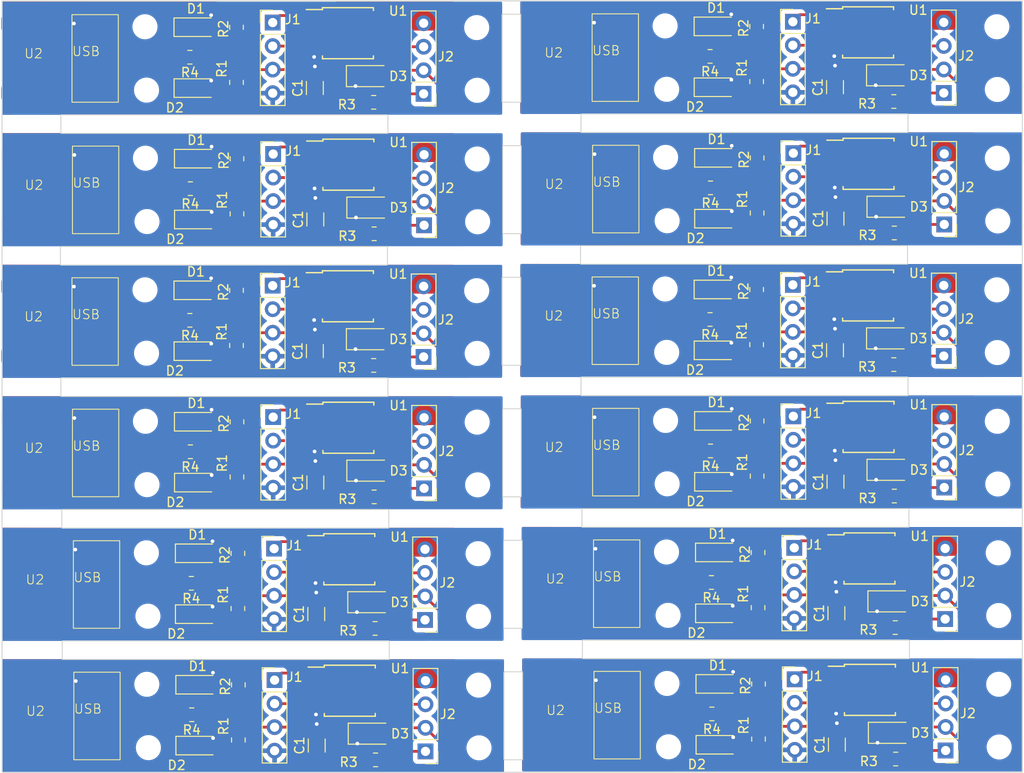
<source format=kicad_pcb>
(kicad_pcb (version 20221018) (generator pcbnew)
  (layers (0 "F.Cu" signal) (31 "B.Cu" power) (34 "B.Paste" user) (35 "F.Paste" user) (36 "B.SilkS" user "B.Silkscreen") (37 "F.SilkS" user "F.Silkscreen") (38 "B.Mask" user) (39 "F.Mask" user) (44 "Edge.Cuts" user))
  (net 0 "")
  (net 1 "+5V")
  (net 2 "GND")
  (net 3 "Net-(D1-K)")
  (net 4 "Net-(D2-K)")
  (net 5 "Net-(D3-A)")
  (net 6 "Net-(J1-Pin_1)")
  (net 7 "Net-(J1-Pin_2)")
  (net 8 "Net-(J1-Pin_3)")
  (net 9 "Net-(J2-Pin_1)")
  (net 10 "Net-(J2-Pin_2)")
  (net 11 "Net-(J2-Pin_3)")
  (footprint "MountingHole:MountingHole_2.2mm_M2" (layer "F.Cu") (at 104.44 96.48)
    (fp_text reference "H2" hide)
    (fp_text value "MountingHole" hide)
  )
  (footprint "Connector_PinHeader_2.54mm:PinHeader_1x04_P2.54mm_Vertical" (layer "F.Cu") (at 98.56 75.24 180)
    (fp_text reference "J2")
    (fp_text value "Conn_01x04" hide)
  )
  (footprint "Resistor_SMD:R_0805_2012Metric_Pad1.20x1.40mm_HandSolder" (layer "F.Cu") (at 134.66 96.36 -90)
    (fp_text reference "R2")
    (fp_text value "68R")
  )
  (footprint "Resistor_SMD:R_0805_2012Metric_Pad1.20x1.40mm_HandSolder" (layer "F.Cu") (at 129.53 56.99 180)
    (fp_text reference "R4")
    (fp_text value "1k5")
  )
  (footprint "Resistor_SMD:R_0805_2012Metric_Pad1.20x1.40mm_HandSolder" (layer "F.Cu") (at 134.71 116.5 -90)
    (fp_text reference "R1")
    (fp_text value "68R")
  )
  (footprint "Package_SO:SOIC-8W_5.3x5.3mm_P1.27mm" (layer "F.Cu") (at 146.59 82.795)
    (fp_text reference "U1")
    (fp_text value "ATtiny85-20S" hide)
  )
  (footprint "MountingHole:MountingHole_2.2mm_M2" (layer "F.Cu") (at 124.95 103.14)
    (fp_text reference "H3" hide)
    (fp_text value "MountingHole" hide)
  )
  (footprint "Hai_Library:PCB_USB_connector" (layer "F.Cu") (at 112.75 99.695)
    (fp_text reference "U2")
    (fp_text value "~")
  )
  (footprint "Resistor_SMD:R_0805_2012Metric_Pad1.20x1.40mm_HandSolder" (layer "F.Cu") (at 134.51 73.92 -90)
    (fp_text reference "R1")
    (fp_text value "68R")
  )
  (footprint "Connector_PinHeader_2.54mm:PinHeader_1x04_P2.54mm_Vertical" (layer "F.Cu") (at 98.76 117.82 180)
    (fp_text reference "J2")
    (fp_text value "Conn_01x04" hide)
  )
  (footprint "Hai_Library:PCB_USB_connector" (layer "F.Cu") (at 112.8 113.885)
    (fp_text reference "U2")
    (fp_text value "~")
  )
  (footprint "Resistor_SMD:R_0805_2012Metric_Pad1.20x1.40mm_HandSolder" (layer "F.Cu") (at 129.48 42.8 180)
    (fp_text reference "R4")
    (fp_text value "1k5")
  )
  (footprint "Resistor_SMD:R_0805_2012Metric_Pad1.20x1.40mm_HandSolder" (layer "F.Cu") (at 134.51 39.57 -90)
    (fp_text reference "R2")
    (fp_text value "68R")
  )
  (footprint "Hai_Library:PCB_USB_connector" (layer "F.Cu") (at 112.6 71.305)
    (fp_text reference "U2")
    (fp_text value "~")
  )
  (footprint "Connector_PinHeader_2.54mm:PinHeader_1x04_P2.54mm_Vertical" (layer "F.Cu") (at 154.86 103.54 180)
    (fp_text reference "J2")
    (fp_text value "Conn_01x04" hide)
  )
  (footprint "Resistor_SMD:R_0805_2012Metric_Pad1.20x1.40mm_HandSolder" (layer "F.Cu") (at 129.63 99.59 180)
    (fp_text reference "R4")
    (fp_text value "1k5")
  )
  (footprint "MountingHole:MountingHole_2.2mm_M2" (layer "F.Cu") (at 124.63 67.91)
    (fp_text reference "H1" hide)
    (fp_text value "MountingHole" hide)
  )
  (footprint "Package_SO:SOIC-8W_5.3x5.3mm_P1.27mm" (layer "F.Cu") (at 146.74 111.185)
    (fp_text reference "U1")
    (fp_text value "ATtiny85-20S" hide)
  )
  (footprint "Resistor_SMD:R_0805_2012Metric_Pad1.20x1.40mm_HandSolder" (layer "F.Cu") (at 78.41 53.85 -90)
    (fp_text reference "R2")
    (fp_text value "68R")
  )
  (footprint "Connector_PinHeader_2.54mm:PinHeader_1x04_P2.54mm_Vertical" (layer "F.Cu") (at 154.76 89.34 180)
    (fp_text reference "J2")
    (fp_text value "Conn_01x04" hide)
  )
  (footprint "Connector_PinHeader_2.54mm:PinHeader_1x04_P2.54mm_Vertical" (layer "F.Cu") (at 82.42 95.94)
    (fp_text reference "J1")
    (fp_text value "Conn_01x04" hide)
  )
  (footprint "Capacitor_SMD:C_1206_3216Metric_Pad1.33x1.80mm_HandSolder" (layer "F.Cu") (at 87.02 117.1925 90)
    (fp_text reference "C1")
    (fp_text value "100n")
  )
  (footprint "MountingHole:MountingHole_2.2mm_M2" (layer "F.Cu") (at 160.54 60.56)
    (fp_text reference "H4" hide)
    (fp_text value "MountingHole" hide)
  )
  (footprint "LED_SMD:LED_1206_3216Metric_Pad1.42x1.75mm_HandSolder" (layer "F.Cu") (at 148.8825 87.43)
    (fp_text reference "D3")
    (fp_text value "LED")
  )
  (footprint "Capacitor_SMD:C_1206_3216Metric_Pad1.33x1.80mm_HandSolder" (layer "F.Cu") (at 86.87 88.8025 90)
    (fp_text reference "C1")
    (fp_text value "100n")
  )
  (footprint "Resistor_SMD:R_0805_2012Metric_Pad1.20x1.40mm_HandSolder" (layer "F.Cu") (at 134.56 59.71 -90)
    (fp_text reference "R1")
    (fp_text value "68R")
  )
  (footprint "Connector_PinHeader_2.54mm:PinHeader_1x04_P2.54mm_Vertical" (layer "F.Cu") (at 138.42 39.06)
    (fp_text reference "J1")
    (fp_text value "Conn_01x04" hide)
  )
  (footprint "Resistor_SMD:R_0805_2012Metric_Pad1.20x1.40mm_HandSolder" (layer "F.Cu") (at 78.36 68.06 -90)
    (fp_text reference "R2")
    (fp_text value "68R")
  )
  (footprint "MountingHole:MountingHole_2.2mm_M2" (layer "F.Cu") (at 68.65 74.84)
    (fp_text reference "H3" hide)
    (fp_text value "MountingHole" hide)
  )
  (footprint "Hai_Library:PCB_USB_connector" (layer "F.Cu") (at 56.5 85.585)
    (fp_text reference "U2")
    (fp_text value "~")
  )
  (footprint "MountingHole:MountingHole_2.2mm_M2" (layer "F.Cu") (at 104.54 117.44)
    (fp_text reference "H4" hide)
    (fp_text value "MountingHole" hide)
  )
  (footprint "Resistor_SMD:R_0805_2012Metric_Pad1.20x1.40mm_HandSolder" (layer "F.Cu") (at 129.53 85.39 180)
    (fp_text reference "R4")
    (fp_text value "1k5")
  )
  (footprint "MountingHole:MountingHole_2.2mm_M2" (layer "F.Cu") (at 68.8 103.23)
    (fp_text reference "H3" hide)
    (fp_text value "MountingHole" hide)
  )
  (footprint "MountingHole:MountingHole_2.2mm_M2" (layer "F.Cu") (at 104.34 53.88)
    (fp_text reference "H2" hide)
    (fp_text value "MountingHole" hide)
  )
  (footprint "Hai_Library:PCB_USB_connector" (layer "F.Cu") (at 112.65 85.495)
    (fp_text reference "U2")
    (fp_text value "~")
  )
  (footprint "MountingHole:MountingHole_2.2mm_M2" (layer "F.Cu") (at 160.44 68)
    (fp_text reference "H2" hide)
    (fp_text value "MountingHole" hide)
  )
  (footprint "Resistor_SMD:R_0805_2012Metric_Pad1.20x1.40mm_HandSolder" (layer "F.Cu") (at 73.33 42.89 180)
    (fp_text reference "R4")
    (fp_text value "1k5")
  )
  (footprint "Connector_PinHeader_2.54mm:PinHeader_1x04_P2.54mm_Vertical" (layer "F.Cu") (at 82.32 53.34)
    (fp_text reference "J1")
    (fp_text value "Conn_01x04" hide)
  )
  (footprint "MountingHole:MountingHole_2.2mm_M2" (layer "F.Cu") (at 160.49 74.77)
    (fp_text reference "H4" hide)
    (fp_text value "MountingHole" hide)
  )
  (footprint "Hai_Library:PCB_USB_connector" (layer "F.Cu") (at 56.5 57.185)
    (fp_text reference "U2")
    (fp_text value "~")
  )
  (footprint "Connector_PinHeader_2.54mm:PinHeader_1x04_P2.54mm_Vertical" (layer "F.Cu") (at 98.71 103.63 180)
    (fp_text reference "J2")
    (fp_text value "Conn_01x04" hide)
  )
  (footprint "Connector_PinHeader_2.54mm:PinHeader_1x04_P2.54mm_Vertical" (layer "F.Cu") (at 138.62 110.04)
    (fp_text reference "J1")
    (fp_text value "Conn_01x04" hide)
  )
  (footprint "Resistor_SMD:R_0805_2012Metric_Pad1.20x1.40mm_HandSolder" (layer "F.Cu") (at 149.37 90.26)
    (fp_text reference "R3")
    (fp_text value "330R")
  )
  (footprint "Capacitor_SMD:C_1206_3216Metric_Pad1.33x1.80mm_HandSolder" (layer "F.Cu") (at 142.97 74.5225 90)
    (fp_text reference "C1")
    (fp_text value "100n")
  )
  (footprint "Resistor_SMD:R_0805_2012Metric_Pad1.20x1.40mm_HandSolder" (layer "F.Cu") (at 134.51 45.52 -90)
    (fp_text reference "R1")
    (fp_text value "68R")
  )
  (footprint "MountingHole:MountingHole_2.2mm_M2" (layer "F.Cu") (at 124.8 74.75)
    (fp_text reference "H3" hide)
    (fp_text value "MountingHole" hide)
  )
  (footprint "Resistor_SMD:R_0805_2012Metric_Pad1.20x1.40mm_HandSolder" (layer "F.Cu") (at 73.53 113.87 180)
    (fp_text reference "R4")
    (fp_text value "1k5")
  )
  (footprint "Connector_PinHeader_2.54mm:PinHeader_1x04_P2.54mm_Vertical" (layer "F.Cu") (at 82.47 110.13)
    (fp_text reference "J1")
    (fp_text value "Conn_01x04" hide)
  )
  (footprint "MountingHole:MountingHole_2.2mm_M2" (layer "F.Cu") (at 124.68 53.7)
    (fp_text reference "H1" hide)
    (fp_text value "MountingHole" hide)
  )
  (footprint "Hai_Library:PCB_USB_connector" (layer "F.Cu") (at 112.65 57.095)
    (fp_text reference "U2")
    (fp_text value "~")
  )
  (footprint "Resistor_SMD:R_0805_2012Metric_Pad1.20x1.40mm_HandSolder" (layer "F.Cu") (at 78.56 116.59 -90)
    (fp_text reference "R1")
    (fp_text value "68R")
  )
  (footprint "Diode_SMD:D_SOD-123" (layer "F.Cu") (at 130.1725 82.15)
    (fp_text reference "D1")
    (fp_text value "3V6")
  )
  (footprint "LED_SMD:LED_1206_3216Metric_Pad1.42x1.75mm_HandSolder" (layer "F.Cu") (at 148.8825 59.03)
    (fp_text reference "D3")
    (fp_text value "LED")
  )
  (footprint "LED_SMD:LED_1206_3216Metric_Pad1.42x1.75mm_HandSolder" (layer "F.Cu") (at 92.6825 44.93)
    (fp_text reference "D3")
    (fp_text value "LED")
  )
  (footprint "Connector_PinHeader_2.54mm:PinHeader_1x04_P2.54mm_Vertical" (layer "F.Cu") (at 98.61 89.43 180)
    (fp_text reference "J2")
    (fp_text value "Conn_01x04" hide)
  )
  (footprint "Capacitor_SMD:C_1206_3216Metric_Pad1.33x1.80mm_HandSolder" (layer "F.Cu") (at 86.97 103.0025 90)
    (fp_text reference "C1")
    (fp_text value "100n")
  )
  (footprint "Hai_Library:PCB_USB_connector" (layer "F.Cu") (at 56.45 71.395)
    (fp_text reference "U2")
    (fp_text value "~")
  )
  (footprint "Capacitor_SMD:C_1206_3216Metric_Pad1.33x1.80mm_HandSolder" (layer "F.Cu") (at 86.87 60.4025 90)
    (fp_text reference "C1")
    (fp_text value "100n")
  )
  (footprint "Resistor_SMD:R_0805_2012Metric_Pad1.20x1.40mm_HandSolder" (layer "F.Cu") (at 78.41 82.25 -90)
    (fp_text reference "R2")
    (fp_text value "68R")
  )
  (footprint "Diode_SMD:D_SOD-123" (layer "F.Cu") (at 130.3225 110.54)
    (fp_text reference "D1")
    (fp_text value "3V6")
  )
  (footprint "MountingHole:MountingHole_2.2mm_M2" (layer "F.Cu") (at 124.83 110.49)
    (fp_text reference "H1" hide)
    (fp_text value "MountingHole" hide)
  )
  (footprint "Package_SO:SOIC-8W_5.3x5.3mm_P1.27mm" (layer "F.Cu") (at 90.54 97.085)
    (fp_text reference "U1")
    (fp_text value "ATtiny85-20S" hide)
  )
  (footprint "MountingHole:MountingHole_2.2mm_M2" (layer "F.Cu") (at 124.68 82.1)
    (fp_text reference "H1" hide)
    (fp_text value "MountingHole" hide)
  )
  (footprint "MountingHole:MountingHole_2.2mm_M2" (layer "F.Cu") (at 160.59 96.39)
    (fp_text reference "H2" hide)
    (fp_text value "MountingHole" hide)
  )
  (footprint "LED_SMD:LED_1206_3216Metric_Pad1.42x1.75mm_HandSolder" (layer "F.Cu") (at 148.9825 101.63)
    (fp_text reference "D3")
    (fp_text value "LED")
  )
  (footprint "Connector_PinHeader_2.54mm:PinHeader_1x04_P2.54mm_Vertical" (layer "F.Cu") (at 82.32 81.74)
    (fp_text reference "J1")
    (fp_text value "Conn_01x04" hide)
  )
  (footprint "MountingHole:MountingHole_2.2mm_M2" (layer "F.Cu") (at 124.85 60.54)
    (fp_text reference "H3" hide)
    (fp_text value "MountingHole" hide)
  )
  (footprint "MountingHole:MountingHole_2.2mm_M2" (layer "F.Cu") (at 104.34 82.28)
    (fp_text reference "H2" hide)
    (fp_text value "MountingHole" hide)
  )
  (footprint "Package_SO:SOIC-8W_5.3x5.3mm_P1.27mm" (layer "F.Cu") (at 90.59 111.275)
    (fp_text reference "U1")
    (fp_text value "ATtiny85-20S" hide)
  )
  (footprint "Resistor_SMD:R_0805_2012Metric_Pad1.20x1.40mm_HandSolder" (layer "F.Cu") (at 134.71 110.55 -90)
    (fp_text reference "R2")
    (fp_text value "68R")
  )
  (footprint "Capacitor_SMD:C_1206_3216Metric_Pad1.33x1.80mm_HandSolder" (layer "F.Cu") (at 143.02 88.7125 90)
    (fp_text reference "C1")
    (fp_text value "100n")
  )
  (footprint "Capacitor_SMD:C_1206_3216Metric_Pad1.33x1.80mm_HandSolder" (layer "F.Cu") (at 86.82 74.6125 90)
    (fp_text reference "C1")
    (fp_text value "100n")
  )
  (footprint "Resistor_SMD:R_0805_2012Metric_Pad1.20x1.40mm_HandSolder" (layer "F.Cu") (at 149.47 104.46)
    (fp_text reference "R3")
    (fp_text value "330R")
  )
  (footprint "LED_SMD:LED_1206_3216Metric_Pad1.42x1.75mm_HandSolder" (layer "F.Cu") (at 149.0325 115.82)
    (fp_text reference "D3")
    (fp_text value "LED")
  )
  (footprint "Connector_PinHeader_2.54mm:PinHeader_1x04_P2.54mm_Vertical" (layer "F.Cu") (at 98.61 61.03 180)
    (fp_text reference "J2")
    (fp_text value "Conn_01x04" hide)
  )
  (footprint "Package_SO:SOIC-8W_5.3x5.3mm_P1.27mm" (layer "F.Cu") (at 90.44 82.885)
    (fp_text reference "U1")
    (fp_text value "ATtiny85-20S" hide)
  )
  (footprint "Diode_SMD:D_SOD-123" (layer "F.Cu") (at 74.03 88.81)
    (fp_text reference "D2")
    (fp_text value "3V6")
  )
  (footprint "Resistor_SMD:R_0805_2012Metric_Pad1.20x1.40mm_HandSolder" (layer "F.Cu") (at 78.36 39.66 -90)
    (fp_text reference "R2")
    (fp_text value "68R")
  )
  (footprint "Resistor_SMD:R_0805_2012Metric_Pad1.20x1.40mm_HandSolder" (layer "F.Cu") (at 78.51 96.45 -90)
    (fp_text reference "R2")
    (fp_text value "68R")
  )
  (footprint "Resistor_SMD:R_0805_2012Metric_Pad1.20x1.40mm_HandSolder" (layer "F.Cu") (at 78.56 110.64 -90)
    (fp_text reference "R2")
    (fp_text value "68R")
  )
  (footprint "MountingHole:MountingHole_2.2mm_M2" (layer "F.Cu") (at 124.85 88.94)
    (fp_text reference "H3" hide)
    (fp_text value "MountingHole" hide)
  )
  (footprint "Connector_PinHeader_2.54mm:PinHeader_1x04_P2.54mm_Vertical" (layer "F.Cu") (at 138.47 53.25)
    (fp_text reference "J1")
    (fp_text value "Conn_01x04" hide)
  )
  (footprint "Package_SO:SOIC-8W_5.3x5.3mm_P1.27mm" (layer "F.Cu") (at 90.39 68.695)
    (fp_text reference "U1")
    (fp_text value "ATtiny85-20S" hide)
  )
  (footprint "Resistor_SMD:R_0805_2012Metric_Pad1.20x1.40mm_HandSolder" (layer "F.Cu") (at 149.32 76.07)
    (fp_text reference "R3")
    (fp_text value "330R")
  )
  (footprint "Package_SO:SOIC-8W_5.3x5.3mm_P1.27mm" (layer "F.Cu") (at 90.39 40.295)
    (fp_text reference "U1")
    (fp_text value "ATtiny85-20S" hide)
  )
  (footprint "Package_SO:SOIC-8W_5.3x5.3mm_P1.27mm" (layer "F.Cu") (at 146.54 40.205)
    (fp_text reference "U1")
    (fp_text value "ATtiny85-20S" hide)
  )
  (footprint "Resistor_SMD:R_0805_2012Metric_Pad1.20x1.40mm_HandSolder" (layer "F.Cu") (at 73.33 71.29 180)
    (fp_text reference "R4")
    (fp_text value "1k5")
  )
  (footprint "Resistor_SMD:R_0805_2012Metric_Pad1.20x1.40mm_HandSolder" (layer "F.Cu") (at 78.41 88.2 -90)
    (fp_text reference "R1")
    (fp_text value "68R")
  )
  (footprint "Capacitor_SMD:C_1206_3216Metric_Pad1.33x1.80mm_HandSolder" (layer "F.Cu") (at 143.12 102.9125 90)
    (fp_text reference "C1")
    (fp_text value "100n")
  )
  (footprint "Resistor_SMD:R_0805_2012Metric_Pad1.20x1.40mm_HandSolder" (layer "F.Cu") (at 93.17 47.76)
    (fp_text reference "R3")
    (fp_text value "330R")
  )
  (footprint "MountingHole:MountingHole_2.2mm_M2" (layer "F.Cu") (at 104.39 60.65)
    (fp_text reference "H4" hide)
    (fp_text value "MountingHole" hide)
  )
  (footprint "MountingHole:MountingHole_2.2mm_M2" (layer "F.Cu") (at 104.39 89.05)
    (fp_text reference "H4" hide)
    (fp_text value "MountingHole" hide)
  )
  (footprint "MountingHole:MountingHole_2.2mm_M2" (layer "F.Cu") (at 125 117.33)
    (fp_text reference "H3" hide)
    (fp_text value "MountingHole" hide)
  )
  (footprint "MountingHole:MountingHole_2.2mm_M2" (layer "F.Cu") (at 104.29 68.09)
    (fp_text reference "H2" hide)
    (fp_text value "MountingHole" hide)
  )
  (footprint "Diode_SMD:D_SOD-123" (layer "F.Cu") (at 130.18 60.32)
    (fp_text reference "D2")
    (fp_text value "3V6")
  )
  (footprint "MountingHole:MountingHole_2.2mm_M2" (layer "F.Cu") (at 68.7 89.03)
    (fp_text reference "H3" hide)
    (fp_text value "MountingHole" hide)
  )
  (footprint "Resistor_SMD:R_0805_2012Metric_Pad1.20x1.40mm_HandSolder" (layer "F.Cu") (at 149.32 47.67)
    (fp_text reference "R3")
    (fp_text value "330R")
  )
  (footprint "Hai_Library:PCB_USB_connector" (layer "F.Cu") (at 112.6 42.905)
    (fp_text reference "U2")
    (fp_text value "~")
  )
  (footprint "Hai_Library:PCB_USB_connector" (layer "F.Cu") (at 56.6 99.785)
    (fp_text reference "U2")
    (fp_text value "~")
  )
  (footprint "Diode_SMD:D_SOD-123" (layer "F.Cu") (at 74.18 117.2)
    (fp_text reference "D2")
    (fp_text value "3V6")
  )
  (footprint "Hai_Library:PCB_USB_connector" (layer "F.Cu") (at 56.65 113.975)
    (fp_text reference "U2")
    (fp_text value "~")
  )
  (footprint "Package_SO:SOIC-8W_5.3x5.3mm_P1.27mm" (layer "F.Cu") (at 90.44 54.485)
    (fp_text reference "U1")
    (fp_text value "ATtiny85-20S" hide)
  )
  (footprint "MountingHole:MountingHole_2.2mm_M2" (layer "F.Cu") (at 68.7 60.63)
    (fp_text reference "H3" hide)
    (fp_text value "MountingHole" hide)
  )
  (footprint "Resistor_SMD:R_0805_2012Metric_Pad1.20x1.40mm_HandSolder" (layer "F.Cu") (at 78.51 102.4 -90)
    (fp_text reference "R1")
    (fp_text value "68R")
  )
  (footprint "Diode_SMD:D_SOD-123" (layer "F.Cu") (at 73.98 74.62)
    (fp_text reference "D2")
    (fp_text value "3V6")
  )
  (footprint "Diode_SMD:D_SOD-123" (layer "F.Cu") (at 74.03 60.41)
    (fp_text reference "D2")
    (fp_text value "3V6")
  )
  (footprint "Connector_PinHeader_2.54mm:PinHeader_1x04_P2.54mm_Vertical" (layer "F.Cu") (at 82.27 67.55)
    (fp_text reference "J1")
    (fp_text value "Conn_01x04" hide)
  )
  (footprint "Resistor_SMD:R_0805_2012Metric_Pad1.20x1.40mm_HandSolder" (layer "F.Cu") (at 93.17 76.16)
    (fp_text reference "R3")
    (fp_text value "330R")
  )
  (footprint "Resistor_SMD:R_0805_2012Metric_Pad1.20x1.40mm_HandSolder" (layer "F.Cu") (at 93.32 104.55)
    (fp_text reference "R3")
    (fp_text value "330R")
  )
  (footprint "Diode_SMD:D_SOD-123" (layer "F.Cu") (at 73.9725 68.05)
    (fp_text reference "D1")
    (fp_text value "3V6")
  )
  (footprint "MountingHole:MountingHole_2.2mm_M2" (layer "F.Cu") (at 124.8 46.35)
    (fp_text reference "H3" hide)
    (fp_text value "MountingHole" hide)
  )
  (footprint "LED_SMD:LED_1206_3216Metric_Pad1.42x1.75mm_HandSolder" (layer "F.Cu") (at 92.8325 101.72)
    (fp_text reference "D3")
    (fp_text value "LED")
  )
  (footprint "Diode_SMD:D_SOD-123" (layer "F.Cu") (at 130.1225 67.96)
    (fp_text reference "D1")
    (fp_text value "3V6")
  )
  (footprint "Connector_PinHeader_2.54mm:PinHeader_1x04_P2.54mm_Vertical" (layer "F.Cu") (at 154.71 75.15 180)
    (fp_text reference "J2")
    (fp_text value "Conn_01x04" hide)
  )
  (footprint "Resistor_SMD:R_0805_2012Metric_Pad1.20x1.40mm_HandSolder" (layer "F.Cu") (at 134.66 102.31 -90)
    (fp_text reference "R1")
    (fp_text value "68R")
  )
  (footprint "Resistor_SMD:R_0805_2012Metric_Pad1.20x1.40mm_HandSolder" (layer "F.Cu") (at 93.22 61.95)
    (fp_text reference "R3")
    (fp_text value "330R")
  )
  (footprint "Resistor_SMD:R_0805_2012Metric_Pad1.20x1.40mm_HandSolder" (layer "F.Cu") (at 134.56 82.16 -90)
    (fp_text reference "R2")
    (fp_text value "68R")
  )
  (footprint "Diode_SMD:D_SOD-123" (layer "F.Cu") (at 130.18 88.72)
    (fp_text reference "D2")
    (fp_text value "3V6")
  )
  (footprint "Capacitor_SMD:C_1206_3216Metric_Pad1.33x1.80mm_HandSolder" (layer "F.Cu") (at 142.97 46.1225 90)
    (fp_text reference "C1")
    (fp_text value "100n")
  )
  (footprint "MountingHole:MountingHole_2.2mm_M2" (layer "F.Cu") (at 68.48 39.6)
    (fp_text reference "H1" hide)
    (fp_text value "MountingHole" hide)
  )
  (footprint "MountingHole:MountingHole_2.2mm_M2" (layer "F.Cu") (at 160.44 39.6)
    (fp_text reference "H2" hide)
    (fp_text value "MountingHole" hide)
  )
  (footprint "MountingHole:MountingHole_2.2mm_M2" (layer "F.Cu") (at 160.64 110.58)
    (fp_text reference "H2" hide)
    (fp_text value "MountingHole" hide)
  )
  (footprint "Resistor_SMD:R_0805_2012Metric_Pad1.20x1.40mm_HandSolder" (layer "F.Cu") (at 134.56 88.11 -90)
    (fp_text reference "R1")
    (fp_text value "68R")
  )
  (footprint "MountingHole:MountingHole_2.2mm_M2" (layer "F.Cu") (at 68.63 96.39)
    (fp_text reference "H1" hide)
    (fp_text value "MountingHole" hide)
  )
  (footprint "Diode_SMD:D_SOD-123" (layer "F.Cu") (at 74.13 103.01)
    (fp_text reference "D2")
    (fp_text value "3V6")
  )
  (footprint "Resistor_SMD:R_0805_2012Metric_Pad1.20x1.40mm_HandSolder" (layer "F.Cu") (at 134.56 53.76 -90)
    (fp_text reference "R2")
    (fp_text value "68R")
  )
  (footprint "Hai_Library:PCB_USB_connector" (layer "F.Cu") (at 56.45 42.995)
    (fp_text reference "U2")
    (fp_text value "~")
  )
  (footprint "Package_SO:SOIC-8W_5.3x5.3mm_P1.27mm" (layer "F.Cu") (at 146.69 96.995)
    (fp_text reference "U1")
    (fp_text value "ATtiny85-20S" hide)
  )
  (footprint "Diode_SMD:D_SOD-123" (layer "F.Cu") (at 74.1725 110.63)
    (fp_text reference "D1")
    (fp_text value "3V6")
  )
  (footprint "LED_SMD:LED_1206_3216Metric_Pad1.42x1.75mm_HandSolder" (layer "F.Cu") (at 148.8325 73.24)
    (fp_text reference "D3")
    (fp_text value "LED")
  )
  (footprint "Diode_SMD:D_SOD-123" (layer "F.Cu") (at 130.1725 53.75)
    (fp_text reference "D1")
    (fp_text value "3V6")
  )
  (footprint "MountingHole:MountingHole_2.2mm_M2" (layer "F.Cu") (at 160.64 103.16)
    (fp_text reference "H4" hide)
    (fp_text value "MountingHole" hide)
  )
  (footprint "MountingHole:MountingHole_2.2mm_M2" (layer "F.Cu") (at 68.68 110.58)
    (fp_text reference "H1" hide)
    (fp_text value "MountingHole" hide)
  )
  (footprint "MountingHole:MountingHole_2.2mm_M2" (layer "F.Cu") (at 68.85 117.42)
    (fp_text reference "H3" hide)
    (fp_text value "MountingHole" hide)
  )
  (footprint "Diode_SMD:D_SOD-123" (layer "F.Cu") (at 73.9725 39.65)
    (fp_text reference "D1")
    (fp_text value "3V6")
  )
  (footprint "Resistor_SMD:R_0805_2012Metric_Pad1.20x1.40mm_HandSolder" (layer "F.Cu") (at 78.36 74.01 -90)
    (fp_text reference "R1")
    (fp_text value "68R")
  )
  (footprint "Diode_SMD:D_SOD-123" (layer "F.Cu") (at 73.98 46.22)
    (fp_text reference "D2")
    (fp_text value "3V6")
  )
  (footprint "LED_SMD:LED_1206_3216Metric_Pad1.42x1.75mm_HandSolder" (layer "F.Cu") (at 92.7325 59.12)
    (fp_text reference "D3")
    (fp_text value "LED")
  )
  (footprint "MountingHole:MountingHole_2.2mm_M2" (layer "F.Cu") (at 104.34 74.86)
    (fp_text reference "H4" hide)
    (fp_text value "MountingHole" hide)
  )
  (footprint "Resistor_SMD:R_0805_2012Metric_Pad1.20x1.40mm_HandSolder" (layer "F.Cu") (at 129.48 71.2 180)
    (fp_text reference "R4")
    (fp_text value "1k5")
  )
  (footprint "MountingHole:MountingHole_2.2mm_M2" (layer "F.Cu") (at 68.53 82.19)
    (fp_text reference "H1" hide)
    (fp_text value "MountingHole" hide)
  )
  (footprint "Resistor_SMD:R_0805_2012Metric_Pad1.20x1.40mm_HandSolder" (layer "F.Cu") (at 129.68 113.78 180)
    (fp_text reference "R4")
    (fp_text value "1k5")
  )
  (footprint "MountingHole:MountingHole_2.2mm_M2" (layer "F.Cu") (at 124.63 39.51)
    (fp_text reference "H1" hide)
    (fp_text value "MountingHole" hide)
  )
  (footprint "Connector_PinHeader_2.54mm:PinHeader_1x04_P2.54mm_Vertical" (layer "F.Cu") (at 82.27 39.15)
    (fp_text reference "J1")
    (fp_text value "Conn_01x04" hide)
  )
  (footprint "Diode_SMD:D_SOD-123" (layer "F.Cu") (at 130.2725 96.35)
    (fp_text reference "D1")
    (fp_text value "3V6")
  )
  (footprint "Capacitor_SMD:C_1206_3216Metric_Pad1.33x1.80mm_HandSolder" (layer "F.Cu") (at 143.17 117.1025 90)
    (fp_text reference "C1")
    (fp_text value "100n")
  )
  (footprint "Resistor_SMD:R_0805_2012Metric_Pad1.20x1.40mm_HandSolder" (layer "F.Cu") (at 73.38 57.08 180)
    (fp_text reference "R4")
    (fp_text value "1k5")
  )
  (footprint "Resistor_SMD:R_0805_2012Metric_Pad1.20x1.40mm_HandSolder" (layer "F.Cu") (at 93.37 118.74)
    (fp_text reference "R3")
    (fp_text value "330R")
  )
  (footprint "Resistor_SMD:R_0805_2012Metric_Pad1.20x1.40mm_HandSolder" (layer "F.Cu") (at 149.52 118.65)
    (fp_text reference "R3")
    (fp_text value "330R")
  )
  (footprint "MountingHole:MountingHole_2.2mm_M2" (layer "F.Cu") (at 124.78 96.3)
    (fp_text reference "H1" hide)
    (fp_text value "MountingHole" hide)
  )
  (footprint "Resistor_SMD:R_0805_2012Metric_Pad1.20x1.40mm_HandSolder" (layer "F.Cu") (at 149.37 61.86)
    (fp_text reference "R3")
    (fp_text value "330R")
  )
  (footprint "MountingHole:MountingHole_2.2mm_M2" (layer "F.Cu") (at 160.49 46.37)
    (fp_text reference "H4" hide)
    (fp_text value "MountingHole" hide)
  )
  (footprint "MountingHole:MountingHole_2.2mm_M2" (layer "F.Cu") (at 160.49 53.79)
    (fp_text reference "H2" hide)
    (fp_text value "MountingHole" hide)
  )
  (footprint "MountingHole:MountingHole_2.2mm_M2" (layer "F.Cu") (at 68.48 68)
    (fp_text reference "H1" hide)
    (fp_text value "MountingHole" hide)
  )
  (footprint "Resistor_SMD:R_0805_2012Metric_Pad1.20x1.40mm_HandSolder" (layer "F.Cu") (at 73.48 99.68 180)
    (fp_text reference "R4")
    (fp_text value "1k5")
  )
  (footprint "Connector_PinHeader_2.54mm:PinHeader_1x04_P2.54mm_Vertical" (layer "F.Cu") (at 154.91 117.73 180)
    (fp_text reference "J2")
    (fp_text value "Conn_01x04" hide)
  )
  (footprint "Connector_PinHeader_2.54mm:PinHeader_1x04_P2.54mm_Vertical" (layer "F.Cu") (at 138.57 95.85)
    (fp_text reference "J1")
    (fp_text value "Conn_01x04" hide)
  )
  (footprint "Diode_SMD:D_SOD-123" (layer "F.Cu") (at 74.0225 82.24)
    (fp_text reference "D1")
    (fp_text value "3V6")
  )
  (footprint "Package_SO:SOIC-8W_5.3x5.3mm_P1.27mm" (layer "F.Cu") (at 146.54 68.605)
    (fp_text reference "U1")
    (fp_text value "ATtiny85-20S" hide)
  )
  (footprint "Resistor_SMD:R_0805_2012Metric_Pad1.20x1.40mm_HandSolder" (layer "F.Cu") (at 78.36 45.61 -90)
    (fp_text reference "R1")
    (fp_text value "68R")
  )
  (footprint "LED_SMD:LED_1206_3216Metric_Pad1.42x1.75mm_HandSolder" (layer "F.Cu") (at 92.6825 73.33)
    (fp_text reference "D3")
    (fp_text value "LED")
  )
  (footprint "Resistor_SMD:R_0805_2012Metric_Pad1.20x1.40mm_HandSolder" (layer "F.Cu") (at 78.41 59.8 -90)
    (fp_text reference "R1")
    (fp_text value "68R")
  )
  (footprint "Connector_PinHeader_2.54mm:PinHeader_1x04_P2.54mm_Vertical" (layer "F.Cu") (at 138.47 81.65)
    (fp_text reference "J1")
    (fp_text value "Conn_01x04" hide)
  )
  (footprint "Capacitor_SMD:C_1206_3216Metric_Pad1.33x1.80mm_HandSolder" (layer "F.Cu") (at 86.82 46.2125 90)
    (fp_text reference "C1")
    (fp_text value "100n")
  )
  (footprint "LED_SMD:LED_1206_3216Metric_Pad1.42x1.75mm_HandSolder" (layer "F.Cu") (at 92.8825 115.91)
    (fp_text reference "D3")
    (fp_text value "LED")
  )
  (footprint "Diode_SMD:D_SOD-123" (layer "F.Cu") (at 130.28 102.92)
    (fp_text reference "D2")
    (fp_text value "3V6")
  )
  (footprint "Capacitor_SMD:C_1206_3216Metric_Pad1.33x1.80mm_HandSolder" (layer "F.Cu") (at 143.02 60.3125 90)
    (fp_text reference "C1")
    (fp_text value "100n")
  )
  (footprint "Resistor_SMD:R_0805_2012Metric_Pad1.20x1.40mm_HandSolder" (layer "F.Cu") (at 73.38 85.48 180)
    (fp_text reference "R4")
    (fp_text value "1k5")
  )
  (footprint "Diode_SMD:D_SOD-123" (layer "F.Cu") (at 74.1225 96.44)
    (fp_text reference "D1")
    (fp_text value "3V6")
  )
  (footprint "MountingHole:MountingHole_2.2mm_M2" (layer "F.Cu") (at 104.34 46.46)
    (fp_text reference "H4" hide)
    (fp_text value "MountingHole" hide)
  )
  (footprint "LED_SMD:LED_1206_3216Metric_Pad1.42x1.75mm_HandSolder" (layer "F.Cu") (at 148.8325 44.84)
    (fp_text reference "D3")
    (fp_text value "LED")
  )
  (footprint "Connector_PinHeader_2.54mm:PinHeader_1x04_P2.54mm_Vertical" (layer "F.Cu") (at 154.71 46.75 180)
    (fp_text reference "J2")
    (fp_text value "Conn_01x04" hide)
  )
  (footprint "MountingHole:MountingHole_2.2mm_M2" (layer "F.Cu") (at 68.65 46.44)
    (fp_text reference "H3" hide)
    (fp_text value "MountingHole" hide)
  )
  (footprint "Diode_SMD:D_SOD-123" (layer "F.Cu") (at 74.0225 53.84)
    (fp_text reference "D1")
    (fp_text value "3V6")
  )
  (footprint "Diode_SMD:D_SOD-123" (layer "F.Cu") (at 130.1225 39.56)
    (fp_text reference "D1")
    (fp_text value "3V6")
  )
  (footprint "MountingHole:MountingHole_2.2mm_M2" (layer "F.Cu") (at 104.49 110.67)
    (fp_text reference "H2" hide)
    (fp_text value "MountingHole" hide)
  )
  (footprint "MountingHole:MountingHole_2.2mm_M2" (layer "F.Cu") (at 160.54 88.96)
    (fp_text reference "H4" hide)
    (fp_text value "MountingHole" hide)
  )
  (footprint "MountingHole:MountingHole_2.2mm_M2" (layer "F.Cu") (at 160.69 117.35)
    (fp_text reference "H4" hide)
    (fp_text value "MountingHole" hide)
  )
  (footprint "Diode_SMD:D_SOD-123" (layer "F.Cu") (at 130.13 74.53)
    (fp_text reference "D2")
    (fp_text value "3V6")
  )
  (footprint "MountingHole:MountingHole_2.2mm_M2" (layer "F.Cu") (at 104.29 39.69)
    (fp_text reference "H2" hide)
    (fp_text value "MountingHole" hide)
  )
  (footprint "Resistor_SMD:R_0805_2012Metric_Pad1.20x1.40mm_HandSolder" (layer "F.Cu") (at 134.51 67.97 -90)
    (fp_text reference "R2")
    (fp_text value "68R")
  )
  (footprint "LED_SMD:LED_1206_3216Metric_Pad1.42x1.75mm_HandSolder" (layer "F.Cu") (at 92.7325 87.52)
    (fp_text reference "D3")
    (fp_text value "LED")
  )
  (footprint "Connector_PinHeader_2.54mm:PinHeader_1x04_P2.54mm_Vertical" (layer "F.Cu") (at 98.56 46.84 180)
    (fp_text reference "J2")
    (fp_text value "Conn_01x04" hide)
  )
  (footprint "MountingHole:MountingHole_2.2mm_M2" (layer "F.Cu") (at 104.49 103.25)
    (fp_text reference "H4" hide)
    (fp_text value "MountingHole" hide)
  )
  (footprint "Diode_SMD:D_SOD-123" (layer "F.Cu") (at 130.33 117.11)
    (fp_text reference "D2")
    (fp_text value "3V6")
  )
  (footprint "Package_SO:SOIC-8W_5.3x5.3mm_P1.27mm" (layer "F.Cu") (at 146.59 54.395)
    (fp_text reference "U1")
    (fp_text value "ATtiny85-20S" hide)
  )
  (footprint "MountingHole:MountingHole_2.2mm_M2" (layer "F.Cu") (at 160.49 82.19)
    (fp_text reference "H2" hide)
    (fp_text value "MountingHole" hide)
  )
  (footprint "Diode_SMD:D_SOD-123" (layer "F.Cu") (at 130.13 46.13)
    (fp_text reference "D2")
    (fp_text value "3V6")
  )
  (footprint "Connector_PinHeader_2.54mm:PinHeader_1x04_P2.54mm_Vertical" (layer "F.Cu") (at 138.42 67.46)
    (fp_text reference "J1")
    (fp_text value "Conn_01x04" hide)
  )
  (footprint "MountingHole:MountingHole_2.2mm_M2" (layer "F.Cu") (at 68.53 53.79)
    (fp_text reference "H1" hide)
    (fp_text value "MountingHole" hide)
  )
  (footprint "Connector_PinHeader_2.54mm:PinHeader_1x04_P2.54mm_Vertical" (layer "F.Cu") (at 154.76 60.94 180)
    (fp_text reference "J2")
    (fp_text value "Conn_01x04" hide)
  )
  (footprint "Resistor_SMD:R_0805_2012Metric_Pad1.20x1.40mm_HandSolder" (layer "F.Cu") (at 93.22 90.35)
    (fp_text reference "R3")
    (fp_text value "330R")
  )
  (gr_rect (start 53.05 36.81) (end 163.19 120.08) (stroke (width 0.1)) (fill none) (layer "Edge.Cuts"))
  (gr_rect (start 107.24 109.23) (end 109.24 118.73) (stroke (width 0.1)) (fill none) (layer "Edge.Cuts"))
  (gr_rect (start 115.55 77.42) (end 150.85 79.42) (stroke (width 0.1)) (fill none) (layer "Edge.Cuts"))
  (gr_rect (start 59.35 63.32) (end 94.65 65.32) (stroke (width 0.1)) (fill none) (layer "Edge.Cuts"))
  (gr_rect (start 107.09 80.84) (end 109.09 90.34) (stroke (width 0.1)) (fill none) (layer "Edge.Cuts"))
  (gr_rect (start 107.04 38.25) (end 109.04 47.75) (stroke (width 0.1)) (fill none) (layer "Edge.Cuts"))
  (gr_rect (start 59.5 91.71) (end 94.8 93.71) (stroke (width 0.1)) (fill none) (layer "Edge.Cuts"))
  (gr_rect (start 115.65 91.62) (end 150.95 93.62) (stroke (width 0.1)) (fill none) (layer "Edge.Cuts"))
  (gr_rect (start 107.04 66.65) (end 109.04 76.15) (stroke (width 0.1)) (fill none) (layer "Edge.Cuts"))
  (gr_rect (start 115.55 49.02) (end 150.85 51.02) (stroke (width 0.1)) (fill none) (layer "Edge.Cuts"))
  (gr_rect (start 107.09 52.44) (end 109.09 61.94) (stroke (width 0.1)) (fill none) (layer "Edge.Cuts"))
  (gr_rect (start 115.5 63.23) (end 150.8 65.23) (stroke (width 0.1)) (fill none) (layer "Edge.Cuts"))
  (gr_rect (start 59.55 105.9) (end 94.85 107.9) (stroke (width 0.1)) (fill none) (layer "Edge.Cuts"))
  (gr_rect (start 115.7 105.81) (end 151 107.81) (stroke (width 0.1)) (fill none) (layer "Edge.Cuts"))
  (gr_rect (start 59.4 77.51) (end 94.7 79.51) (stroke (width 0.1)) (fill none) (layer "Edge.Cuts"))
  (gr_rect (start 59.4 49.11) (end 94.7 51.11) (stroke (width 0.1)) (fill none) (layer "Edge.Cuts"))
  (gr_rect (start 107.19 95.04) (end 109.19 104.54) (stroke (width 0.1)) (fill none) (layer "Edge.Cuts"))
  (segment (start 85.955 77.04) (end 86.82 76.175) (width 0.5) (layer "F.Cu") (net 1))
  (segment (start 64.85 105.43) (end 74.02 105.43) (width 0.5) (layer "F.Cu") (net 1))
  (segment (start 120.85 48.55) (end 130.02 48.55) (width 0.5) (layer "F.Cu") (net 1))
  (segment (start 147.03 95.09) (end 145.56 96.56) (width 0.5) (layer "F.Cu") (net 1))
  (segment (start 144.285 90.275) (end 143.02 90.275) (width 0.5) (layer "F.Cu") (net 1))
  (segment (start 85.955 48.64) (end 86.82 47.775) (width 0.5) (layer "F.Cu") (net 1))
  (segment (start 62.81 46.75) (end 64.7 48.64) (width 0.5) (layer "F.Cu") (net 1))
  (segment (start 130.48 76.49) (end 130.94 76.95) (width 0.5) (layer "F.Cu") (net 1))
  (segment (start 145.46 82.36) (end 145.46 89.1) (width 0.5) (layer "F.Cu") (net 1))
  (segment (start 153.88 66.7) (end 154.71 67.53) (width 0.5) (layer "F.Cu") (net 1))
  (segment (start 150.24 80.89) (end 153.93 80.89) (width 0.5) (layer "F.Cu") (net 1))
  (segment (start 118.96 75.06) (end 120.85 76.95) (width 0.5) (layer "F.Cu") (net 1))
  (segment (start 130.99 91.14) (end 142.155 91.14) (width 0.5) (layer "F.Cu") (net 1))
  (segment (start 130.48 42.8) (end 130.48 48.09) (width 0.5) (layer "F.Cu") (net 1))
  (segment (start 144.235 76.085) (end 142.97 76.085) (width 0.5) (layer "F.Cu") (net 1))
  (segment (start 150.19 66.7) (end 146.88 66.7) (width 0.5) (layer "F.Cu") (net 1))
  (segment (start 90.73 38.39) (end 89.26 39.86) (width 0.5) (layer "F.Cu") (net 1))
  (segment (start 112.605 46.66) (end 118.96 46.66) (width 0.5) (layer "F.Cu") (net 1))
  (segment (start 142.155 91.14) (end 143.02 90.275) (width 0.5) (layer "F.Cu") (net 1))
  (segment (start 112.755 103.45) (end 119.11 103.45) (width 0.5) (layer "F.Cu") (net 1))
  (segment (start 153.93 80.89) (end 154.76 81.72) (width 0.5) (layer "F.Cu") (net 1))
  (segment (start 112.75 103.445) (end 112.755 103.45) (width 0.5) (layer "F.Cu") (net 1))
  (segment (start 73.92 91.23) (end 74.38 90.77) (width 0.5) (layer "F.Cu") (net 1))
  (segment (start 130.02 48.55) (end 130.48 48.09) (width 0.5) (layer "F.Cu") (net 1))
  (segment (start 86.155 119.62) (end 87.02 118.755) (width 0.5) (layer "F.Cu") (net 1))
  (segment (start 74.38 85.48) (end 74.38 90.77) (width 0.5) (layer "F.Cu") (net 1))
  (segment (start 88.135 90.365) (end 86.87 90.365) (width 0.5) (layer "F.Cu") (net 1))
  (segment (start 56.45 46.745) (end 56.455 46.75) (width 0.5) (layer "F.Cu") (net 1))
  (segment (start 145.61 110.75) (end 145.61 117.49) (width 0.5) (layer "F.Cu") (net 1))
  (segment (start 94.24 109.37) (end 90.93 109.37) (width 0.5) (layer "F.Cu") (net 1))
  (segment (start 144.285 61.875) (end 143.02 61.875) (width 0.5) (layer "F.Cu") (net 1))
  (segment (start 74.48 104.97) (end 74.94 105.43) (width 0.5) (layer "F.Cu") (net 1))
  (segment (start 89.31 82.45) (end 89.31 89.19) (width 0.5) (layer "F.Cu") (net 1))
  (segment (start 150.34 95.09) (end 147.03 95.09) (width 0.5) (layer "F.Cu") (net 1))
  (segment (start 97.73 38.39) (end 98.56 39.22) (width 0.5) (layer "F.Cu") (net 1))
  (segment (start 131.14 119.53) (end 142.305 119.53) (width 0.5) (layer "F.Cu") (net 1))
  (segment (start 130.53 56.99) (end 130.53 62.28) (width 0.5) (layer "F.Cu") (net 1))
  (segment (start 64.75 62.83) (end 73.92 62.83) (width 0.5) (layer "F.Cu") (net 1))
  (segment (start 150.34 95.09) (end 154.03 95.09) (width 0.5) (layer "F.Cu") (net 1))
  (segment (start 94.09 80.98) (end 90.78 80.98) (width 0.5) (layer "F.Cu") (net 1))
  (segment (start 64.9 119.62) (end 74.07 119.62) (width 0.5) (layer "F.Cu") (net 1))
  (segment (start 73.87 48.64) (end 74.33 48.18) (width 0.5) (layer "F.Cu") (net 1))
  (segment (start 112.65 60.845) (end 112.655 60.85) (width 0.5) (layer "F.Cu") (net 1))
  (segment (start 89.46 117.58) (end 88.285 118.755) (width 0.5) (layer "F.Cu") (net 1))
  (segment (start 142.155 62.74) (end 143.02 61.875) (width 0.5) (layer "F.Cu") (net 1))
  (segment (start 119.01 60.85) (end 120.9 62.74) (width 0.5) (layer "F.Cu") (net 1))
  (segment (start 130.22 119.53) (end 130.68 119.07) (width 0.5) (layer "F.Cu") (net 1))
  (segment (start 130.07 91.14) (end 130.53 90.68) (width 0.5) (layer "F.Cu") (net 1))
  (segment (start 90.93 109.37) (end 89.46 110.84) (width 0.5) (layer "F.Cu") (net 1))
  (segment (start 121 105.34) (end 130.17 105.34) (width 0.5) (layer "F.Cu") (net 1))
  (segment (start 130.53 85.39) (end 130.53 90.68) (width 0.5) (layer "F.Cu") (net 1))
  (segment (start 56.6 103.535) (end 56.605 103.54) (width 0.5) (layer "F.Cu") (net 1))
  (segment (start 146.88 66.7) (end 145.41 68.17) (width 0.5) (layer "F.Cu") (net 1))
  (segment (start 121.05 119.53) (end 130.22 119.53) (width 0.5) (layer "F.Cu") (net 1))
  (segment (start 142.105 76.95) (end 142.97 76.085) (width 0.5) (layer "F.Cu") (net 1))
  (segment (start 73.92 62.83) (end 74.38 62.37) (width 0.5) (layer "F.Cu") (net 1))
  (segment (start 89.26 75) (end 88.085 76.175) (width 0.5) (layer "F.Cu") (net 1))
  (segment (start 74.84 62.83) (end 86.005 62.83) (width 0.5) (layer "F.Cu") (net 1))
  (segment (start 130.02 76.95) (end 130.48 76.49) (width 0.5) (layer "F.Cu") (net 1))
  (segment (start 150.39 109.28) (end 147.08 109.28) (width 0.5) (layer "F.Cu") (net 1))
  (segment (start 145.41 68.17) (end 145.41 74.91) (width 0.5) (layer "F.Cu") (net 1))
  (segment (start 94.09 52.58) (end 90.78 52.58) (width 0.5) (layer "F.Cu") (net 1))
  (segment (start 118.96 46.66) (end 120.85 48.55) (width 0.5) (layer "F.Cu") (net 1))
  (segment (start 147.08 109.28) (end 145.61 110.75) (width 0.5) (layer "F.Cu") (net 1))
  (segment (start 74.79 48.64) (end 85.955 48.64) (width 0.5) (layer "F.Cu") (net 1))
  (segment (start 145.46 60.7) (end 144.285 61.875) (width 0.5) (layer "F.Cu") (net 1))
  (segment (start 145.56 96.56) (end 145.56 103.3) (width 0.5) (layer "F.Cu") (net 1))
  (segment (start 89.26 68.26) (end 89.26 75) (width 0.5) (layer "F.Cu") (net 1))
  (segment (start 56.45 75.145) (end 56.455 75.15) (width 0.5) (layer "F.Cu") (net 1))
  (segment (start 88.235 104.565) (end 86.97 104.565) (width 0.5) (layer "F.Cu") (net 1))
  (segment (start 150.24 52.49) (end 146.93 52.49) (width 0.5) (layer "F.Cu") (net 1))
  (segment (start 64.7 48.64) (end 73.87 48.64) (width 0.5) (layer "F.Cu") (net 1))
  (segment (start 130.53 62.28) (end 130.99 62.74) (width 0.5) (layer "F.Cu") (net 1))
  (segment (start 130.94 76.95) (end 142.105 76.95) (width 0.5) (layer "F.Cu") (net 1))
  (segment (start 94.24 109.37) (end 97.93 109.37) (width 0.5) (layer "F.Cu") (net 1))
  (segment (start 74.38 57.08) (end 74.38 62.37) (width 0.5) (layer "F.Cu") (net 1))
  (segment (start 154.08 109.28) (end 154.91 110.11) (width 0.5) (layer "F.Cu") (net 1))
  (segment (start 56.655 117.73) (end 63.01 117.73) (width 0.5) (layer "F.Cu") (net 1))
  (segment (start 90.78 52.58) (end 89.31 54.05) (width 0.5) (layer "F.Cu") (net 1))
  (segment (start 94.04 66.79) (end 97.73 66.79) (width 0.5) (layer "F.Cu") (net 1))
  (segment (start 56.5 89.335) (end 56.505 89.34) (width 0.5) (layer "F.Cu") (net 1))
  (segment (start 89.26 39.86) (end 89.26 46.6) (width 0.5) (layer "F.Cu") (net 1))
  (segment (start 64.75 91.23) (end 73.92 91.23) (width 0.5) (layer "F.Cu") (net 1))
  (segment (start 120.85 76.95) (end 130.02 76.95) (width 0.5) (layer "F.Cu") (net 1))
  (segment (start 142.255 105.34) (end 143.12 104.475) (width 0.5) (layer "F.Cu") (net 1))
  (segment (start 74.94 105.43) (end 86.105 105.43) (width 0.5) (layer "F.Cu") (net 1))
  (segment (start 142.305 119.53) (end 143.17 118.665) (width 0.5) (layer "F.Cu") (net 1))
  (segment (start 74.33 48.18) (end 74.79 48.64) (width 0.5) (layer "F.Cu") (net 1))
  (segment (start 145.41 39.77) (end 145.41 46.51) (width 0.5) (layer "F.Cu") (net 1))
  (segment (start 120.9 62.74) (end 130.07 62.74) (width 0.5) (layer "F.Cu") (net 1))
  (segment (start 146.93 80.89) (end 145.46 82.36) (width 0.5) (layer "F.Cu") (net 1))
  (segment (start 130.68 119.07) (end 131.14 119.53) (width 0.5) (layer "F.Cu") (net 1))
  (segment (start 74.33 42.89) (end 74.33 48.18) (width 0.5) (layer "F.Cu") (net 1))
  (segment (start 56.455 46.75) (end 62.81 46.75) (width 0.5) (layer "F.Cu") (net 1))
  (segment (start 74.84 91.23) (end 86.005 91.23) (width 0.5) (layer "F.Cu") (net 1))
  (segment (start 150.19 66.7) (end 153.88 66.7) (width 0.5) (layer "F.Cu") (net 1))
  (segment (start 130.07 62.74) (end 130.53 62.28) (width 0.5) (layer "F.Cu") (net 1))
  (segment (start 94.04 38.39) (end 90.73 38.39) (width 0.5) (layer "F.Cu") (net 1))
  (segment (start 154.03 95.09) (end 154.86 95.92) (width 0.5) (layer "F.Cu") (net 1))
  (segment (start 131.09 105.34) (end 142.255 105.34) (width 0.5) (layer "F.Cu") (net 1))
  (segment (start 56.65 117.725) (end 56.655 117.73) (width 0.5) (layer "F.Cu") (net 1))
  (segment (start 94.19 95.18) (end 90.88 95.18) (width 0.5) (layer "F.Cu") (net 1))
  (segment (start 97.78 80.98) (end 98.61 81.81) (width 0.5) (layer "F.Cu") (net 1))
  (segment (start 112.655 89.25) (end 119.01 89.25) (width 0.5) (layer "F.Cu") (net 1))
  (segment (start 145.46 89.1) (end 144.285 90.275) (width 0.5) (layer "F.Cu") (net 1))
  (segment (start 145.61 117.49) (end 144.435 118.665) (width 0.5) (layer "F.Cu") (net 1))
  (segment (start 112.605 75.06) (end 118.96 75.06) (width 0.5) (layer "F.Cu") (net 1))
  (segment (start 62.96 103.54) (end 64.85 105.43) (width 0.5) (layer "F.Cu") (net 1))
  (segment (start 130.48 71.2) (end 130.48 76.49) (width 0.5) (layer "F.Cu") (net 1))
  (segment (start 144.235 47.685) (end 142.97 47.685) (width 0.5) (layer "F.Cu") (net 1))
  (segment (start 144.435 118.665) (end 143.17 118.665) (width 0.5) (layer "F.Cu") (net 1))
  (segment (start 130.68 113.78) (end 130.68 119.07) (width 0.5) (layer "F.Cu") (net 1))
  (segment (start 74.48 99.68) (end 74.48 104.97) (width 0.5) (layer "F.Cu") (net 1))
  (segment (start 146.88 38.3) (end 145.41 39.77) (width 0.5) (layer "F.Cu") (net 1))
  (segment (start 145.46 53.96) (end 145.46 60.7) (width 0.5) (layer "F.Cu") (net 1))
  (segment (start 88.085 76.175) (end 86.82 76.175) (width 0.5) (layer "F.Cu") (net 1))
  (segment (start 130.17 105.34) (end 130.63 104.88) (width 0.5) (layer "F.Cu") (net 1))
  (segment (start 56.605 103.54) (end 62.96 103.54) (width 0.5) (layer "F.Cu") (net 1))
  (segment (start 119.01 89.25) (end 120.9 91.14) (width 0.5) (layer "F.Cu") (net 1))
  (segment (start 74.02 105.43) (end 74.48 104.97) (width 0.5) (layer "F.Cu") (net 1))
  (segment (start 94.09 80.98) (end 97.78 80.98) (width 0.5) (layer "F.Cu") (net 1))
  (segment (start 130.53 90.68) (end 130.99 91.14) (width 0.5) (layer "F.Cu") (net 1))
  (segment (start 94.09 52.58) (end 97.78 52.58) (width 0.5) (layer "F.Cu") (net 1))
  (segment (start 153.88 38.3) (end 154.71 39.13) (width 0.5) (layer "F.Cu") (net 1))
  (segment (start 112.6 75.055) (end 112.605 75.06) (width 0.5) (layer "F.Cu") (net 1))
  (segment (start 150.39 109.28) (end 154.08 109.28) (width 0.5) (layer "F.Cu") (net 1))
  (segment (start 145.41 74.91) (end 144.235 76.085) (width 0.5) (layer "F.Cu") (net 1))
  (segment (start 130.94 48.55) (end 142.105 48.55) (width 0.5) (layer "F.Cu") (net 1))
  (segment (start 89.26 46.6) (end 88.085 47.775) (width 0.5) (layer "F.Cu") (net 1))
  (segment (start 89.31 54.05) (end 89.31 60.79) (width 0.5) (layer "F.Cu") (net 1))
  (segment (start 74.07 119.62) (end 74.53 119.16) (width 0.5) (layer "F.Cu") (net 1))
  (segment (start 63.01 117.73) (end 64.9 119.62) (width 0.5) (layer "F.Cu") (net 1))
  (segment (start 145.56 103.3) (end 144.385 104.475) (width 0.5) (layer "F.Cu") (net 1))
  (segment (start 64.7 77.04) (end 73.87 77.04) (width 0.5) (layer "F.Cu") (net 1))
  (segment (start 56.455 75.15) (end 62.81 75.15) (width 0.5) (layer "F.Cu") (net 1))
  (segment (start 88.285 118.755) (end 87.02 118.755) (width 0.5) (layer "F.Cu") (net 1))
  (segment (start 94.04 38.39) (end 97.73 38.39) (width 0.5) (layer "F.Cu") (net 1))
  (segment (start 74.33 76.58) (end 74.79 77.04) (width 0.5) (layer "F.Cu") (net 1))
  (segment (start 97.93 109.37) (end 98.76 110.2) (width 0.5) (layer "F.Cu") (net 1))
  (segment (start 90.88 95.18) (end 89.41 96.65) (width 0.5) (layer "F.Cu") (net 1))
  (segment (start 130.63 99.59) (end 130.63 104.88) (width 0.5) (layer "F.Cu") (net 1))
  (segment (start 74.53 119.16) (end 74.99 119.62) (width 0.5) (layer "F.Cu") (net 1))
  (segment (start 142.105 48.55) (end 142.97 47.685) (width 0.5) (layer "F.Cu") (net 1))
  (segment (start 112.805 117.64) (end 119.16 117.64) (width 0.5) (layer "F.Cu") (net 1))
  (segment (start 88.135 61.965) (end 86.87 61.965) (width 0.5) (layer "F.Cu") (net 1))
  (segment (start 150.24 52.49) (end 153.93 52.49) (width 0.5) (layer "F.Cu") (net 1))
  (segment (start 146.93 52.49) (end 145.46 53.96) (width 0.5) (layer "F.Cu") (net 1))
  (segment (start 120.9 91.14) (end 130.07 91.14) (width 0.5) (layer "F.Cu") (net 1))
  (segment (start 56.5 60.935) (end 56.505 60.94) (width 0.5) (layer "F.Cu") (net 1))
  (segment (start 150.19 38.3) (end 153.88 38.3) (width 0.5) (layer "F.Cu") (net 1))
  (segment (start 88.085 47.775) (end 86.82 47.775) (width 0.5) (layer "F.Cu") (net 1))
  (segment (start 112.655 60.85) (end 119.01 60.85) (width 0.5) (layer "F.Cu") (net 1))
  (segment (start 74.79 77.04) (end 85.955 77.04) (width 0.5) (layer "F.Cu") (net 1))
  (segment (start 73.87 77.04) (end 74.33 76.58) (width 0.5) (layer "F.Cu") (net 1))
  (segment (start 74.38 62.37) (end 74.84 62.83) (width 0.5) (layer "F.Cu") (net 1))
  (segment (start 145.41 46.51) (end 144.235 47.685) (width 0.5) (layer "F.Cu") (net 1))
  (segment (start 90.73 66.79) (end 89.26 68.26) (width 0.5) (layer "F.Cu") (net 1))
  (segment (start 97.78 52.58) (end 98.61 53.41) (width 0.5) (layer "F.Cu") (net 1))
  (segment (start 150.24 80.89) (end 146.93 80.89) (width 0.5) (layer "F.Cu") (net 1))
  (segment (start 130.48 48.09) (end 130.94 48.55) (width 0.5) (layer "F.Cu") (net 1))
  (segment (start 89.31 89.19) (end 88.135 90.365) (width 0.5) (layer "F.Cu") (net 1))
  (segment (start 89.46 110.84) (end 89.46 117.58) (width 0.5) (layer "F.Cu") (net 1))
  (segment (start 74.53 113.87) (end 74.53 119.16) (width 0.5) (layer "F.Cu") (net 1))
  (segment (start 86.005 91.23) (end 86.87 90.365) (width 0.5) (layer "F.Cu") (net 1))
  (segment (start 97.88 95.18) (end 98.71 96.01) (width 0.5) (layer "F.Cu") (net 1))
  (segment (start 86.005 62.83) (end 86.87 61.965) (width 0.5) (layer "F.Cu") (net 1))
  (segment (start 62.81 75.15) (end 64.7 77.04) (width 0.5) (layer "F.Cu") (net 1))
  (segment (start 89.41 103.39) (end 88.235 104.565) (width 0.5) (layer "F.Cu") (net 1))
  (segment (start 119.16 117.64) (end 121.05 119.53) (width 0.5) (layer "F.Cu") (net 1))
  (segment (start 153.93 52.49) (end 154.76 53.32) (width 0.5) (layer "F.Cu") (net 1))
  (segment (start 62.86 89.34) (end 64.75 91.23) (width 0.5) (layer "F.Cu") (net 1))
  (segment (start 74.38 90.77) (end 74.84 91.23) (width 0.5) (layer "F.Cu") (net 1))
  (segment (start 112.65 89.245) (end 112.655 89.25) (width 0.5) (layer "F.Cu") (net 1))
  (segment (start 62.86 60.94) (end 64.75 62.83) (width 0.5) (layer "F.Cu") (net 1))
  (segment (start 89.41 96.65) (end 89.41 103.39) (width 0.5) (layer "F.Cu") (net 1))
  (segment (start 130.99 62.74) (end 142.155 62.74) (width 0.5) (layer "F.Cu") (net 1))
  (segment (start 150.19 38.3) (end 146.88 38.3) (width 0.5) (layer "F.Cu") (net 1))
  (segment (start 89.31 60.79) (end 88.135 61.965) (width 0.5) (layer "F.Cu") (net 1))
  (segment (start 112.8 117.635) (end 112.805 117.64) (width 0.5) (layer "F.Cu") (net 1))
  (segment (start 94.04 66.79) (end 90.73 66.79) (width 0.5) (layer "F.Cu") (net 1))
  (segment (start 119.11 103.45) (end 121 105.34) (width 0.5) (layer "F.Cu") (net 1))
  (segment (start 56.505 89.34) (end 62.86 89.34) (width 0.5) (layer "F.Cu") (net 1))
  (segment (start 94.19 95.18) (end 97.88 95.18) (width 0.5) (layer "F.Cu") (net 1))
  (segment (start 86.105 105.43) (end 86.97 104.565) (width 0.5) (layer "F.Cu") (net 1))
  (segment (start 144.385 104.475) (end 143.12 104.475) (width 0.5) (layer "F.Cu") (net 1))
  (segment (start 74.33 71.29) (end 74.33 76.58) (width 0.5) (layer "F.Cu") (net 1))
  (segment (start 90.78 80.98) (end 89.31 82.45) (width 0.5) (layer "F.Cu") (net 1))
  (segment (start 56.505 60.94) (end 62.86 60.94) (width 0.5) (layer "F.Cu") (net 1))
  (segment (start 74.99 119.62) (end 86.155 119.62) (width 0.5) (layer "F.Cu") (net 1))
  (segment (start 130.63 104.88) (end 131.09 105.34) (width 0.5) (layer "F.Cu") (net 1))
  (segment (start 97.73 66.79) (end 98.56 67.62) (width 0.5) (layer "F.Cu") (net 1))
  (segment (start 112.6 46.655) (end 112.605 46.66) (width 0.5) (layer "F.Cu") (net 1))
  (segment (start 147.395 87.43) (end 147.41 87.445) (width 0.5) (layer "F.Cu") (net 2))
  (segment (start 131.9725 110.54) (end 131.9725 109.2425) (width 0.5) (layer "F.Cu") (net 2))
  (segment (start 142.97 44.56) (end 142.97 43.8) (width 0.5) (layer "F.Cu") (net 2))
  (segment (start 112.6 39.155) (end 116.955 39.155) (width 0.5) (layer "F.Cu") (net 2))
  (segment (start 117.105 95.945) (end 117.11 95.95) (width 0.5) (layer "F.Cu") (net 2))
  (segment (start 86.74 42.2) (end 86.74 42.86) (width 0.5) (layer "F.Cu") (net 2))
  (segment (start 131.83 88.72) (end 131.83 87.91) (width 0.3) (layer "F.Cu") (net 2))
  (segment (start 91.395 115.91) (end 91.41 115.925) (width 0.5) (layer "F.Cu") (net 2))
  (segment (start 131.78 74.53) (end 131.78 73.72) (width 0.3) (layer "F.Cu") (net 2))
  (segment (start 131.8225 53.75) (end 131.8225 52.4525) (width 0.5) (layer "F.Cu") (net 2))
  (segment (start 60.955 96.035) (end 60.96 96.04) (width 0.5) (layer "F.Cu") (net 2))
  (segment (start 87.02 115.63) (end 87.02 114.87) (width 0.5) (layer "F.Cu") (net 2))
  (segment (start 147.41 87.445) (end 147.41 88.5) (width 0.5) (layer "F.Cu") (net 2))
  (segment (start 75.63 46.22) (end 75.63 45.41) (width 0.3) (layer "F.Cu") (net 2))
  (segment (start 75.6225 68.05) (end 75.6225 66.7525) (width 0.5) (layer "F.Cu") (net 2))
  (segment (start 131.8225 80.8525) (end 131.82 80.85) (width 0.5) (layer "F.Cu") (net 2))
  (segment (start 143.04 98.9) (end 143.04 99.56) (width 0.5) (layer "F.Cu") (net 2))
  (segment (start 131.9225 96.35) (end 131.9225 95.0525) (width 0.5) (layer "F.Cu") (net 2))
  (segment (start 86.82 44.65) (end 86.82 43.89) (width 0.5) (layer "F.Cu") (net 2))
  (segment (start 142.94 84.7) (end 142.94 85.36) (width 0.5) (layer "F.Cu") (net 2))
  (segment (start 91.245 59.12) (end 91.26 59.135) (width 0.5) (layer "F.Cu") (net 2))
  (segment (start 91.21 73.345) (end 91.21 74.4) (width 0.5) (layer "F.Cu") (net 2))
  (segment (start 131.7725 67.96) (end 131.7725 66.6625) (width 0.5) (layer "F.Cu") (net 2))
  (segment (start 117.155 110.135) (end 117.16 110.14) (width 0.5) (layer "F.Cu") (net 2))
  (segment (start 147.495 101.63) (end 147.51 101.645) (width 0.5) (layer "F.Cu") (net 2))
  (segment (start 147.345 44.84) (end 147.36 44.855) (width 0.5) (layer "F.Cu") (net 2))
  (segment (start 75.6725 52.5425) (end 75.67 52.54) (width 0.5) (layer "F.Cu") (net 2))
  (segment (start 56.5 53.435) (end 60.855 53.435) (width 0.5) (layer "F.Cu") (net 2))
  (segment (start 143.02 87.15) (end 143.02 86.39) (width 0.5) (layer "F.Cu") (net 2))
  (segment (start 75.83 117.2) (end 75.83 116.39) (width 0.3) (layer "F.Cu") (net 2))
  (segment (start 75.7725 96.44) (end 75.7725 95.1425) (width 0.5) (layer "F.Cu") (net 2))
  (segment (start 147.56 115.835) (end 147.56 116.89) (width 0.5) (layer "F.Cu") (net 2))
  (segment (start 112.8 110.135) (end 117.155 110.135) (width 0.5) (layer "F.Cu") (net 2))
  (segment (start 131.78 46.13) (end 131.78 45.32) (width 0.3) (layer "F.Cu") (net 2))
  (segment (start 143.09 113.09) (end 143.09 113.75) (width 0.5) (layer "F.Cu") (net 2))
  (segment (start 75.6725 82.24) (end 75.6725 80.9425) (width 0.5) (layer "F.Cu") (net 2))
  (segment (start 75.8225 109.3325) (end 75.82 109.33) (width 0.5) (layer "F.Cu") (net 2))
  (segment (start 142.89 42.11) (end 142.89 42.77) (width 0.5) (layer "F.Cu") (net 2))
  (segment (start 91.245 87.52) (end 91.26 87.535) (width 0.5) (layer "F.Cu") (net 2))
  (segment (start 75.7725 95.1425) (end 75.77 95.14) (width 0.5) (layer "F.Cu") (net 2))
  (segment (start 86.74 70.6) (end 86.74 71.26) (width 0.5) (layer "F.Cu") (net 2))
  (segment (start 91.195 73.33) (end 91.21 73.345) (width 0.5) (layer "F.Cu") (net 2))
  (segment (start 56.65 110.225) (end 61.005 110.225) (width 0.5) (layer "F.Cu") (net 2))
  (segment (start 131.7725 66.6625) (end 131.77 66.66) (width 0.5) (layer "F.Cu") (net 2))
  (segment (start 147.36 73.255) (end 147.36 74.31) (width 0.5) (layer "F.Cu") (net 2))
  (segment (start 131.8225 82.15) (end 131.8225 80.8525) (width 0.5) (layer "F.Cu") (net 2))
  (segment (start 75.6725 80.9425) (end 75.67 80.94) (width 0.5) (layer "F.Cu") (net 2))
  (segment (start 131.93 102.92) (end 131.93 102.11) (width 0.3) (layer "F.Cu") (net 2))
  (segment (start 75.8225 110.63) (end 75.8225 109.3325) (width 0.5) (layer "F.Cu") (net 2))
  (segment (start 86.87 58.84) (end 86.87 58.08) (width 0.5) (layer "F.Cu") (net 2))
  (segment (start 147.395 59.03) (end 147.41 59.045) (width 0.5) (layer "F.Cu") (net 2))
  (segment (start 86.97 101.44) (end 86.97 100.68) (width 0.5) (layer "F.Cu") (net 2))
  (segment (start 75.68 88.81) (end 75.68 88) (width 0.3) (layer "F.Cu") (net 2))
  (segment (start 56.5 81.835) (end 60.855 81.835) (width 0.5) (layer "F.Cu") (net 2))
  (segment (start 112.6 67.555) (end 116.955 67.555) (width 0.5) (layer "F.Cu") (net 2))
  (segment (start 86.79 84.79) (end 86.79 85.45) (width 0.5) (layer "F.Cu") (net 2))
  (segment (start 86.89 98.99) (end 86.89 99.65) (width 0.5) (layer "F.Cu") (net 2))
  (segment (start 91.345 101.72) (end 91.36 101.735) (width 0.5) (layer "F.Cu") (net 2))
  (segment (start 60.855 81.835) (end 60.86 81.84) (width 0.5) (layer "F.Cu") (net 2))
  (segment (start 75.78 103.01) (end 75.78 102.2) (width 0.3) (layer "F.Cu") (net 2))
  (segment (start 112.75 95.945) (end 117.105 95.945) (width 0.5) (layer "F.Cu") (net 2))
  (segment (start 147.36 44.855) (end 147.36 45.91) (width 0.5) (layer "F.Cu") (net 2))
  (segment (start 91.36 101.735) (end 91.36 102.79) (width 0.5) (layer "F.Cu") (net 2))
  (segment (start 86.94 113.18) (end 86.94 113.84) (width 0.5) (layer "F.Cu") (net 2))
  (segment (start 86.82 73.05) (end 86.82 72.29) (width 0.5) (layer "F.Cu") (net 2))
  (segment (start 75.6225 66.7525) (end 75.62 66.75) (width 0.5) (layer "F.Cu") (net 2))
  (segment (start 112.65 53.345) (end 117.005 53.345) (width 0.5) (layer "F.Cu") (net 2))
  (segment (start 56.6 96.035) (end 60.955 96.035) (width 0.5) (layer "F.Cu") (net 2))
  (segment (start 60.805 67.645) (end 60.81 67.65) (width 0.5) (layer "F.Cu") (net 2))
  (segment (start 142.94 56.3) (end 142.94 56.96) (width 0.5) (layer "F.Cu") (net 2))
  (segment (start 143.17 115.54) (end 143.17 114.78) (width 0.5) (layer "F.Cu") (net 2))
  (segment (start 131.8225 52.4525) (end 131.82 52.45) (width 0.5) (layer "F.Cu") (net 2))
  (segment (start 147.41 59.045) (end 147.41 60.1) (width 0.5) (layer "F.Cu") (net 2))
  (segment (start 142.89 70.51) (end 142.89 71.17) (width 0.5) (layer "F.Cu") (net 2))
  (segment (start 60.805 39.245) (end 60.81 39.25) (width 0.5) (layer "F.Cu") (net 2))
  (segment (start 116.955 67.555) (end 116.96 67.56) (width 0.5) (layer "F.Cu") (net 2))
  (segment (start 91.41 115.925) (end 91.41 116.98) (width 0.5) (layer "F.Cu") (net 2))
  (segment (start 75.68 60.41) (end 75.68 59.6) (width 0.3) (layer "F.Cu") (net 2))
  (segment (start 131.83 60.32) (end 131.83 59.51) (width 0.3) (layer "F.Cu") (net 2))
  (segment (start 131.9725 109.2425) (end 131.97 109.24) (width 0.5) (layer "F.Cu") (net 2))
  (segment (start 147.545 115.82) (end 147.56 115.835) (width 0.5) (layer "F.Cu") (net 2))
  (segment (start 117.005 53.345) (end 117.01 53.35) (width 0.5) (layer "F.Cu") (net 2))
  (segment (start 112.65 81.745) (end 117.005 81.745) (width 0.5) (layer "F.Cu") (net 2))
  (segment (start 131.9225 95.0525) (end 131.92 95.05) (width 0.5) (layer "F.Cu") (net 2))
  (segment (start 131.7725 39.56) (end 131.7725 38.2625) (width 0.5) (layer "F.Cu") (net 2))
  (segment (start 116.955 39.155) (end 116.96 39.16) (width 0.5) (layer "F.Cu") (net 2))
  (segment (start 86.79 56.39) (end 86.79 57.05) (width 0.5) (layer "F.Cu") (net 2))
  (segment (start 56.45 67.645) (end 60.805 67.645) (width 0.5) (layer "F.Cu") (net 2))
  (segment (start 131.98 117.11) (end 131.98 116.3) (width 0.3) (layer "F.Cu") (net 2))
  (segment (start 91.26 59.135) (end 91.26 60.19) (width 0.5) (layer "F.Cu") (net 2))
  (segment (start 75.63 74.62) (end 75.63 73.81) (width 0.3) (layer "F.Cu") (net 2))
  (segment (start 143.02 58.75) (end 143.02 57.99) (width 0.5) (layer "F.Cu") (net 2))
  (segment (start 91.26 87.535) (end 91.26 88.59) (width 0.5) (layer "F.Cu") (net 2))
  (segment (start 131.7725 38.2625) (end 131.77 38.26) (width 0.5) (layer "F.Cu") (net 2))
  (segment (start 61.005 110.225) (end 61.01 110.23) (width 0.5) (layer "F.Cu") (net 2))
  (segment (start 60.855 53.435) (end 60.86 53.44) (width 0.5) (layer "F.Cu") (net 2))
  (segment (start 75.6225 39.65) (end 75.6225 38.3525) (width 0.5) (layer "F.Cu") (net 2))
  (segment (start 147.51 101.645) (end 147.51 102.7) (width 0.5) (layer "F.Cu") (net 2))
  (segment (start 56.45 39.245) (end 60.805 39.245) (width 0.5) (layer "F.Cu") (net 2))
  (segment (start 142.97 72.96) (end 142.97 72.2) (width 0.5) (layer "F.Cu") (net 2))
  (segment (start 75.6725 53.84) (end 75.6725 52.5425) (width 0.5) (layer "F.Cu") (net 2))
  (segment (start 91.21 44.945) (end 91.21 46) (width 0.5) (layer "F.Cu") (net 2))
  (segment (start 75.6225 38.3525) (end 75.62 38.35) (width 0.5) (layer "F.Cu") (net 2))
  (segment (start 86.87 87.24) (end 86.87 86.48) (width 0.5) (layer "F.Cu") (net 2))
  (segment (start 117.005 81.745) (end 117.01 81.75) (width 0.5) (layer "F.Cu") (net 2))
  (segment (start 147.345 73.24) (end 147.36 73.255) (width 0.5) (layer "F.Cu") (net 2))
  (segment (start 143.12 101.35) (end 143.12 100.59) (width 0.5) (layer "F.Cu") (net 2))
  (segment (start 91.195 44.93) (end 91.21 44.945) (width 0.5) (layer "F.Cu") (net 2))
  (via (at 75.77 95.14) (size 0.8) (drill 0.4) (layers "F.Cu" "B.Cu") (net 2))
  (via (at 142.89 71.17) (size 0.8) (drill 0.4) (layers "F.Cu" "B.Cu") (net 2))
  (via (at 75.67 80.94) (size 0.8) (drill 0.4) (layers "F.Cu" "B.Cu") (net 2))
  (via (at 143.02 86.39) (size 0.8) (drill 0.4) (layers "F.Cu" "B.Cu") (net 2))
  (via (at 143.17 114.78) (size 0.8) (drill 0.4) (layers "F.Cu" "B.Cu") (net 2))
  (via (at 117.01 81.75) (size 0.8) (drill 0.4) (layers "F.Cu" "B.Cu") (net 2))
  (via (at 91.41 116.98) (size 0.8) (drill 0.4) (layers "F.Cu" "B.Cu") (net 2))
  (via (at 131.78 73.72) (size 0.8) (drill 0.4) (layers "F.Cu" "B.Cu") (net 2))
  (via (at 75.62 38.35) (size 0.8) (drill 0.4) (layers "F.Cu" "B.Cu") (net 2))
  (via (at 131.97 109.24) (size 0.8) (drill 0.4) (layers "F.Cu" "B.Cu") (net 2))
  (via (at 131.98 116.3) (size 0.8) (drill 0.4) (layers "F.Cu" "B.Cu") (net 2))
  (via (at 131.83 59.51) (size 0.8) (drill 0.4) (layers "F.Cu" "B.Cu") (net 2))
  (via (at 131.77 38.26) (size 0.8) (drill 0.4) (layers "F.Cu" "B.Cu") (net 2))
  (via (at 75.62 66.75) (size 0.8) (drill 0.4) (layers "F.Cu" "B.Cu") (net 2))
  (via (at 75.63 73.81) (size 0.8) (drill 0.4) (layers "F.Cu" "B.Cu") (net 2))
  (via (at 142.89 42.77) (size 0.8) (drill 0.4) (layers "F.Cu" "B.Cu") (net 2))
  (via (at 75.82 109.33) (size 0.8) (drill 0.4) (layers "F.Cu" "B.Cu") (net 2))
  (via (at 142.97 72.2) (size 0.8) (drill 0.4) (layers "F.Cu" "B.Cu") (net 2))
  (via (at 86.97 100.68) (size 0.8) (drill 0.4) (layers "F.Cu" "B.Cu") (net 2))
  (via (at 131.82 52.45) (size 0.8) (drill 0.4) (layers "F.Cu" "B.Cu") (net 2))
  (via (at 60.86 53.44) (size 0.8) (drill 0.4) (layers "F.Cu" "B.Cu") (net 2))
  (via (at 147.36 45.91) (size 0.8) (drill 0.4) (layers "F.Cu" "B.Cu") (net 2))
  (via (at 86.74 42.86) (size 0.8) (drill 0.4) (layers "F.Cu" "B.Cu") (net 2))
  (via (at 60.81 39.25) (size 0.8) (drill 0.4) (layers "F.Cu" "B.Cu") (net 2))
  (via (at 75.63 45.41) (size 0.8) (drill 0.4) (layers "F.Cu" "B.Cu") (net 2))
  (via (at 91.21 74.4) (size 0.8) (drill 0.4) (layers "F.Cu" "B.Cu") (net 2))
  (via (at 91.21 46) (size 0.8) (drill 0.4) (layers "F.Cu" "B.Cu") (net 2))
  (via (at 86.94 113.84) (size 0.8) (drill 0.4) (layers "F.Cu" "B.Cu") (net 2))
  (via (at 91.36 102.79) (size 0.8) (drill 0.4) (layers "F.Cu" "B.Cu") (net 2))
  (via (at 117.01 53.35) (size 0.8) (drill 0.4) (layers "F.Cu" "B.Cu") (net 2))
  (via (at 117.11 95.95) (size 0.8) (drill 0.4) (layers "F.Cu" "B.Cu") (net 2))
  (via (at 143.02 57.99) (size 0.8) (drill 0.4) (layers "F.Cu" "B.Cu") (net 2))
  (via (at 86.74 71.26) (size 0.8) (drill 0.4) (layers "F.Cu" "B.Cu") (net 2))
  (via (at 147.36 74.31) (size 0.8) (drill 0.4) (layers "F.Cu" "B.Cu") (net 2))
  (via (at 60.86 81.84) (size 0.8) (drill 0.4) (layers "F.Cu" "B.Cu") (net 2))
  (via (at 147.56 116.89) (size 0.8) (drill 0.4) (layers "F.Cu" "B.Cu") (net 2))
  (via (at 86.89 99.65) (size 0.8) (drill 0.4) (layers "F.Cu" "B.Cu") (net 2))
  (via (at 91.26 60.19) (size 0.8) (drill 0.4) (layers "F.Cu" "B.Cu") (net 2))
  (via (at 86.87 58.08) (size 0.8) (drill 0.4) (layers "F.Cu" "B.Cu") (net 2))
  (via (at 61.01 110.23) (size 0.8) (drill 0.4) (layers "F.Cu" "B.Cu") (net 2))
  (via (at 86.87 86.48) (size 0.8) (drill 0.4) (layers "F.Cu" "B.Cu") (net 2))
  (via (at 131.92 95.05) (size 0.8) (drill 0.4) (layers "F.Cu" "B.Cu") (net 2))
  (via (at 131.77 66.66) (size 0.8) (drill 0.4) (layers "F.Cu" "B.Cu") (net 2))
  (via (at 86.79 85.45) (size 0.8) (drill 0.4) (layers "F.Cu" "B.Cu") (net 2))
  (via (at 117.16 110.14) (size 0.8) (drill 0.4) (layers "F.Cu" "B.Cu") (net 2))
  (via (at 75.78 102.2) (size 0.8) (drill 0.4) (layers "F.Cu" "B.Cu") (net 2))
  (via (at 91.26 88.59) (size 0.8) (drill 0.4) (layers "F.Cu" "B.Cu") (net 2))
  (via (at 147.41 60.1) (size 0.8) (drill 0.4) (layers "F.Cu" "B.Cu") (net 2))
  (via (at 143.04 99.56) (size 0.8) (drill 0.4) (layers "F.Cu" "B.Cu") (net 2))
  (via (at 147.41 88.5) (size 0.8) (drill 0.4) (layers "F.Cu" "B.Cu") (net 2))
  (via (at 142.94 85.36) (size 0.8) (drill 0.4) (layers "F.Cu" "B.Cu") (net 2))
  (via (at 147.51 102.7) (size 0.8) (drill 0.4) (layers "F.Cu" "B.Cu") (net 2))
  (via (at 116.96 67.56) (size 0.8) (drill 0.4) (layers "F.Cu" "B.Cu") (net 2))
  (via (at 143.09 113.75) (size 0.8) (drill 0.4) (layers "F.Cu" "B.Cu") (net 2))
  (via (at 86.79 57.05) (size 0.8) (drill 0.4) (layers "F.Cu" "B.Cu") (net 2))
  (via (at 86.82 72.29) (size 0.8) (drill 0.4) (layers "F.Cu" "B.Cu") (net 2))
  (via (at 131.93 102.11) (size 0.8) (drill 0.4) (layers "F.Cu" "B.Cu") (net 2))
  (via (at 143.12 100.59) (size 0.8) (drill 0.4) (layers "F.Cu" "B.Cu") (net 2))
  (via (at 75.67 52.54) (size 0.8) (drill 0.4) (layers "F.Cu" "B.Cu") (net 2))
  (via (at 131.78 45.32) (size 0.8) (drill 0.4) (layers "F.Cu" "B.Cu") (net 2))
  (via (at 142.94 56.96) (size 0.8) (drill 0.4) (layers "F.Cu" "B.Cu") (net 2))
  (via (at 142.97 43.8) (size 0.8) (drill 0.4) (layers "F.Cu" "B.Cu") (net 2))
  (via (at 86.82 43.89) (size 0.8) (drill 0.4) (layers "F.Cu" "B.Cu") (net 2))
  (via (at 131.82 80.85) (size 0.8) (drill 0.4) (layers "F.Cu" "B.Cu") (net 2))
  (via (at 75.68 88) (size 0.8) (drill 0.4) (layers "F.Cu" "B.Cu") (net 2))
  (via (at 87.02 114.87) (size 0.8) (drill 0.4) (layers "F.Cu" "B.Cu") (net 2))
  (via (at 131.83 87.91) (size 0.8) (drill 0.4) (layers "F.Cu" "B.Cu") (net 2))
  (via (at 75.83 116.39) (size 0.8) (drill 0.4) (layers "F.Cu" "B.Cu") (net 2))
  (via (at 60.96 96.04) (size 0.8) (drill 0.4) (layers "F.Cu" "B.Cu") (net 2))
  (via (at 60.81 67.65) (size 0.8) (drill 0.4) (layers "F.Cu" "B.Cu") (net 2))
  (via (at 75.68 59.6) (size 0.8) (drill 0.4) (layers "F.Cu" "B.Cu") (net 2))
  (via (at 116.96 39.16) (size 0.8) (drill 0.4) (layers "F.Cu" "B.Cu") (net 2))
  (segment (start 132.74 54.97) (end 127.19 54.97) (width 0.3) (layer "F.Cu") (net 3))
  (segment (start 122.205 112.885) (end 122.67 113.35) (width 0.3) (layer "F.Cu") (net 3))
  (segment (start 122.52 84.96) (end 126.35 84.96) (width 0.3) (layer "F.Cu") (net 3))
  (segment (start 77.18 103.4) (end 77.05 103.27) (width 0.3) (layer "F.Cu") (net 3))
  (segment (start 133.18 74.92) (end 133.05 74.79) (width 0.3) (layer "F.Cu") (net 3))
  (segment (start 71.04 55.06) (end 71.04 54.79) (width 0.3) (layer "F.Cu") (net 3))
  (segment (start 79.83 42.07) (end 79.83 40.03) (width 0.3) (layer "F.Cu") (net 3))
  (segment (start 132.69 69.18) (end 127.14 69.18) (width 0.3) (layer "F.Cu") (net 3))
  (segment (start 133.47 84.99) (end 135.61 84.99) (width 0.3) (layer "F.Cu") (net 3))
  (segment (start 70.3 99.25) (end 71.14 98.41) (width 0.3) (layer "F.Cu") (net 3))
  (segment (start 127.83 39.56) (end 128.4725 39.56) (width 0.3) (layer "F.Cu") (net 3))
  (segment (start 71.14 97.39) (end 71.14 97.13) (width 0.3) (layer "F.Cu") (net 3))
  (segment (start 133.2 99.56) (end 133.57 99.19) (width 0.3) (layer "F.Cu") (net 3))
  (segment (start 135.71 53.81) (end 133.28 53.81) (width 0.3) (layer "F.Cu") (net 3))
  (segment (start 133.02 96.77) (end 133.02 97.39) (width 0.3) (layer "F.Cu") (net 3))
  (segment (start 133.47 56.59) (end 135.61 56.59) (width 0.3) (layer "F.Cu") (net 3))
  (segment (start 79.56 99.28) (end 79.98 98.86) (width 0.3) (layer "F.Cu") (net 3))
  (segment (start 76.87 97.48) (end 76.69 97.66) (width 0.3) (layer "F.Cu") (net 3))
  (segment (start 77.08 89.2) (end 76.95 89.07) (width 0.3) (layer "F.Cu") (net 3))
  (segment (start 78.41 60.8) (end 77.08 60.8) (width 0.3) (layer "F.Cu") (net 3))
  (segment (start 76.95 60.67) (end 76.95 57.05) (width 0.3) (layer "F.Cu") (net 3))
  (segment (start 135.81 96.41) (end 133.38 96.41) (width 0.3) (layer "F.Cu") (net 3))
  (segment (start 79.98 96.82) (end 79.66 96.5) (width 0.3) (layer "F.Cu") (net 3))
  (segment (start 77.27 70.89) (end 79.41 70.89) (width 0.3) (layer "F.Cu") (net 3))
  (segment (start 127.34 111.23) (end 128.03 110.54) (width 0.3) (layer "F.Cu") (net 3))
  (segment (start 79.71 110.69) (end 77.28 110.69) (width 0.3) (layer "F.Cu") (net 3))
  (segment (start 133.05 42.77) (end 133.42 42.4) (width 0.3) (layer "F.Cu") (net 3))
  (segment (start 70.35 113.44) (end 71.19 112.6) (width 0.3) (layer "F.Cu") (net 3))
  (segment (start 136.18 110.92) (end 135.86 110.6) (width 0.3) (layer "F.Cu") (net 3))
  (segment (start 127.19 55.72) (end 127.19 54.7) (width 0.3) (layer "F.Cu") (net 3))
  (segment (start 71.04 55.81) (end 71.04 54.79) (width 0.3) (layer "F.Cu") (net 3))
  (segment (start 135.66 39.62) (end 133.23 39.62) (width 0.3) (layer "F.Cu") (net 3))
  (segment (start 77.08 39.71) (end 76.72 40.07) (width 0.3) (layer "F.Cu") (net 3))
  (segment (start 133.23 89.11) (end 133.1 88.98) (width 0.3) (layer "F.Cu") (net 3))
  (segment (start 70.2 85.05) (end 71.04 84.21) (width 0.3) (layer "F.Cu") (net 3))
  (segment (start 128.03 110.54) (end 128.6725 110.54) (width 0.3) (layer "F.Cu") (net 3))
  (segment (start 133.1 88.98) (end 133.1 85.36) (width 0.3) (layer "F.Cu") (net 3))
  (segment (start 112.6 70.305) (end 122.005 70.305) (width 0.3) (layer "F.Cu") (net 3))
  (segment (start 76.72 40.07) (end 76.72 40.69) (width 0.3) (layer "F.Cu") (net 3))
  (segment (start 76.9 74.88) (end 76.9 71.26) (width 0.3) (layer "F.Cu") (net 3))
  (segment (start 127.19 54.97) (end 127.19 54.7) (width 0.3) (layer "F.Cu") (net 3))
  (segment (start 77.08 68.11) (end 76.72 68.47) (width 0.3) (layer "F.Cu") (net 3))
  (segment (start 76.9 71.26) (end 77.27 70.89) (width 0.3) (layer "F.Cu") (net 3))
  (segment (start 76.77 54.88) (end 76.59 55.06) (width 0.3) (layer "F.Cu") (net 3))
  (segment (start 71.04 54.79) (end 71.04 54.53) (width 0.3) (layer "F.Cu") (net 3))
  (segment (start 127.29 97.57) (end 127.29 97.3) (width 0.3) (layer "F.Cu") (net 3))
  (segment (start 79.83 40.03) (end 79.51 39.71) (width 0.3) (layer "F.Cu") (net 3))
  (segment (start 78.41 89.2) (end 77.08 89.2) (width 0.3) (layer "F.Cu") (net 3))
  (segment (start 133.05 46.39) (end 133.05 42.77) (width 0.3) (layer "F.Cu") (net 3))
  (segment (start 65.905 84.585) (end 66.37 85.05) (width 0.3) (layer "F.Cu") (net 3))
  (segment (start 133.18 46.52) (end 133.05 46.39) (width 0.3) (layer "F.Cu") (net 3))
  (segment (start 133.05 74.79) (end 133.05 71.17) (width 0.3) (layer "F.Cu") (net 3))
  (segment (start 135.98 39.94) (end 135.66 39.62) (width 0.3) (layer "F.Cu") (net 3))
  (segment (start 133.38 96.41) (end 133.02 96.77) (width 0.3) (layer "F.Cu") (net 3))
  (segment (start 127.83 67.96) (end 128.4725 67.96) (width 0.3) (layer "F.Cu") (net 3))
  (segment (start 133.23 39.62) (end 132.87 39.98) (width 0.3) (layer "F.Cu") (net 3))
  (segment (start 136.18 112.96) (end 136.18 110.92) (width 0.3) (layer "F.Cu") (net 3))
  (segment (start 70.15 70.86) (end 70.99 70.02) (width 0.3) (layer "F.Cu") (net 3))
  (segment (start 133.43 110.6) (end 133.07 110.96) (width 0.3) (layer "F.Cu") (net 3))
  (segment (start 79.88 84.66) (end 79.88 82.62) (width 0.3) (layer "F.Cu") (net 3))
  (segment (start 127.14 41.53) (end 127.14 40.51) (width 0.3) (layer "F.Cu") (net 3))
  (segment (start 122.005 41.905) (end 122.47 42.37) (width 0.3) (layer "F.Cu") (net 3))
  (segment (start 134.66 103.31) (end 133.33 103.31) (width 0.3) (layer "F.Cu") (net 3))
  (segment (start 70.99 69.27) (end 70.99 69) (width 0.3) (layer "F.Cu") (net 3))
  (segment (start 79.98 98.86) (end 79.98 96.82) (width 0.3) (layer "F.Cu") (net 3))
  (segment (start 135.61 56.59) (end 136.03 56.17) (width 0.3) (layer "F.Cu") (net 3))
  (segment (start 79.66 96.5) (end 77.23 96.5) (width 0.3) (layer "F.Cu") (net 3))
  (segment (start 77.05 99.65) (end 77.42 99.28) (width 0.3) (layer "F.Cu") (net 3))
  (segment (start 122.005 70.305) (end 122.47 70.77) (width 0.3) (layer "F.Cu") (net 3))
  (segment (start 135.98 70.38) (end 135.98 68.34) (width 0.3) (layer "F.Cu") (net 3))
  (segment (start 127.19 54.44) (end 127.88 53.75) (width 0.3) (layer "F.Cu") (net 3))
  (segment (start 76.69 97.66) (end 71.14 97.66) (width 0.3) (layer "F.Cu") (net 3))
  (segment (start 127.14 69.93) (end 127.14 68.91) (width 0.3) (layer "F.Cu") (net 3))
  (segment (start 127.14 40.78) (end 127.14 40.51) (width 0.3) (layer "F.Cu") (net 3))
  (segment (start 127.14 69.18) (end 127.14 68.91) (width 0.3) (layer "F.Cu") (net 3))
  (segment (start 77.32 85.08) (end 79.46 85.08) (width 0.3) (layer "F.Cu") (net 3))
  (segment (start 76.59 83.46) (end 71.04 83.46) (width 0.3) (layer "F.Cu") (net 3))
  (segment (start 127.29 97.04) (end 127.98 96.35) (width 0.3) (layer "F.Cu") (net 3))
  (segment (start 77.27 42.49) (end 79.41 42.49) (width 0.3) (layer "F.Cu") (net 3))
  (segment (start 78.36 75.01) (end 77.03 75.01) (width 0.3) (layer "F.Cu") (net 3))
  (segment (start 135.56 42.4) (end 135.98 41.98) (width 0.3) (layer "F.Cu") (net 3))
  (segment (start 71.19 111.32) (end 71.88 110.63) (width 0.3) (layer "F.Cu") (net 3))
  (segment (start 77.23 117.59) (end 77.1 117.46) (width 0.3) (layer "F.Cu") (net 3))
  (segment (start 70.99 41.62) (end 70.99 40.6) (width 0.3) (layer "F.Cu") (net 3))
  (segment (start 133.1 56.96) (end 133.47 56.59) (width 0.3) (layer "F.Cu") (net 3))
  (segment (start 133.07 110.96) (end 133.07 111.58) (width 0.3) (layer "F.Cu") (net 3))
  (segment (start 132.92 54.17) (end 132.92 54.79) (width 0.3) (layer "F.Cu") (net 3))
  (segment (start 76.9 46.48) (end 76.9 42.86) (width 0.3) (layer "F.Cu") (net 3))
  (segment (start 70.99 68.74) (end 71.68 68.05) (width 0.3) (layer "F.Cu") (net 3))
  (segment (start 77.03 75.01) (end 76.9 74.88) (width 0.3) (layer "F.Cu") (net 3))
  (segment (start 76.77 82.66) (end 76.77 83.28) (width 0.3) (layer "F.Cu") (net 3))
  (segment (start 127.19 83.37) (end 127.19 83.1) (width 0.3) (layer "F.Cu") (net 3))
  (segment (start 132.74 83.37) (end 127.19 83.37) (width 0.3) (layer "F.Cu") (net 3))
  (segment (start 133.28 53.81) (end 132.92 54.17) (width 0.3) (layer "F.Cu") (net 3))
  (segment (start 127.19 54.7) (end 127.19 54.44) (width 0.3) (layer "F.Cu") (net 3))
  (segment (start 134.71 117.5) (end 133.38 117.5) (width 0.3) (layer "F.Cu") (net 3))
  (segment (start 132.84 97.57) (end 127.29 97.57) (width 0.3) (layer "F.Cu") (net 3))
  (segment (start 71.04 54.53) (end 71.73 53.84) (width 0.3) (layer "F.Cu") (net 3))
  (segment (start 56.5 84.585) (end 65.905 84.585) (width 0.3) (layer "F.Cu") (net 3))
  (segment (start 71.14 97.13) (end 71.83 96.44) (width 0.3) (layer "F.Cu") (net 3))
  (segment (start 136.03 84.57) (end 136.03 82.53) (width 0.3) (layer "F.Cu") (net 3))
  (segment (start 56.65 112.975) (end 66.055 112.975) (width 0.3) (layer "F.Cu") (net 3))
  (segment (start 66.37 85.05) (end 70.2 85.05) (width 0.3) (layer "F.Cu") (net 3))
  (segment (start 66.37 56.65) (end 70.2 56.65) (width 0.3) (layer "F.Cu") (net 3))
  (segment (start 78.51 103.4) (end 77.18 103.4) (width 0.3) (layer "F.Cu") (net 3))
  (segment (start 132.87 39.98) (end 132.87 40.6) (width 0.3) (layer "F.Cu") (net 3))
  (segment (start 56.45 70.395) (end 65.855 70.395) (width 0.3) (layer "F.Cu") (net 3))
  (segment (start 71.14 97.66) (end 71.14 97.39) (width 0.3) (layer "F.Cu") (net 3))
  (segment (start 77.32 56.68) (end 79.46 56.68) (width 0.3) (layer "F.Cu") (net 3))
  (segment (start 76.54 40.87) (end 70.99 40.87) (width 0.3) (layer "F.Cu") (net 3))
  (segment (start 76.92 111.05) (end 76.92 111.67) (width 0.3) (layer "F.Cu") (net 3))
  (segment (start 126.45 99.16) (end 127.29 98.32) (width 0.3) (layer "F.Cu") (net 3))
  (segment (start 133.23 60.71) (end 133.1 60.58) (width 0.3) (layer "F.Cu") (net 3))
  (segment (start 132.89 111.76) (end 127.34 111.76) (width 0.3) (layer "F.Cu") (net 3))
  (segment (start 78.56 117.59) (end 77.23 117.59) (width 0.3) (layer "F.Cu") (net 3))
  (segment (start 77.08 60.8) (end 76.95 60.67) (width 0.3) (layer "F.Cu") (net 3))
  (segment (start 71.68 68.05) (end 72.3225 68.05) (width 0.3) (layer "F.Cu") (net 3))
  (segment (start 132.87 69) (end 132.69 69.18) (width 0.3) (layer "F.Cu") (net 3))
  (segment (start 133.25 117.37) (end 133.25 113.75) (width 0.3) (layer "F.Cu") (net 3))
  (segment (start 126.5 113.35) (end 127.34 112.51) (width 0.3) (layer "F.Cu") (net 3))
  (segment (start 79.88 54.22) (end 79.56 53.9) (width 0.3) (layer "F.Cu") (net 3))
  (segment (start 132.92 54.79) (end 132.74 54.97) (width 0.3) (layer "F.Cu") (net 3))
  (segment (start 132.87 68.38) (end 132.87 69) (width 0.3) (layer "F.Cu") (net 3))
  (segment (start 122.055 84.495) (end 122.52 84.96) (width 0.3) (layer "F.Cu") (net 3))
  (segment (start 133.38 117.5) (end 133.25 117.37) (width 0.3) (layer "F.Cu") (net 3))
  (segment (start 77.47 113.47) (end 79.61 113.47) (width 0.3) (layer "F.Cu") (net 3))
  (segment (start 122.62 99.16) (end 126.45 99.16) (width 0.3) (layer "F.Cu") (net 3))
  (segment (start 136.03 82.53) (end 135.71 82.21) (width 0.3) (layer "F.Cu") (net 3))
  (segment (start 71.14 98.41) (end 71.14 97.39) (width 0.3) (layer "F.Cu") (net 3))
  (segment (start 76.95 57.05) (end 77.32 56.68) (width 0.3) (layer "F.Cu") (net 3))
  (segment (start 126.3 42.37) (end 127.14 41.53) (width 0.3) (layer "F.Cu") (net 3))
  (segment (start 79.56 82.3) (end 77.13 82.3) (width 0.3) (layer "F.Cu") (net 3))
  (segment (start 127.34 111.76) (end 127.34 111.49) (width 0.3) (layer "F.Cu") (net 3))
  (segment (start 127.19 82.84) (end 127.88 82.15) (width 0.3) (layer "F.Cu") (net 3))
  (segment (start 76.72 68.47) (end 76.72 69.09) (width 0.3) (layer "F.Cu") (net 3))
  (segment (start 132.69 40.78) (end 127.14 40.78) (width 0.3) (layer "F.Cu") (net 3))
  (segment (start 71.68 39.65) (end 72.3225 39.65) (width 0.3) (layer "F.Cu") (net 3))
  (segment (start 133.42 70.8) (end 135.56 70.8) (width 0.3) (layer "F.Cu") (net 3))
  (segment (start 135.98 68.34) (end 135.66 68.02) (width 0.3) (layer "F.Cu") (net 3))
  (segment (start 135.56 70.8) (end 135.98 70.38) (width 0.3) (layer "F.Cu") (net 3))
  (segment (start 79.51 68.11) (end 77.08 68.11) (width 0.3) (layer "F.Cu") (net 3))
  (segment (start 77.05 103.27) (end 77.05 99.65) (width 0.3) (layer "F.Cu") (net 3))
  (segment (start 76.72 40.69) (end 76.54 40.87) (width 0.3) (layer "F.Cu") (net 3))
  (segment (start 76.9 42.86) (end 77.27 42.49) (width 0.3) (layer "F.Cu") (net 3))
  (segment (start 76.74 111.85) (end 71.19 111.85) (width 0.3) (layer "F.Cu") (net 3))
  (segment (start 133.02 97.39) (end 132.84 97.57) (width 0.3) (layer "F.Cu") (net 3))
  (segment (start 134.51 46.52) (end 133.18 46.52) (width 0.3) (layer "F.Cu") (net 3))
  (segment (start 135.98 41.98) (end 135.98 39.94) (width 0.3) (layer "F.Cu") (net 3))
  (segment (start 56.45 41.995) (end 65.855 41.995) (width 0.3) (layer "F.Cu") (net 3))
  (segment (start 71.19 111.58) (end 71.19 111.32) (width 0.3) (layer "F.Cu") (net 3))
  (segment (start 70.99 40.87) (end 70.99 40.6) (width 0.3) (layer "F.Cu") (net 3))
  (segment (start 65.855 41.995) (end 66.32 42.46) (width 0.3) (layer "F.Cu") (net 3))
  (segment (start 134.56 60.71) (end 133.23 60.71) (width 0.3) (layer "F.Cu") (net 3))
  (segment (start 76.77 54.26) (end 76.77 54.88) (width 0.3) (layer "F.Cu") (net 3))
  (segment (start 122.47 42.37) (end 126.3 42.37) (width 0.3) (layer "F.Cu") (net 3))
  (segment (start 133.57 99.19) (end 135.71 99.19) (width 0.3) (layer "F.Cu") (net 3))
  (segment (start 56.5 56.185) (end 65.905 56.185) (width 0.3) (layer "F.Cu") (net 3))
  (segment (start 77.13 53.9) (end 76.77 54.26) (width 0.3) (layer "F.Cu") (net 3))
  (segment (start 80.03 113.05) (end 80.03 111.01) (width 0.3) (layer "F.Cu") (net 3))
  (segment (start 133.1 60.58) (end 133.1 56.96) (width 0.3) (layer "F.Cu") (net 3))
  (segment (start 79.88 56.26) (end 79.88 54.22) (width 0.3) (layer "F.Cu") (net 3))
  (segment (start 127.88 53.75) (end 128.5225 53.75) (width 0.3) (layer "F.Cu") (net 3))
  (segment (start 71.19 112.6) (end 71.19 111.58) (width 0.3) (layer "F.Cu") (net 3))
  (segment (start 66.32 42.46) (end 70.15 42.46) (width 0.3) (layer "F.Cu") (net 3))
  (segment (start 66.47 99.25) (end 70.3 99.25) (width 0.3) (layer "F.Cu") (net 3))
  (segment (start 127.34 111.49) (end 127.34 111.23) (width 0.3) (layer "F.Cu") (net 3))
  (segment (start 76.77 83.28) (end 76.59 83.46) (width 0.3) (layer "F.Cu") (net 3))
  (segment (start 126.35 84.96) (end 127.19 84.12) (width 0.3) (layer "F.Cu") (net 3))
  (segment (start 66.005 98.785) (end 66.47 99.25) (width 0.3) (layer "F.Cu") (net 3))
  (segment (start 71.73 82.24) (end 72.3725 82.24) (width 0.3) (layer "F.Cu") (net 3))
  (segment (start 66.52 113.44) (end 70.35 113.44) (width 0.3) (layer "F.Cu") (net 3))
  (segment (start 135.61 84.99) (end 136.03 84.57) (width 0.3) (layer "F.Cu") (net 3))
  (segment (start 135.86 110.6) (end 133.43 110.6) (width 0.3) (layer "F.Cu") (net 3))
  (segment (start 71.04 83.46) (end 71.04 83.19) (width 0.3) (layer "F.Cu") (net 3))
  (segment (start 77.03 46.61) (end 76.9 46.48) (width 0.3) (layer "F.Cu") (net 3))
  (segment (start 133.33 103.31) (end 133.2 103.18) (width 0.3) (layer "F.Cu") (net 3))
  (segment (start 76.95 89.07) (end 76.95 85.45) (width 0.3) (layer "F.Cu") (net 3))
  (segment (start 79.83 70.47) (end 79.83 68.43) (width 0.3) (layer "F.Cu") (net 3))
  (segment (start 122.47 70.77) (end 126.3 70.77) (width 0.3) (layer "F.Cu") (net 3))
  (segment (start 133.42 42.4) (end 135.56 42.4) (width 0.3) (layer "F.Cu") (net 3))
  (segment (start 136.13 98.77) (end 136.13 96.73) (width 0.3) (layer "F.Cu") (net 3))
  (segment (start 127.88 82.15) (end 128.5225 82.15) (width 0.3) (layer "F.Cu") (net 3))
  (segment (start 127.19 84.12) (end 127.19 83.1) (width 0.3) (layer "F.Cu") (net 3))
  (segment (start 71.04 84.21) (end 71.04 83.19) (width 0.3) (layer "F.Cu") (net 3))
  (segment (start 112.75 98.695) (end 122.155 98.695) (width 0.3) (layer "F.Cu") (net 3))
  (segment (start 76.95 85.45) (end 77.32 85.08) (width 0.3) (layer "F.Cu") (net 3))
  (segment (start 66.055 112.975) (end 66.52 113.44) (width 0.3) (layer "F.Cu") (net 3))
  (segment (start 71.83 96.44) (end 72.4725 96.44) (width 0.3) (layer "F.Cu") (net 3))
  (segment (start 136.13 96.73) (end 135.81 96.41) (width 0.3) (layer "F.Cu") (net 3))
  (segment (start 77.13 82.3) (end 76.77 82.66) (width 0.3) (layer "F.Cu") (net 3))
  (segment (start 71.04 82.93) (end 71.73 82.24) (width 0.3) (layer "F.Cu") (net 3))
  (segment (start 77.1 113.84) (end 77.47 113.47) (width 0.3) (layer "F.Cu") (net 3))
  (segment (start 70.99 40.6) (end 70.99 40.34) (width 0.3) (layer "F.Cu") (net 3))
  (segment (start 135.76 113.38) (end 136.18 112.96) (width 0.3) (layer "F.Cu") (net 3))
  (segment (start 127.14 68.91) (end 127.14 68.65) (width 0.3) (layer "F.Cu") (net 3))
  (segment (start 122.52 56.56) (end 126.35 56.56) (width 0.3) (layer "F.Cu") (net 3))
  (segment (start 76.59 55.06) (end 71.04 55.06) (width 0.3) (layer "F.Cu") (net 3))
  (segment (start 127.14 68.65) (end 127.83 67.96) (width 0.3) (layer "F.Cu") (net 3))
  (segment (start 135.71 99.19) (end 136.13 98.77) (width 0.3) (layer "F.Cu") (net 3))
  (segment (start 122.055 56.095) (end 122.52 56.56) (width 0.3) (layer "F.Cu") (net 3))
  (segment (start 133.2 103.18) (end 133.2 99.56) (width 0.3) (layer "F.Cu") (net 3))
  (segment (start 133.28 82.21) (end 132.92 82.57) (width 0.3) (layer "F.Cu") (net 3))
  (segment (start 132.92 82.57) (end 132.92 83.19) (width 0.3) (layer "F.Cu") (net 3))
  (segment (start 112.8 112.885) (end 122.205 112.885) (width 0.3) (layer "F.Cu") (net 3))
  (segment (start 76.54 69.27) (end 70.99 69.27) (width 0.3) (layer "F.Cu") (net 3))
  (segment (start 65.905 56.185) (end 66.37 56.65) (width 0.3) (layer "F.Cu") (net 3))
  (segment (start 127.14 40.51) (end 127.14 40.25) (width 0.3) (layer "F.Cu") (net 3))
  (segment (start 77.28 110.69) (end 76.92 111.05) (width 0.3) (layer "F.Cu") (net 3))
  (segment (start 79.61 113.47) (end 80.03 113.05) (width 0.3) (layer "F.Cu") (net 3))
  (segment (start 77.23 96.5) (end 76.87 96.86) (width 0.3) (layer "F.Cu") (net 3))
  (segment (start 79.51 39.71) (end 77.08 39.71) (width 0.3) (layer "F.Cu") (net 3))
  (segment (start 122.67 113.35) (end 126.5 113.35) (width 0.3) (layer "F.Cu") (net 3))
  (segment (start 133.1 85.36) (end 133.47 84.99) (width 0.3) (layer "F.Cu") (net 3))
  (segment (start 134.51 74.92) (end 133.18 74.92) (width 0.3) (layer "F.Cu") (net 3))
  (segment (start 79.46 85.08) (end 79.88 84.66) (width 0.3) (layer "F.Cu") (net 3))
  (segment (start 70.2 56.65) (end 71.04 55.81) (width 0.3) (layer "F.Cu") (net 3))
  (segment (start 78.36 46.61) (end 77.03 46.61) (width 0.3) (layer "F.Cu") (net 3))
  (segment (start 133.07 111.58) (end 132.89 111.76) (width 0.3) (layer "F.Cu") (net 3))
  (segment (start 127.29 98.32) (end 127.29 97.3) (width 0.3) (layer "F.Cu") (net 3))
  (segment (start 133.25 113.75) (end 133.62 113.38) (width 0.3) (layer "F.Cu") (net 3))
  (segment (start 112.65 56.095) (end 122.055 56.095) (width 0.3) (layer "F.Cu") (net 3))
  (segment (start 112.65 84.495) (end 122.055 84.495) (width 0.3) (layer "F.Cu") (net 3))
  (segment (start 127.19 83.1) (end 127.19 82.84) (width 0.3) (layer "F.Cu") (net 3))
  (segment (start 76.87 96.86) (end 76.87 97.48) (width 0.3) (layer "F.Cu") (net 3))
  (segment (start 127.29 97.3) (end 127.29 97.04) (width 0.3) (layer "F.Cu") (net 3))
  (segment (start 79.46 56.68) (end 79.88 56.26) (width 0.3) (layer "F.Cu") (net 3))
  (segment (start 79.83 68.43) (end 79.51 68.11) (width 0.3) (layer "F.Cu") (net 3))
  (segment (start 71.19 111.85) (end 71.19 111.58) (width 0.3) (layer "F.Cu") (net 3))
  (segment (start 70.99 40.34) (end 71.68 39.65) (width 0.3) (layer "F.Cu") (net 3))
  (segment (start 65.855 70.395) (end 66.32 70.86) (width 0.3) (layer "F.Cu") (net 3))
  (segment (start 76.92 111.67) (end 76.74 111.85) (width 0.3) (layer "F.Cu") (net 3))
  (segment (start 126.35 56.56) (end 127.19 55.72) (width 0.3) (layer "F.Cu") (net 3))
  (segment (start 134.56 89.11) (end 133.23 89.11) (width 0.3) (layer "F.Cu") (net 3))
  (segment (start 70.99 70.02) (end 70.99 69) (width 0.3) (layer "F.Cu") (net 3))
  (segment (start 77.42 99.28) (end 79.56 99.28) (width 0.3) (layer "F.Cu") (net 3))
  (segment (start 71.88 110.63) (end 72.5225 110.63) (width 0.3) (layer "F.Cu") (net 3))
  (segment (start 79.41 42.49) (end 79.83 42.07) (width 0.3) (layer "F.Cu") (net 3))
  (segment (start 136.03 56.17) (end 136.03 54.13) (width 0.3) (layer "F.Cu") (net 3))
  (segment (start 71.04 83.19) (end 71.04 82.93) (width 0.3) (layer "F.Cu") (net 3))
  (segment (start 127.14 40.25) (end 127.83 39.56) (width 0.3) (layer "F.Cu") (net 3))
  (segment (start 80.03 111.01) (end 79.71 110.69) (width 0.3) (layer "F.Cu") (net 3))
  (segment (start 135.71 82.21) (end 133.28 82.21) (width 0.3) (layer "F.Cu") (net 3))
  (segment (start 70.99 69) (end 70.99 68.74) (width 0.3) (layer "F.Cu") (net 3))
  (segment (start 76.72 69.09) (end 76.54 69.27) (width 0.3) (layer "F.Cu") (net 3))
  (segment (start 112.6 41.905) (end 122.005 41.905) (width 0.3) (layer "F.Cu") (net 3))
  (segment (start 133.62 113.38) (end 135.76 113.38) (width 0.3) (layer "F.Cu") (net 3))
  (segment (start 70.15 42.46) (end 70.99 41.62) (width 0.3) (layer "F.Cu") (net 3))
  (segment (start 127.98 96.35) (end 128.6225 96.35) (width 0.3) (layer "F.Cu") (net 3))
  (segment (start 79.56 53.9) (end 77.13 53.9) (width 0.3) (layer "F.Cu") (net 3))
  (segment (start 127.34 112.51) (end 127.34 111.49) (width 0.3) (layer "F.Cu") (net 3))
  (segment (start 79.88 82.62) (end 79.56 82.3) (width 0.3) (layer "F.Cu") (net 3))
  (segment (start 133.23 68.02) (end 132.87 68.38) (width 0.3) (layer "F.Cu") (net 3))
  (segment (start 132.92 83.19) (end 132.74 83.37) (width 0.3) (layer "F.Cu") (net 3))
  (segment (start 126.3 70.77) (end 127.14 69.93) (width 0.3) (layer "F.Cu") (net 3))
  (segment (start 71.73 53.84) (end 72.3725 53.84) (width 0.3) (layer "F.Cu") (net 3))
  (segment (start 136.03 54.13) (end 135.71 53.81) (width 0.3) (layer "F.Cu") (net 3))
  (segment (start 122.155 98.695) (end 122.62 99.16) (width 0.3) (layer "F.Cu") (net 3))
  (segment (start 56.6 98.785) (end 66.005 98.785) (width 0.3) (layer "F.Cu") (net 3))
  (segment (start 132.87 40.6) (end 132.69 40.78) (width 0.3) (layer "F.Cu") (net 3))
  (segment (start 79.41 70.89) (end 79.83 70.47) (width 0.3) (layer "F.Cu") (net 3))
  (segment (start 77.1 117.46) (end 77.1 113.84) (width 0.3) (layer "F.Cu") (net 3))
  (segment (start 66.32 70.86) (end 70.15 70.86) (width 0.3) (layer "F.Cu") (net 3))
  (segment (start 135.66 68.02) (end 133.23 68.02) (width 0.3) (layer "F.Cu") (net 3))
  (segment (start 133.05 71.17) (end 133.42 70.8) (width 0.3) (layer "F.Cu") (net 3))
  (segment (start 128.68 112.94) (end 129.15 112.47) (width 0.3) (layer "F.Cu") (net 4))
  (segment (start 72.38 57.08) (end 72.38 56.24) (width 0.3) (layer "F.Cu") (net 4))
  (segment (start 66.145 86.585) (end 66.84 85.89) (width 0.3) (layer "F.Cu") (net 4))
  (segment (start 66.84 57.49) (end 71.97 57.49) (width 0.3) (layer "F.Cu") (net 4))
  (segment (start 72.33 70.45) (end 72.8 69.98) (width 0.3) (layer "F.Cu") (net 4))
  (segment (start 122.295 86.495) (end 122.99 85.8) (width 0.3) (layer "F.Cu") (net 4))
  (segment (start 66.095 43.995) (end 66.79 43.3) (width 0.3) (layer "F.Cu") (net 4))
  (segment (start 72.12 114.28) (end 72.53 113.87) (width 0.3) (layer "F.Cu") (net 4))
  (segment (start 72.38 88.81) (end 72.38 85.48) (width 0.3) (layer "F.Cu") (net 4))
  (segment (start 122.94 43.21) (end 128.07 43.21) (width 0.3) (layer "F.Cu") (net 4))
  (segment (start 134.16 112.47) (end 134.71 111.92) (width 0.3) (layer "F.Cu") (net 4))
  (segment (start 112.75 100.695) (end 122.395 100.695) (width 0.3) (layer "F.Cu") (net 4))
  (segment (start 128.95 69.89) (end 133.96 69.89) (width 0.3) (layer "F.Cu") (net 4))
  (segment (start 123.14 114.19) (end 128.27 114.19) (width 0.3) (layer "F.Cu") (net 4))
  (segment (start 134.56 83.53) (end 134.56 83.16) (width 0.3) (layer "F.Cu") (net 4))
  (segment (start 78.36 41.03) (end 78.36 40.66) (width 0.3) (layer "F.Cu") (net 4))
  (segment (start 128.68 113.78) (end 128.68 112.94) (width 0.3) (layer "F.Cu") (net 4))
  (segment (start 128.53 84.55) (end 129 84.08) (width 0.3) (layer "F.Cu") (net 4))
  (segment (start 56.6 100.785) (end 66.245 100.785) (width 0.3) (layer "F.Cu") (net 4))
  (segment (start 72.48 98.84) (end 72.95 98.37) (width 0.3) (layer "F.Cu") (net 4))
  (segment (start 66.94 100.09) (end 72.07 100.09) (width 0.3) (layer "F.Cu") (net 4))
  (segment (start 56.45 43.995) (end 66.095 43.995) (width 0.3) (layer "F.Cu") (net 4))
  (segment (start 112.6 43.905) (end 122.245 43.905) (width 0.3) (layer "F.Cu") (net 4))
  (segment (start 66.245 100.785) (end 66.94 100.09) (width 0.3) (layer "F.Cu") (net 4))
  (segment (start 72.33 42.89) (end 72.33 42.05) (width 0.3) (layer "F.Cu") (net 4))
  (segment (start 134.01 55.68) (end 134.56 55.13) (width 0.3) (layer "F.Cu") (net 4))
  (segment (start 134.56 55.13) (end 134.56 54.76) (width 0.3) (layer "F.Cu") (net 4))
  (segment (start 134.11 98.28) (end 134.66 97.73) (width 0.3) (layer "F.Cu") (net 4))
  (segment (start 112.8 114.885) (end 122.445 114.885) (width 0.3) (layer "F.Cu") (net 4))
  (segment (start 112.65 58.095) (end 122.295 58.095) (width 0.3) (layer "F.Cu") (net 4))
  (segment (start 72.48 99.68) (end 72.48 98.84) (width 0.3) (layer "F.Cu") (net 4))
  (segment (start 71.92 43.3) (end 72.33 42.89) (width 0.3) (layer "F.Cu") (net 4))
  (segment (start 66.295 114.975) (end 66.99 114.28) (width 0.3) (layer "F.Cu") (net 4))
  (segment (start 122.99 57.4) (end 128.12 57.4) (width 0.3) (layer "F.Cu") (net 4))
  (segment (start 134.01 84.08) (end 134.56 83.53) (width 0.3) (layer "F.Cu") (net 4))
  (segment (start 134.51 69.34) (end 134.51 68.97) (width 0.3) (layer "F.Cu") (net 4))
  (segment (start 112.6 72.305) (end 122.245 72.305) (width 0.3) (layer "F.Cu") (net 4))
  (segment (start 72.53 113.87) (end 72.53 113.03) (width 0.3) (layer "F.Cu") (net 4))
  (segment (start 78.36 69.43) (end 78.36 69.06) (width 0.3) (layer "F.Cu") (net 4))
  (segment (start 66.99 114.28) (end 72.12 114.28) (width 0.3) (layer "F.Cu") (net 4))
  (segment (start 72.33 46.22) (end 72.33 42.89) (width 0.3) (layer "F.Cu") (net 4))
  (segment (start 122.295 58.095) (end 122.99 57.4) (width 0.3) (layer "F.Cu") (net 4))
  (segment (start 56.45 72.395) (end 66.095 72.395) (width 0.3) (layer "F.Cu") (net 4))
  (segment (start 78.01 112.56) (end 78.56 112.01) (width 0.3) (layer "F.Cu") (net 4))
  (segment (start 122.94 71.61) (end 128.07 71.61) (width 0.3) (layer "F.Cu") (net 4))
  (segment (start 66.095 72.395) (end 66.79 71.7) (width 0.3) (layer "F.Cu") (net 4))
  (segment (start 133.96 69.89) (end 134.51 69.34) (width 0.3) (layer "F.Cu") (net 4))
  (segment (start 72.53 113.03) (end 73 112.56) (width 0.3) (layer "F.Cu") (net 4))
  (segment (start 128.48 70.36) (end 128.95 69.89) (width 0.3) (layer "F.Cu") (net 4))
  (segment (start 77.81 41.58) (end 78.36 41.03) (width 0.3) (layer "F.Cu") (net 4))
  (segment (start 128.48 42.8) (end 128.48 41.96) (width 0.3) (layer "F.Cu") (net 4))
  (segment (start 78.56 112.01) (end 78.56 111.64) (width 0.3) (layer "F.Cu") (net 4))
  (segment (start 128.53 60.32) (end 128.53 56.99) (width 0.3) (layer "F.Cu") (net 4))
  (segment (start 128.68 117.11) (end 128.68 113.78) (width 0.3) (layer "F.Cu") (net 4))
  (segment (start 72.38 56.24) (end 72.85 55.77) (width 0.3) (layer "F.Cu") (net 4))
  (segment (start 66.84 85.89) (end 71.97 85.89) (width 0.3) (layer "F.Cu") (net 4))
  (segment (start 72.8 69.98) (end 77.81 69.98) (width 0.3) (layer "F.Cu") (net 4))
  (segment (start 128.27 114.19) (end 128.68 113.78) (width 0.3) (layer "F.Cu") (net 4))
  (segment (start 122.245 72.305) (end 122.94 71.61) (width 0.3) (layer "F.Cu") (net 4))
  (segment (start 128.12 85.8) (end 128.53 85.39) (width 0.3) (layer "F.Cu") (net 4))
  (segment (start 128.22 100) (end 128.63 99.59) (width 0.3) (layer "F.Cu") (net 4))
  (segment (start 71.97 85.89) (end 72.38 85.48) (width 0.3) (layer "F.Cu") (net 4))
  (segment (start 122.245 43.905) (end 122.94 43.21) (width 0.3) (layer "F.Cu") (net 4))
  (segment (start 128.63 102.92) (end 128.63 99.59) (width 0.3) (layer "F.Cu") (net 4))
  (segment (start 72.85 55.77) (end 77.86 55.77) (width 0.3) (layer "F.Cu") (net 4))
  (segment (start 128.95 41.49) (end 133.96 41.49) (width 0.3) (layer "F.Cu") (net 4))
  (segment (start 77.86 84.17) (end 78.41 83.62) (width 0.3) (layer "F.Cu") (net 4))
  (segment (start 112.65 86.495) (end 122.295 86.495) (width 0.3) (layer "F.Cu") (net 4))
  (segment (start 72.85 84.17) (end 77.86 84.17) (width 0.3) (layer "F.Cu") (net 4))
  (segment (start 122.445 114.885) (end 123.14 114.19) (width 0.3) (layer "F.Cu") (net 4))
  (segment (start 128.63 99.59) (end 128.63 98.75) (width 0.3) (layer "F.Cu") (net 4))
  (segment (start 129.15 112.47) (end 134.16 112.47) (width 0.3) (layer "F.Cu") (net 4))
  (segment (start 128.07 43.21) (end 128.48 42.8) (width 0.3) (layer "F.Cu") (net 4))
  (segment (start 78.41 83.62) (end 78.41 83.25) (width 0.3) (layer "F.Cu") (net 4))
  (segment (start 56.5 58.185) (end 66.145 58.185) (width 0.3) (layer "F.Cu") (net 4))
  (segment (start 128.48 46.13) (end 128.48 42.8) (width 0.3) (layer "F.Cu") (net 4))
  (segment (start 56.65 114.975) (end 66.295 114.975) (width 0.3) (layer "F.Cu") (net 4))
  (segment (start 77.86 55.77) (end 78.41 55.22) (width 0.3) (layer "F.Cu") (net 4))
  (segment (start 66.79 71.7) (end 71.92 71.7) (width 0.3) (layer "F.Cu") (net 4))
  (segment (start 72.33 71.29) (end 72.33 70.45) (width 0.3) (layer "F.Cu") (net 4))
  (segment (start 66.145 58.185) (end 66.84 57.49) (width 0.3) (layer "F.Cu") (net 4))
  (segment (start 72.38 60.41) (end 72.38 57.08) (width 0.3) (layer "F.Cu") (net 4))
  (segment (start 128.53 56.99) (end 128.53 56.15) (width 0.3) (layer "F.Cu") (net 4))
  (segment (start 122.99 85.8) (end 128.12 85.8) (width 0.3) (layer "F.Cu") (net 4))
  (segment (start 133.96 41.49) (end 134.51 40.94) (width 0.3) (layer "F.Cu") (net 4))
  (segment (start 78.51 97.82) (end 78.51 97.45) (width 0.3) (layer "F.Cu") (net 4))
  (segment (start 72.95 98.37) (end 77.96 98.37) (width 0.3) (layer "F.Cu") (net 4))
  (segment (start 56.5 86.585) (end 66.145 86.585) (width 0.3) (layer "F.Cu") (net 4))
  (segment (start 128.53 56.15) (end 129 55.68) (width 0.3) (layer "F.Cu") (net 4))
  (segment (start 77.81 69.98) (end 78.36 69.43) (width 0.3) (layer "F.Cu") (net 4))
  (segment (start 122.395 100.695) (end 123.09 100) (width 0.3) (layer "F.Cu") (net 4))
  (segment (start 72.38 85.48) (end 72.38 84.64) (width 0.3) (layer "F.Cu") (net 4))
  (segment (start 134.51 40.94) (end 134.51 40.57) (width 0.3) (layer "F.Cu") (net 4))
  (segment (start 129 84.08) (end 134.01 84.08) (width 0.3) (layer "F.Cu") (net 4))
  (segment (start 128.53 85.39) (end 128.53 84.55) (width 0.3) (layer "F.Cu") (net 4))
  (segment (start 72.38 84.64) (end 72.85 84.17) (width 0.3) (layer "F.Cu") (net 4))
  (segment (start 72.53 117.2) (end 72.53 113.87) (width 0.3) (layer "F.Cu") (net 4))
  (segment (start 128.48 41.96) (end 128.95 41.49) (width 0.3) (layer "F.Cu") (net 4))
  (segment (start 71.92 71.7) (end 72.33 71.29) (width 0.3) (layer "F.Cu") (net 4))
  (segment (start 128.12 57.4) (end 128.53 56.99) (width 0.3) (layer "F.Cu") (net 4))
  (segment (start 129 55.68) (end 134.01 55.68) (width 0.3) (layer "F.Cu") (net 4))
  (segment (start 77.96 98.37) (end 78.51 97.82) (width 0.3) (layer "F.Cu") (net 4))
  (segment (start 73 112.56) (end 78.01 112.56) (width 0.3) (layer "F.Cu") (net 4))
  (segment (start 72.07 100.09) (end 72.48 99.68) (width 0.3) (layer "F.Cu") (net 4))
  (segment (start 134.71 111.92) (end 134.71 111.55) (width 0.3) (layer "F.Cu") (net 4))
  (segment (start 78.41 55.22) (end 78.41 54.85) (width 0.3) (layer "F.Cu") (net 4))
  (segment (start 72.48 103.01) (end 72.48 99.68) (width 0.3) (layer "F.Cu") (net 4))
  (segment (start 71.97 57.49) (end 72.38 57.08) (width 0.3) (layer "F.Cu") (net 4))
  (segment (start 72.33 74.62) (end 72.33 71.29) (width 0.3) (layer "F.Cu") (net 4))
  (segment (start 128.07 71.61) (end 128.48 71.2) (width 0.3) (layer "F.Cu") (net 4))
  (segment (start 123.09 100) (end 128.22 100) (width 0.3) (layer "F.Cu") (net 4))
  (segment (start 128.48 71.2) (end 128.48 70.36) (width 0.3) (layer "F.Cu") (net 4))
  (segment (start 72.33 42.05) (end 72.8 41.58) (width 0.3) (layer "F.Cu") (net 4))
  (segment (start 128.63 98.75) (end 129.1 98.28) (width 0.3) (layer "F.Cu") (net 4))
  (segment (start 128.53 88.72) (end 128.53 85.39) (width 0.3) (layer "F.Cu") (net 4))
  (segment (start 134.66 97.73) (end 134.66 97.36) (width 0.3) (layer "F.Cu") (net 4))
  (segment (start 128.48 74.53) (end 128.48 71.2) (width 0.3) (layer "F.Cu") (net 4))
  (segment (start 129.1 98.28) (end 134.11 98.28) (width 0.3) (layer "F.Cu") (net 4))
  (segment (start 72.8 41.58) (end 77.81 41.58) (width 0.3) (layer "F.Cu") (net 4))
  (segment (start 66.79 43.3) (end 71.92 43.3) (width 0.3) (layer "F.Cu") (net 4))
  (segment (start 150.37 90.26) (end 150.37 87.43) (width 0.3) (layer "F.Cu") (net 5))
  (segment (start 150.47 104.46) (end 150.47 101.63) (width 0.3) (layer "F.Cu") (net 5))
  (segment (start 94.17 47.76) (end 94.17 44.93) (width 0.3) (layer "F.Cu") (net 5))
  (segment (start 150.32 47.67) (end 150.32 44.84) (width 0.3) (layer "F.Cu") (net 5))
  (segment (start 150.32 76.07) (end 150.32 73.24) (width 0.3) (layer "F.Cu") (net 5))
  (segment (start 150.52 118.65) (end 150.52 115.82) (width 0.3) (layer "F.Cu") (net 5))
  (segment (start 94.17 76.16) (end 94.17 73.33) (width 0.3) (layer "F.Cu") (net 5))
  (segment (start 94.22 61.95) (end 94.22 59.12) (width 0.3) (layer "F.Cu") (net 5))
  (segment (start 94.37 118.74) (end 94.37 115.91) (width 0.3) (layer "F.Cu") (net 5))
  (segment (start 94.32 104.55) (end 94.32 101.72) (width 0.3) (layer "F.Cu") (net 5))
  (segment (start 94.22 90.35) (end 94.22 87.52) (width 0.3) (layer "F.Cu") (net 5))
  (segment (start 150.37 61.86) (end 150.37 59.03) (width 0.3) (layer "F.Cu") (net 5))
  (segment (start 83.03 66.79) (end 86.74 66.79) (width 0.3) (layer "F.Cu") (net 6))
  (segment (start 83.08 80.98) (end 86.79 80.98) (width 0.3) (layer "F.Cu") (net 6))
  (segment (start 138.57 95.85) (end 139.33 95.09) (width 0.3) (layer "F.Cu") (net 6))
  (segment (start 139.33 95.09) (end 143.04 95.09) (width 0.3) (layer "F.Cu") (net 6))
  (segment (start 139.38 109.28) (end 143.09 109.28) (width 0.3) (layer "F.Cu") (net 6))
  (segment (start 139.23 52.49) (end 142.94 52.49) (width 0.3) (layer "F.Cu") (net 6))
  (segment (start 139.18 66.7) (end 142.89 66.7) (width 0.3) (layer "F.Cu") (net 6))
  (segment (start 138.47 81.65) (end 139.23 80.89) (width 0.3) (layer "F.Cu") (net 6))
  (segment (start 138.62 110.04) (end 139.38 109.28) (width 0.3) (layer "F.Cu") (net 6))
  (segment (start 138.47 53.25) (end 139.23 52.49) (width 0.3) (layer "F.Cu") (net 6))
  (segment (start 82.27 67.55) (end 83.03 66.79) (width 0.3) (layer "F.Cu") (net 6))
  (segment (start 82.32 53.34) (end 83.08 52.58) (width 0.3) (layer "F.Cu") (net 6))
  (segment (start 83.08 52.58) (end 86.79 52.58) (width 0.3) (layer "F.Cu") (net 6))
  (segment (start 83.23 109.37) (end 86.94 109.37) (width 0.3) (layer "F.Cu") (net 6))
  (segment (start 139.18 38.3) (end 142.89 38.3) (width 0.3) (layer "F.Cu") (net 6))
  (segment (start 83.18 95.18) (end 86.89 95.18) (width 0.3) (layer "F.Cu") (net 6))
  (segment (start 82.47 110.13) (end 83.23 109.37) (width 0.3) (layer "F.Cu") (net 6))
  (segment (start 82.42 95.94) (end 83.18 95.18) (width 0.3) (layer "F.Cu") (net 6))
  (segment (start 138.42 67.46) (end 139.18 66.7) (width 0.3) (layer "F.Cu") (net 6))
  (segment (start 82.32 81.74) (end 83.08 80.98) (width 0.3) (layer "F.Cu") (net 6))
  (segment (start 139.23 80.89) (end 142.94 80.89) (width 0.3) (layer "F.Cu") (net 6))
  (segment (start 138.42 39.06) (end 139.18 38.3) (width 0.3) (layer "F.Cu") (net 6))
  (segment (start 82.27 39.15) (end 83.03 38.39) (width 0.3) (layer "F.Cu") (net 6))
  (segment (start 83.03 38.39) (end 86.74 38.39) (width 0.3) (layer "F.Cu") (net 6))
  (segment (start 88.32 79.88) (end 88.51 80.07) (width 0.3) (layer "F.Cu") (net 7))
  (segment (start 141.15 53.76) (end 140.89 54.02) (width 0.3) (layer "F.Cu") (net 7))
  (segment (start 140.89 83.67) (end 140.37 84.19) (width 0.3) (layer "F.Cu") (net 7))
  (segment (start 134.71 108.39) (end 134.69 108.37) (width 0.3) (layer "F.Cu") (net 7))
  (segment (start 84.17 41.69) (end 82.27 41.69) (width 0.3) (layer "F.Cu") (net 7))
  (segment (start 86.79 82.25) (end 85 82.25) (width 0.3) (layer "F.Cu") (net 7))
  (segment (start 144.36 53.76) (end 142.94 53.76) (width 0.3) (layer "F.Cu") (net 7))
  (segment (start 84.32 98.48) (end 82.42 98.48) (width 0.3) (layer "F.Cu") (net 7))
  (segment (start 144.47 79.79) (end 144.66 79.98) (width 0.3) (layer "F.Cu") (net 7))
  (segment (start 144.51 110.55) (end 143.09 110.55) (width 0.3) (layer "F.Cu") (net 7))
  (segment (start 85 53.85) (end 84.74 54.11) (width 0.3) (layer "F.Cu") (net 7))
  (segment (start 78.56 109.64) (end 78.56 108.48) (width 0.3) (layer "F.Cu") (net 7))
  (segment (start 88.36 110.64) (end 86.94 110.64) (width 0.3) (layer "F.Cu") (net 7))
  (segment (start 78.34 37.48) (end 78.53 37.29) (width 0.3) (layer "F.Cu") (net 7))
  (segment (start 85.15 110.64) (end 84.89 110.9) (width 0.3) (layer "F.Cu") (net 7))
  (segment (start 134.69 108.37) (end 134.88 108.18) (width 0.3) (layer "F.Cu") (net 7))
  (segment (start 78.41 80.09) (end 78.39 80.07) (width 0.3) (layer "F.Cu") (net 7))
  (segment (start 88.61 94.27) (end 88.61 96.15) (width 0.3) (layer "F.Cu") (net 7))
  (segment (start 88.61 96.15) (end 88.31 96.45) (width 0.3) (layer "F.Cu") (net 7))
  (segment (start 134.71 109.55) (end 134.71 108.39) (width 0.3) (layer "F.Cu") (net 7))
  (segment (start 78.36 38.66) (end 78.36 37.5) (width 0.3) (layer "F.Cu") (net 7))
  (segment (start 134.64 94.18) (end 134.83 93.99) (width 0.3) (layer "F.Cu") (net 7))
  (segment (start 86.74 39.66) (end 84.95 39.66) (width 0.3) (layer "F.Cu") (net 7))
  (segment (start 144.61 67.67) (end 144.31 67.97) (width 0.3) (layer "F.Cu") (net 7))
  (segment (start 86.94 110.64) (end 85.15 110.64) (width 0.3) (layer "F.Cu") (net 7))
  (segment (start 84.74 55.36) (end 84.22 55.88) (width 0.3) (layer "F.Cu") (net 7))
  (segment (start 78.73 108.27) (end 88.47 108.27) (width 0.3) (layer "F.Cu") (net 7))
  (segment (start 88.21 53.85) (end 86.79 53.85) (width 0.3) (layer "F.Cu") (net 7))
  (segment (start 140.84 69.48) (end 140.32 70) (width 0.3) (layer "F.Cu") (net 7))
  (segment (start 140.37 55.79) (end 138.47 55.79) (width 0.3) (layer "F.Cu") (net 7))
  (segment (start 144.66 79.98) (end 144.66 81.86) (width 0.3) (layer "F.Cu") (net 7))
  (segment (start 78.39 51.67) (end 78.58 51.48) (width 0.3) (layer "F.Cu") (net 7))
  (segment (start 88.42 94.08) (end 88.61 94.27) (width 0.3) (layer "F.Cu") (net 7))
  (segment (start 144.81 110.25) (end 144.51 110.55) (width 0.3) (layer "F.Cu") (net 7))
  (segment (start 140.52 112.58) (end 138.62 112.58) (width 0.3) (layer "F.Cu") (net 7))
  (segment (start 88.46 37.48) (end 88.46 39.36) (width 0.3) (layer "F.Cu") (net 7))
  (segment (start 144.57 93.99) (end 144.76 94.18) (width 0.3) (layer "F.Cu") (net 7))
  (segment (start 88.31 96.45) (end 86.89 96.45) (width 0.3) (layer "F.Cu") (net 7))
  (segment (start 84.89 112.15) (end 84.37 112.67) (width 0.3) (layer "F.Cu") (net 7))
  (segment (start 143.04 96.36) (end 141.25 96.36) (width 0.3) (layer "F.Cu") (net 7))
  (segment (start 134.56 81.16) (end 134.56 80) (width 0.3) (layer "F.Cu") (net 7))
  (segment (start 88.46 39.36) (end 88.16 39.66) (width 0.3) (layer "F.Cu") (net 7))
  (segment (start 141.04 110.81) (end 141.04 112.06) (width 0.3) (layer "F.Cu") (net 7))
  (segment (start 84.84 96.71) (end 84.84 97.96) (width 0.3) (layer "F.Cu") (net 7))
  (segment (start 84.22 84.28) (end 82.32 84.28) (width 0.3) (layer "F.Cu") (net 7))
  (segment (start 88.66 108.46) (end 88.66 110.34) (width 0.3) (layer "F.Cu") (net 7))
  (segment (start 88.51 53.55) (end 88.21 53.85) (width 0.3) (layer "F.Cu") (net 7))
  (segment (start 84.17 70.09) (end 82.27 70.09) (width 0.3) (layer "F.Cu") (net 7))
  (segment (start 134.51 66.97) (end 134.51 65.81) (width 0.3) (layer "F.Cu") (net 7))
  (segment (start 88.16 68.06) (end 86.74 68.06) (width 0.3) (layer "F.Cu") (net 7))
  (segment (start 144.61 37.39) (end 144.61 39.27) (width 0.3) (layer "F.Cu") (net 7))
  (segment (start 141.25 96.36) (end 140.99 96.62) (width 0.3) (layer "F.Cu") (net 7))
  (segment (start 134.56 51.6) (end 134.54 51.58) (width 0.3) (layer "F.Cu") (net 7))
  (segment (start 86.79 53.85) (end 85 53.85) (width 0.3) (layer "F.Cu") (net 7))
  (segment (start 141.15 82.16) (end 140.89 82.42) (width 0.3) (layer "F.Cu") (net 7))
  (segment (start 140.84 68.23) (end 140.84 69.48) (width 0.3) (layer "F.Cu") (net 7))
  (segment (start 84.37 112.67) (end 82.47 112.67) (width 0.3) (layer "F.Cu") (net 7))
  (segment (start 134.66 94.2) (end 134.64 94.18) (width 0.3) (layer "F.Cu") (net 7))
  (segment (start 78.54 108.46) (end 78.73 108.27) (width 0.3) (layer "F.Cu") (net 7))
  (segment (start 144.46 96.36) (end 143.04 96.36) (width 0.3) (layer "F.Cu") (net 7))
  (segment (start 88.66 110.34) (end 88.36 110.64) (width 0.3) (layer "F.Cu") (net 7))
  (segment (start 142.89 39.57) (end 141.1 39.57) (width 0.3) (layer "F.Cu") (net 7))
  (segment (start 78.51 94.29) (end 78.49 94.27) (width 0.3) (layer "F.Cu") (net 7))
  (segment (start 144.61 39.27) (end 144.31 39.57) (width 0.3) (layer "F.Cu") (net 7))
  (segment (start 78.41 52.85) (end 78.41 51.69) (width 0.3) (layer "F.Cu") (net 7))
  (segment (start 141.1 67.97) (end 140.84 68.23) (width 0.3) (layer "F.Cu") (net 7))
  (segment (start 78.36 67.06) (end 78.36 65.9) (width 0.3) (layer "F.Cu") (net 7))
  (segment (start 86.74 68.06) (end 84.95 68.06) (width 0.3) (layer "F.Cu") (net 7))
  (segment (start 140.84 39.83) (end 140.84 41.08) (width 0.3) (layer "F.Cu") (net 7))
  (segment (start 140.37 84.19) (end 138.47 84.19) (width 0.3) (layer "F.Cu") (net 7))
  (segment (start 141.1 39.57) (end 140.84 39.83) (width 0.3) (layer "F.Cu") (net 7))
  (segment (start 88.51 80.07) (end 88.51 81.95) (width 0.3) (layer "F.Cu") (net 7))
  (segment (start 144.66 81.86) (end 144.36 82.16) (width 0.3) (layer "F.Cu") (net 7))
  (segment (start 144.61 65.79) (end 144.61 67.67) (width 0.3) (layer "F.Cu") (net 7))
  (segment (start 88.46 67.76) (end 88.16 68.06) (width 0.3) (layer "F.Cu") (net 7))
  (segment (start 140.89 54.02) (end 140.89 55.27) (width 0.3) (layer "F.Cu") (net 7))
  (segment (start 144.76 94.18) (end 144.76 96.06) (width 0.3) (layer "F.Cu") (net 7))
  (segment (start 134.54 51.58) (end 134.73 51.39) (width 0.3) (layer "F.Cu") (net 7))
  (segment (start 134.66 95.36) (end 134.66 94.2) (width 0.3) (layer "F.Cu") (net 7))
  (segment (start 134.73 79.79) (end 144.47 79.79) (width 0.3) (layer "F.Cu") (net 7))
  (segment (start 134.68 65.6) (end 144.42 65.6) (width 0.3) (layer "F.Cu") (net 7))
  (segment (start 140.99 96.62) (end 140.99 97.87) (width 0.3) (layer "F.Cu") (net 7))
  (segment (start 78.36 37.5) (end 78.34 37.48) (width 0.3) (layer "F.Cu") (net 7))
  (segment (start 134.83 93.99) (end 144.57 93.99) (width 0.3) (layer "F.Cu") (net 7))
  (segment (start 134.51 37.41) (end 134.49 37.39) (width 0.3) (layer "F.Cu") (net 7))
  (segment (start 140.32 41.6) (end 138.42 41.6) (width 0.3) (layer "F.Cu") (net 7))
  (segment (start 134.68 37.2) (end 144.42 37.2) (width 0.3) (layer "F.Cu") (net 7))
  (segment (start 144.36 82.16) (end 142.94 82.16) (width 0.3) (layer "F.Cu") (net 7))
  (segment (start 78.41 51.69) (end 78.39 51.67) (width 0.3) (layer "F.Cu") (net 7))
  (segment (start 84.69 41.17) (end 84.17 41.69) (width 0.3) (layer "F.Cu") (net 7))
  (segment (start 88.51 51.67) (end 88.51 53.55) (width 0.3) (layer "F.Cu") (net 7))
  (segment (start 134.51 65.81) (end 134.49 65.79) (width 0.3) (layer "F.Cu") (net 7))
  (segment (start 84.95 68.06) (end 84.69 68.32) (width 0.3) (layer "F.Cu") (net 7))
  (segment (start 78.41 81.25) (end 78.41 80.09) (width 0.3) (layer "F.Cu") (net 7))
  (segment (start 85 82.25) (end 84.74 82.51) (width 0.3) (layer "F.Cu") (net 7))
  (segment (start 78.68 94.08) (end 88.42 94.08) (width 0.3) (layer "F.Cu") (net 7))
  (segment (start 88.16 39.66) (end 86.74 39.66) (width 0.3) (layer "F.Cu") (net 7))
  (segment (start 84.74 54.11) (end 84.74 55.36) (width 0.3) (layer "F.Cu") (net 7))
  (segment (start 134.54 79.98) (end 134.73 79.79) (width 0.3) (layer "F.Cu") (net 7))
  (segment (start 142.94 53.76) (end 141.15 53.76) (width 0.3) (layer "F.Cu") (net 7))
  (segment (start 78.58 79.88) (end 88.32 79.88) (width 0.3) (layer "F.Cu") (net 7))
  (segment (start 78.34 65.88) (end 78.53 65.69) (width 0.3) (layer "F.Cu") (net 7))
  (segment (start 78.53 65.69) (end 88.27 65.69) (width 0.3) (layer "F.Cu") (net 7))
  (segment (start 134.56 52.76) (end 134.56 51.6) (width 0.3) (layer "F.Cu") (net 7))
  (segment (start 142.89 67.97) (end 141.1 67.97) (width 0.3) (layer "F.Cu") (net 7))
  (segment (start 84.74 82.51) (end 84.74 83.76) (width 0.3) (layer "F.Cu") (net 7))
  (segment (start 88.47 108.27) (end 88.66 108.46) (width 0.3) (layer "F.Cu") (net 7))
  (segment (start 78.53 37.29) (end 88.27 37.29) (width 0.3) (layer "F.Cu") (net 7))
  (segment (start 140.47 98.39) (end 138.57 98.39) (width 0.3) (layer "F.Cu") (net 7))
  (segment (start 78.39 80.07) (end 78.58 79.88) (width 0.3) (layer "F.Cu") (net 7))
  (segment (start 78.49 94.27) (end 78.68 94.08) (width 0.3) (layer "F.Cu") (net 7))
  (segment (start 144.76 96.06) (end 144.46 96.36) (width 0.3) (layer "F.Cu") (net 7))
  (segment (start 144.31 67.97) (end 142.89 67.97) (width 0.3) (layer "F.Cu") (net 7))
  (segment (start 134.49 37.39) (end 134.68 37.2) (width 0.3) (layer "F.Cu") (net 7))
  (segment (start 140.89 55.27) (end 140.37 55.79) (width 0.3) (layer "F.Cu") (net 7))
  (segment (start 134.56 80) (end 134.54 79.98) (width 0.3) (layer "F.Cu") (net 7))
  (segment (start 78.36 65.9) (end 78.34 65.88) (width 0.3) (layer "F.Cu") (net 7))
  (segment (start 88.46 65.88) (end 88.46 67.76) (width 0.3) (layer "F.Cu") (net 7))
  (segment (start 134.51 38.57) (end 134.51 37.41) (width 0.3) (layer "F.Cu") (net 7))
  (segment (start 88.32 51.48) (end 88.51 51.67) (width 0.3) (layer "F.Cu") (net 7))
  (segment (start 140.32 70) (end 138.42 70) (width 0.3) (layer "F.Cu") (net 7))
  (segment (start 141.3 110.55) (end 141.04 110.81) (width 0.3) (layer "F.Cu") (net 7))
  (segment (start 78.56 108.48) (end 78.54 108.46) (width 0.3) (layer "F.Cu") (net 7))
  (segment (start 88.27 65.69) (end 88.46 65.88) (width 0.3) (layer "F.Cu") (net 7))
  (segment (start 144.47 51.39) (end 144.66 51.58) (width 0.3) (layer "F.Cu") (net 7))
  (segment (start 140.99 97.87) (end 140.47 98.39) (width 0.3) (layer "F.Cu") (net 7))
  (segment (start 144.66 51.58) (end 144.66 53.46) (width 0.3) (layer "F.Cu") (net 7))
  (segment (start 144.42 65.6) (end 144.61 65.79) (width 0.3) (layer "F.Cu") (net 7))
  (segment (start 84.69 69.57) (end 84.17 70.09) (width 0.3) (layer "F.Cu") (net 7))
  (segment (start 144.31 39.57) (end 142.89 39.57) (width 0.3) (layer "F.Cu") (net 7))
  (segment (start 84.89 110.9) (end 84.89 112.15) (width 0.3) (layer "F.Cu") (net 7))
  (segment (start 142.94 82.16) (end 141.15 82.16) (width 0.3) (layer "F.Cu") (net 7))
  (segment (start 140.89 82.42) (end 140.89 83.67) (width 0.3) (layer "F.Cu") (net 7))
  (segment (start 86.89 96.45) (end 85.1 96.45) (width 0.3) (layer "F.Cu") (net 7))
  (segment (start 85.1 96.45) (end 84.84 96.71) (width 0.3) (layer "F.Cu") (net 7))
  (segment (start 84.69 68.32) (end 84.69 69.57) (width 0.3) (layer "F.Cu") (net 7))
  (segment (start 134.49 65.79) (end 134.68 65.6) (width 0.3) (layer "F.Cu") (net 7))
  (segment (start 88.27 37.29) (end 88.46 37.48) (width 0.3) (layer "F.Cu") (net 7))
  (segment (start 84.22 55.88) (end 82.32 55.88) (width 0.3) (layer "F.Cu") (net 7))
  (segment (start 141.04 112.06) (end 140.52 112.58) (width 0.3) (layer "F.Cu") (net 7))
  (segment (start 144.62 108.18) (end 144.81 108.37) (width 0.3) (layer "F.Cu") (net 7))
  (segment (start 144.66 53.46) (end 144.36 53.76) (width 0.3) (layer "F.Cu") (net 7))
  (segment (start 134.73 51.39) (end 144.47 51.39) (width 0.3) (layer "F.Cu") (net 7))
  (segment (start 88.21 82.25) (end 86.79 82.25) (width 0.3) (layer "F.Cu") (net 7))
  (segment (start 134.88 108.18) (end 144.62 108.18) (width 0.3) (layer "F.Cu") (net 7))
  (segment (start 84.84 97.96) (end 84.32 98.48) (width 0.3) (layer "F.Cu") (net 7))
  (segment (start 144.42 37.2) (end 144.61 37.39) (width 0.3) (layer "F.Cu") (net 7))
  (segment (start 84.95 39.66) (end 84.69 39.92) (width 0.3) (layer "F.Cu") (net 7))
  (segment (start 84.69 39.92) (end 84.69 41.17) (width 0.3) (layer "F.Cu") (net 7))
  (segment (start 78.58 51.48) (end 88.32 51.48) (width 0.3) (layer "F.Cu") (net 7))
  (segment (start 144.81 108.37) (end 144.81 110.25) (width 0.3) (layer "F.Cu") (net 7))
  (segment (start 78.51 95.45) (end 78.51 94.29) (width 0.3) (layer "F.Cu") (net 7))
  (segment (start 84.74 83.76) (end 84.22 84.28) (width 0.3) (layer "F.Cu") (net 7))
  (segment (start 140.84 41.08) (end 140.32 41.6) (width 0.3) (layer "F.Cu") (net 7))
  (segment (start 88.51 81.95) (end 88.21 82.25) (width 0.3) (layer "F.Cu") (net 7))
  (segment (start 143.09 110.55) (end 141.3 110.55) (width 0.3) (layer "F.Cu") (net 7))
  (segment (start 84.13 72.04) (end 83.54 72.63) (width 0.3) (layer "F.Cu") (net 8))
  (segment (start 78.36 73.01) (end 78.74 72.63) (width 0.3) (layer "F.Cu") (net 8))
  (segment (start 84.28 100.43) (end 83.69 101.02) (width 0.3) (layer "F.Cu") (net 8))
  (segment (start 139.69 72.54) (end 138.42 72.54) (width 0.3) (layer "F.Cu") (net 8))
  (segment (start 84.28 99.46) (end 84.28 100.43) (width 0.3) (layer "F.Cu") (net 8))
  (segment (start 140.33 86.14) (end 139.74 86.73) (width 0.3) (layer "F.Cu") (net 8))
  (segment (start 83.54 44.23) (end 82.27 44.23) (width 0.3) (layer "F.Cu") (net 8))
  (segment (start 78.41 87.2) (end 78.79 86.82) (width 0.3) (layer "F.Cu") (net 8))
  (segment (start 84.18 86.23) (end 83.59 86.82) (width 0.3) (layer "F.Cu") (net 8))
  (segment (start 142.02 69.24) (end 140.28 70.98) (width 0.3) (layer "F.Cu") (net 8))
  (segment (start 84.18 57.83) (end 83.59 58.42) (width 0.3) (layer "F.Cu") (net 8))
  (segment (start 84.33 113.65) (end 84.33 114.62) (width 0.3) (layer "F.Cu") (net 8))
  (segment (start 143.04 97.63) (end 142.17 97.63) (width 0.3) (layer "F.Cu") (net 8))
  (segment (start 134.94 86.73) (end 138.47 86.73) (width 0.3) (layer "F.Cu") (net 8))
  (segment (start 139.89 115.12) (end 138.62 115.12) (width 0.3) (layer "F.Cu") (net 8))
  (segment (start 142.89 40.84) (end 142.02 40.84) (width 0.3) (layer "F.Cu") (net 8))
  (segment (start 78.94 115.21) (end 82.47 115.21) (width 0.3) (layer "F.Cu") (net 8))
  (segment (start 135.04 100.93) (end 138.57 100.93) (width 0.3) (layer "F.Cu") (net 8))
  (segment (start 78.74 72.63) (end 82.27 72.63) (width 0.3) (layer "F.Cu") (net 8))
  (segment (start 84.18 85.26) (end 84.18 86.23) (width 0.3) (layer "F.Cu") (net 8))
  (segment (start 143.09 111.82) (end 142.22 111.82) (width 0.3) (layer "F.Cu") (net 8))
  (segment (start 142.89 69.24) (end 142.02 69.24) (width 0.3) (layer "F.Cu") (net 8))
  (segment (start 142.07 83.43) (end 140.33 85.17) (width 0.3) (layer "F.Cu") (net 8))
  (segment (start 86.79 55.12) (end 85.92 55.12) (width 0.3) (layer "F.Cu") (net 8))
  (segment (start 84.13 42.67) (end 84.13 43.64) (width 0.3) (layer "F.Cu") (net 8))
  (segment (start 86.79 83.52) (end 85.92 83.52) (width 0.3) (layer "F.Cu") (net 8))
  (segment (start 86.74 69.33) (end 85.87 69.33) (width 0.3) (layer "F.Cu") (net 8))
  (segment (start 139.74 58.33) (end 138.47 58.33) (width 0.3) (layer "F.Cu") (net 8))
  (segment (start 140.48 114.53) (end 139.89 115.12) (width 0.3) (layer "F.Cu") (net 8))
  (segment (start 134.89 44.14) (end 138.42 44.14) (width 0.3) (layer "F.Cu") (net 8))
  (segment (start 134.66 101.31) (end 135.04 100.93) (width 0.3) (layer "F.Cu") (net 8))
  (segment (start 142.02 40.84) (end 140.28 42.58) (width 0.3) (layer "F.Cu") (net 8))
  (segment (start 85.87 69.33) (end 84.13 71.07) (width 0.3) (layer "F.Cu") (net 8))
  (segment (start 140.33 57.74) (end 139.74 58.33) (width 0.3) (layer "F.Cu") (net 8))
  (segment (start 86.74 40.93) (end 85.87 40.93) (width 0.3) (layer "F.Cu") (net 8))
  (segment (start 84.13 43.64) (end 83.54 44.23) (width 0.3) (layer "F.Cu") (net 8))
  (segment (start 134.89 72.54) (end 138.42 72.54) (width 0.3) (layer "F.Cu") (net 8))
  (segment (start 86.89 97.72) (end 86.02 97.72) (width 0.3) (layer "F.Cu") (net 8))
  (segment (start 134.51 44.52) (end 134.89 44.14) (width 0.3) (layer "F.Cu") (net 8))
  (segment (start 139.84 100.93) (end 138.57 100.93) (width 0.3) (layer "F.Cu") (net 8))
  (segment (start 140.28 42.58) (end 140.28 43.55) (width 0.3) (layer "F.Cu") (net 8))
  (segment (start 84.33 114.62) (end 83.74 115.21) (width 0.3) (layer "F.Cu") (net 8))
  (segment (start 83.69 101.02) (end 82.42 101.02) (width 0.3) (layer "F.Cu") (net 8))
  (segment (start 134.56 87.11) (end 134.94 86.73) (width 0.3) (layer "F.Cu") (net 8))
  (segment (start 134.71 115.5) (end 135.09 115.12) (width 0.3) (layer "F.Cu") (net 8))
  (segment (start 83.54 72.63) (end 82.27 72.63) (width 0.3) (layer "F.Cu") (net 8))
  (segment (start 83.59 86.82) (end 82.32 86.82) (width 0.3) (layer "F.Cu") (net 8))
  (segment (start 84.18 56.86) (end 84.18 57.83) (width 0.3) (layer "F.Cu") (net 8))
  (segment (start 78.56 115.59) (end 78.94 115.21) (width 0.3) (layer "F.Cu") (net 8))
  (segment (start 85.92 55.12) (end 84.18 56.86) (width 0.3) (layer "F.Cu") (net 8))
  (segment (start 140.43 99.37) (end 140.43 100.34) (width 0.3) (layer "F.Cu") (net 8))
  (segment (start 134.56 58.71) (end 134.94 58.33) (width 0.3) (layer "F.Cu") (net 8))
  (segment (start 142.94 55.03) (end 142.07 55.03) (width 0.3) (layer "F.Cu") (net 8))
  (segment (start 78.36 44.61) (end 78.74 44.23) (width 0.3) (layer "F.Cu") (net 8))
  (segment (start 142.17 97.63) (end 140.43 99.37) (width 0.3) (layer "F.Cu") (net 8))
  (segment (start 84.13 71.07) (end 84.13 72.04) (width 0.3) (layer "F.Cu") (net 8))
  (segment (start 78.79 58.42) (end 82.32 58.42) (width 0.3) (layer "F.Cu") (net 8))
  (segment (start 134.51 72.92) (end 134.89 72.54) (width 0.3) (layer "F.Cu") (net 8))
  (segment (start 140.28 71.95) (end 139.69 72.54) (width 0.3) (layer "F.Cu") (net 8))
  (segment (start 135.09 115.12) (end 138.62 115.12) (width 0.3) (layer "F.Cu") (net 8))
  (segment (start 140.48 113.56) (end 140.48 114.53) (width 0.3) (layer "F.Cu") (net 8))
  (segment (start 86.94 111.91) (end 86.07 111.91) (width 0.3) (layer "F.Cu") (net 8))
  (segment (start 86.02 97.72) (end 84.28 99.46) (width 0.3) (layer "F.Cu") (net 8))
  (segment (start 83.59 58.42) (end 82.32 58.42) (width 0.3) (layer "F.Cu") (net 8))
  (segment (start 139.74 86.73) (end 138.47 86.73) (width 0.3) (layer "F.Cu") (net 8))
  (segment (start 85.87 40.93) (end 84.13 42.67) (width 0.3) (layer "F.Cu") (net 8))
  (segment (start 140.43 100.34) (end 139.84 100.93) (width 0.3) (layer "F.Cu") (net 8))
  (segment (start 78.41 58.8) (end 78.79 58.42) (width 0.3) (layer "F.Cu") (net 8))
  (segment (start 78.51 101.4) (end 78.89 101.02) (width 0.3) (layer "F.Cu") (net 8))
  (segment (start 78.74 44.23) (end 82.27 44.23) (width 0.3) (layer "F.Cu") (net 8))
  (segment (start 134.94 58.33) (end 138.47 58.33) (width 0.3) (layer "F.Cu") (net 8))
  (segment (start 78.79 86.82) (end 82.32 86.82) (width 0.3) (layer "F.Cu") (net 8))
  (segment (start 83.74 115.21) (end 82.47 115.21) (width 0.3) (layer "F.Cu") (net 8))
  (segment (start 142.22 111.82) (end 140.48 113.56) (width 0.3) (layer "F.Cu") (net 8))
  (segment (start 140.28 70.98) (end 140.28 71.95) (width 0.3) (layer "F.Cu") (net 8))
  (segment (start 142.07 55.03) (end 140.33 56.77) (width 0.3) (layer "F.Cu") (net 8))
  (segment (start 142.94 83.43) (end 142.07 83.43) (width 0.3) (layer "F.Cu") (net 8))
  (segment (start 78.89 101.02) (end 82.42 101.02) (width 0.3) (layer "F.Cu") (net 8))
  (segment (start 140.33 85.17) (end 140.33 86.14) (width 0.3) (layer "F.Cu") (net 8))
  (segment (start 85.92 83.52) (end 84.18 85.26) (width 0.3) (layer "F.Cu") (net 8))
  (segment (start 140.33 56.77) (end 140.33 57.74) (width 0.3) (layer "F.Cu") (net 8))
  (segment (start 140.28 43.55) (end 139.69 44.14) (width 0.3) (layer "F.Cu") (net 8))
  (segment (start 139.69 44.14) (end 138.42 44.14) (width 0.3) (layer "F.Cu") (net 8))
  (segment (start 86.07 111.91) (end 84.33 113.65) (width 0.3) (layer "F.Cu") (net 8))
  (segment (start 150.24 56.3) (end 151.76 57.82) (width 0.3) (layer "F.Cu") (net 9))
  (segment (start 96.91 89.43) (end 98.61 89.43) (width 0.3) (layer "F.Cu") (net 9))
  (segment (start 96.86 46.84) (end 98.56 46.84) (width 0.3) (layer "F.Cu") (net 9))
  (segment (start 151.91 116.43) (end 153.21 117.73) (width 0.3) (layer "F.Cu") (net 9))
  (segment (start 95.76 116.52) (end 97.06 117.82) (width 0.3) (layer "F.Cu") (net 9))
  (segment (start 151.86 102.24) (end 153.16 103.54) (width 0.3) (layer "F.Cu") (net 9))
  (segment (start 95.56 73.94) (end 96.86 75.24) (width 0.3) (layer "F.Cu") (net 9))
  (segment (start 94.04 70.6) (end 95.56 72.12) (width 0.3) (layer "F.Cu") (net 9))
  (segment (start 153.01 75.15) (end 154.71 75.15) (width 0.3) (layer "F.Cu") (net 9))
  (segment (start 153.06 89.34) (end 154.76 89.34) (width 0.3) (layer "F.Cu") (net 9))
  (segment (start 151.71 72.03) (end 151.71 73.85) (width 0.3) (layer "F.Cu") (net 9))
  (segment (start 94.09 56.39) (end 95.61 57.91) (width 0.3) (layer "F.Cu") (net 9))
  (segment (start 94.04 42.2) (end 95.56 43.72) (width 0.3) (layer "F.Cu") (net 9))
  (segment (start 95.61 57.91) (end 95.61 59.73) (width 0.3) (layer "F.Cu") (net 9))
  (segment (start 96.86 75.24) (end 98.56 75.24) (width 0.3) (layer "F.Cu") (net 9))
  (segment (start 150.19 42.11) (end 151.71 43.63) (width 0.3) (layer "F.Cu") (net 9))
  (segment (start 151.71 73.85) (end 153.01 75.15) (width 0.3) (layer "F.Cu") (net 9))
  (segment (start 95.71 102.33) (end 97.01 103.63) (width 0.3) (layer "F.Cu") (net 9))
  (segment (start 153.21 117.73) (end 154.91 117.73) (width 0.3) (layer "F.Cu") (net 9))
  (segment (start 150.34 98.9) (end 151.86 100.42) (width 0.3) (layer "F.Cu") (net 9))
  (segment (start 95.56 43.72) (end 95.56 45.54) (width 0.3) (layer "F.Cu") (net 9))
  (segment (start 153.06 60.94) (end 154.76 60.94) (width 0.3) (layer "F.Cu") (net 9))
  (segment (start 151.86 100.42) (end 151.86 102.24) (width 0.3) (layer "F.Cu") (net 9))
  (segment (start 97.01 103.63) (end 98.71 103.63) (width 0.3) (layer "F.Cu") (net 9))
  (segment (start 150.39 113.09) (end 151.91 114.61) (width 0.3) (layer "F.Cu") (net 9))
  (segment (start 153.16 103.54) (end 154.86 103.54) (width 0.3) (layer "F.Cu") (net 9))
  (segment (start 151.71 45.45) (end 153.01 46.75) (width 0.3) (layer "F.Cu") (net 9))
  (segment (start 95.56 72.12) (end 95.56 73.94) (width 0.3) (layer "F.Cu") (net 9))
  (segment (start 95.76 114.7) (end 95.76 116.52) (width 0.3) (layer "F.Cu") (net 9))
  (segment (start 97.06 117.82) (end 98.76 117.82) (width 0.3) (layer "F.Cu") (net 9))
  (segment (start 153.01 46.75) (end 154.71 46.75) (width 0.3) (layer "F.Cu") (net 9))
  (segment (start 151.76 86.22) (end 151.76 88.04) (width 0.3) (layer "F.Cu") (net 9))
  (segment (start 151.76 57.82) (end 151.76 59.64) (width 0.3) (layer "F.Cu") (net 9))
  (segment (start 96.91 61.03) (end 98.61 61.03) (width 0.3) (layer "F.Cu") (net 9))
  (segment (start 151.71 43.63) (end 151.71 45.45) (width 0.3) (layer "F.Cu") (net 9))
  (segment (start 150.19 70.51) (end 151.71 72.03) (width 0.3) (layer "F.Cu") (net 9))
  (segment (start 95.71 100.51) (end 95.71 102.33) (width 0.3) (layer "F.Cu") (net 9))
  (segment (start 95.61 59.73) (end 96.91 61.03) (width 0.3) (layer "F.Cu") (net 9))
  (segment (start 94.24 113.18) (end 95.76 114.7) (width 0.3) (layer "F.Cu") (net 9))
  (segment (start 95.61 88.13) (end 96.91 89.43) (width 0.3) (layer "F.Cu") (net 9))
  (segment (start 95.61 86.31) (end 95.61 88.13) (width 0.3) (layer "F.Cu") (net 9))
  (segment (start 94.19 98.99) (end 95.71 100.51) (width 0.3) (layer "F.Cu") (net 9))
  (segment (start 151.76 88.04) (end 153.06 89.34) (width 0.3) (layer "F.Cu") (net 9))
  (segment (start 151.76 59.64) (end 153.06 60.94) (width 0.3) (layer "F.Cu") (net 9))
  (segment (start 95.56 45.54) (end 96.86 46.84) (width 0.3) (layer "F.Cu") (net 9))
  (segment (start 151.91 114.61) (end 151.91 116.43) (width 0.3) (layer "F.Cu") (net 9))
  (segment (start 150.24 84.7) (end 151.76 86.22) (width 0.3) (layer "F.Cu") (net 9))
  (segment (start 94.09 84.79) (end 95.61 86.31) (width 0.3) (layer "F.Cu") (net 9))
  (segment (start 157.07 62.89) (end 157.07 60.71) (width 0.3) (layer "F.Cu") (net 10))
  (segment (start 94.838528 91.38) (end 100.92 91.38) (width 0.3) (layer "F.Cu") (net 10))
  (segment (start 152.39 41.92) (end 152.39 43.49) (width 0.3) (layer "F.Cu") (net 10))
  (segment (start 157.02 77.1) (end 157.02 74.92) (width 0.3) (layer "F.Cu") (net 10))
  (segment (start 92.58 63) (end 94.818528 63) (width 0.3) (layer "F.Cu") (net 10))
  (segment (start 92.22 90.35) (end 92.22 91.04) (width 0.3) (layer "F.Cu") (net 10))
  (segment (start 151.51 111.82) (end 152.59 112.9) (width 0.3) (layer "F.Cu") (net 10))
  (segment (start 94.768528 48.81) (end 94.788528 48.79) (width 0.3) (layer "F.Cu") (net 10))
  (segment (start 148.73 62.91) (end 150.968528 62.91) (width 0.3) (layer "F.Cu") (net 10))
  (segment (start 150.938528 48.7) (end 157.02 48.7) (width 0.3) (layer "F.Cu") (net 10))
  (segment (start 95.21 55.12) (end 96.29 56.2) (width 0.3) (layer "F.Cu") (net 10))
  (segment (start 94.04 40.93) (end 95.16 40.93) (width 0.3) (layer "F.Cu") (net 10))
  (segment (start 96.29 84.6) (end 96.29 86.17) (width 0.3) (layer "F.Cu") (net 10))
  (segment (start 152.59 112.9) (end 152.59 114.47) (width 0.3) (layer "F.Cu") (net 10))
  (segment (start 96.24 42.01) (end 96.24 43.58) (width 0.3) (layer "F.Cu") (net 10))
  (segment (start 152.44 86.08) (end 153.16 86.8) (width 0.3) (layer "F.Cu") (net 10))
  (segment (start 96.39 100.37) (end 97.11 101.09) (width 0.3) (layer "F.Cu") (net 10))
  (segment (start 96.29 86.17) (end 97.01 86.89) (width 0.3) (layer "F.Cu") (net 10))
  (segment (start 92.22 91.04) (end 92.58 91.4) (width 0.3) (layer "F.Cu") (net 10))
  (segment (start 152.44 56.11) (end 152.44 57.68) (width 0.3) (layer "F.Cu") (net 10))
  (segment (start 92.32 104.55) (end 92.32 105.24) (width 0.3) (layer "F.Cu") (net 10))
  (segment (start 94.988528 119.77) (end 101.07 119.77) (width 0.3) (layer "F.Cu") (net 10))
  (segment (start 153.16 58.4) (end 154.76 58.4) (width 0.3) (layer "F.Cu") (net 10))
  (segment (start 153.11 72.61) (end 154.71 72.61) (width 0.3) (layer "F.Cu") (net 10))
  (segment (start 96.44 114.56) (end 97.16 115.28) (width 0.3) (layer "F.Cu") (net 10))
  (segment (start 153.26 101) (end 154.86 101) (width 0.3) (layer "F.Cu") (net 10))
  (segment (start 100.92 89.2) (end 98.61 86.89) (width 0.3) (layer "F.Cu") (net 10))
  (segment (start 92.17 48.45) (end 92.53 48.81) (width 0.3) (layer "F.Cu") (net 10))
  (segment (start 151.31 69.24) (end 152.39 70.32) (width 0.3) (layer "F.Cu") (net 10))
  (segment (start 152.39 71.89) (end 153.11 72.61) (width 0.3) (layer "F.Cu") (net 10))
  (segment (start 95.31 97.72) (end 96.39 98.8) (width 0.3) (layer "F.Cu") (net 10))
  (segment (start 148.52 119.34) (end 148.88 119.7) (width 0.3) (layer "F.Cu") (net 10))
  (segment (start 157.22 117.5) (end 154.91 115.19) (width 0.3) (layer "F.Cu") (net 10))
  (segment (start 97.11 101.09) (end 98.71 101.09) (width 0.3) (layer "F.Cu") (net 10))
  (segment (start 152.44 57.68) (end 153.16 58.4) (width 0.3) (layer "F.Cu") (net 10))
  (segment (start 148.88 119.7) (end 151.118528 119.7) (width 0.3) (layer "F.Cu") (net 10))
  (segment (start 152.54 98.71) (end 152.54 100.28) (width 0.3) (layer "F.Cu") (net 10))
  (segment (start 100.87 46.61) (end 98.56 44.3) (width 0.3) (layer "F.Cu") (net 10))
  (segment (start 92.68 105.6) (end 94.918528 105.6) (width 0.3) (layer "F.Cu") (net 10))
  (segment (start 151.36 83.43) (end 152.44 84.51) (width 0.3) (layer "F.Cu") (net 10))
  (segment (start 96.96 44.3) (end 98.56 44.3) (width 0.3) (layer "F.Cu") (net 10))
  (segment (start 92.53 77.21) (end 94.768528 77.21) (width 0.3) (layer "F.Cu") (net 10))
  (segment (start 150.968528 91.31) (end 150.988528 91.29) (width 0.3) (layer "F.Cu") (net 10))
  (segment (start 150.24 55.03) (end 151.36 55.03) (width 0.3) (layer "F.Cu") (net 10))
  (segment (start 152.44 84.51) (end 152.44 86.08) (width 0.3) (layer "F.Cu") (net 10))
  (segment (start 97.01 58.49) (end 98.61 58.49) (width 0.3) (layer "F.Cu") (net 10))
  (segment (start 153.31 115.19) (end 154.91 115.19) (width 0.3) (layer "F.Cu") (net 10))
  (segment (start 157.02 74.92) (end 154.71 72.61) (width 0.3) (layer "F.Cu") (net 10))
  (segment (start 148.47 104.46) (end 148.47 105.15) (width 0.3) (layer "F.Cu") (net 10))
  (segment (start 153.11 44.21) (end 154.71 44.21) (width 0.3) (layer "F.Cu") (net 10))
  (segment (start 148.32 76.07) (end 148.32 76.76) (width 0.3) (layer "F.Cu") (net 10))
  (segment (start 150.34 97.63) (end 151.46 97.63) (width 0.3) (layer "F.Cu") (net 10))
  (segment (start 150.918528 77.12) (end 150.938528 77.1) (width 0.3) (layer "F.Cu") (net 10))
  (segment (start 94.788528 77.19) (end 100.87 77.19) (width 0.3) (layer "F.Cu") (net 10))
  (segment (start 94.818528 63) (end 94.838528 62.98) (width 0.3) (layer "F.Cu") (net 10))
  (segment (start 92.17 76.16) (end 92.17 76.85) (width 0.3) (layer "F.Cu") (net 10))
  (segment (start 148.37 90.26) (end 148.37 90.95) (width 0.3) (layer "F.Cu") (net 10))
  (segment (start 97.01 86.89) (end 98.61 86.89) (width 0.3) (layer "F.Cu") (net 10))
  (segment (start 100.87 48.79) (end 100.87 46.61) (width 0.3) (layer "F.Cu") (net 10))
  (segment (start 151.31 40.84) (end 152.39 41.92) (width 0.3) (layer "F.Cu") (net 10))
  (segment (start 150.988528 62.89) (end 157.07 62.89) (width 0.3) (layer "F.Cu") (net 10))
  (segment (start 92.22 61.95) (end 92.22 62.64) (width 0.3) (layer "F.Cu") (net 10))
  (segment (start 152.54 100.28) (end 153.26 101) (width 0.3) (layer "F.Cu") (net 10))
  (segment (start 100.92 62.98) (end 100.92 60.8) (width 0.3) (layer "F.Cu") (net 10))
  (segment (start 92.53 48.81) (end 94.768528 48.81) (width 0.3) (layer "F.Cu") (net 10))
  (segment (start 157.07 91.29) (end 157.07 89.11) (width 0.3) (layer "F.Cu") (net 10))
  (segment (start 101.02 105.58) (end 101.02 103.4) (width 0.3) (layer "F.Cu") (net 10))
  (segment (start 157.17 103.31) (end 154.86 101) (width 0.3) (layer "F.Cu") (net 10))
  (segment (start 157.07 89.11) (end 154.76 86.8) (width 0.3) (layer "F.Cu") (net 10))
  (segment (start 151.088528 105.49) (end 157.17 105.49) (width 0.3) (layer "F.Cu") (net 10))
  (segment (start 150.918528 48.72) (end 150.938528 48.7) (width 0.3) (layer "F.Cu") (net 10))
  (segment (start 151.46 97.63) (end 152.54 98.71) (width 0.3) (layer "F.Cu") (net 10))
  (segment (start 96.29 57.77) (end 97.01 58.49) (width 0.3) (layer "F.Cu") (net 10))
  (segment (start 95.36 111.91) (end 96.44 112.99) (width 0.3) (layer "F.Cu") (net 10))
  (segment (start 92.22 62.64) (end 92.58 63) (width 0.3) (layer "F.Cu") (net 10))
  (segment (start 157.02 46.52) (end 154.71 44.21) (width 0.3) (layer "F.Cu") (net 10))
  (segment (start 100.92 60.8) (end 98.61 58.49) (width 0.3) (layer "F.Cu") (net 10))
  (segment (start 94.768528 77.21) (end 94.788528 77.19) (width 0.3) (layer "F.Cu") (net 10))
  (segment (start 148.32 47.67) (end 148.32 48.36) (width 0.3) (layer "F.Cu") (net 10))
  (segment (start 96.29 56.2) (end 96.29 57.77) (width 0.3) (layer "F.Cu") (net 10))
  (segment (start 148.83 105.51) (end 151.068528 105.51) (width 0.3) (layer "F.Cu") (net 10))
  (segment (start 151.068528 105.51) (end 151.088528 105.49) (width 0.3) (layer "F.Cu") (net 10))
  (segment (start 101.07 117.59) (end 98.76 115.28) (width 0.3) (layer "F.Cu") (net 10))
  (segment (start 148.32 76.76) (end 148.68 77.12) (width 0.3) (layer "F.Cu") (net 10))
  (segment (start 152.39 70.32) (end 152.39 71.89) (width 0.3) (layer "F.Cu") (net 10))
  (segment (start 148.52 118.65) (end 148.52 119.34) (width 0.3) (layer "F.Cu") (net 10))
  (segment (start 94.938528 105.58) (end 101.02 105.58) (width 0.3) (layer "F.Cu") (net 10))
  (segment (start 148.37 62.55) (end 148.73 62.91) (width 0.3) (layer "F.Cu") (net 10))
  (segment (start 150.19 40.84) (end 151.31 40.84) (width 0.3) (layer "F.Cu") (net 10))
  (segment (start 148.47 105.15) (end 148.83 105.51) (width 0.3) (layer "F.Cu") (net 10))
  (segment (start 148.37 61.86) (end 148.37 62.55) (width 0.3) (layer "F.Cu") (net 10))
  (segment (start 96.39 98.8) (end 96.39 100.37) (width 0.3) (layer "F.Cu") (net 10))
  (segment (start 150.24 83.43) (end 151.36 83.43) (width 0.3) (layer "F.Cu") (net 10))
  (segment (start 157.17 105.49) (end 157.17 103.31) (width 0.3) (layer "F.Cu") (net 10))
  (segment (start 148.73 91.31) (end 150.968528 91.31) (width 0.3) (layer "F.Cu") (net 10))
  (segment (start 94.818528 91.4) (end 94.838528 91.38) (width 0.3) (layer "F.Cu") (net 10))
  (segment (start 100.87 77.19) (end 100.87 75.01) (width 0.3) (layer "F.Cu") (net 10))
  (segment (start 152.39 43.49) (end 153.11 44.21) (width 0.3) (layer "F.Cu") (net 10))
  (segment (start 92.17 47.76) (end 92.17 48.45) (width 0.3) (layer "F.Cu") (net 10))
  (segment (start 157.07 60.71) (end 154.76 58.4) (width 0.3) (layer "F.Cu") (net 10))
  (segment (start 148.37 90.95) (end 148.73 91.31) (width 0.3) (layer "F.Cu") (net 10))
  (segment (start 100.87 75.01) (end 98.56 72.7) (width 0.3) (layer "F.Cu") (net 10))
  (segment (start 94.19 97.72) (end 95.31 97.72) (width 0.3) (layer "F.Cu") (net 10))
  (segment (start 96.44 112.99) (end 96.44 114.56) (width 0.3) (layer "F.Cu") (net 10))
  (segment (start 94.09 55.12) (end 95.21 55.12) (width 0.3) (layer "F.Cu") (net 10))
  (segment (start 151.138528 119.68) (end 157.22 119.68) (width 0.3) (layer "F.Cu") (net 10))
  (segment (start 148.68 77.12) (end 150.918528 77.12) (width 0.3) (layer "F.Cu") (net 10))
  (segment (start 92.32 105.24) (end 92.68 105.6) (width 0.3) (layer "F.Cu") (net 10))
  (segment (start 96.24 43.58) (end 96.96 44.3) (width 0.3) (layer "F.Cu") (net 10))
  (segment (start 94.838528 62.98) (end 100.92 62.98) (width 0.3) (layer "F.Cu") (net 10))
  (segment (start 101.02 103.4) (end 98.71 101.09) (width 0.3) (layer "F.Cu") (net 10))
  (segment (start 96.96 72.7) (end 98.56 72.7) (width 0.3) (layer "F.Cu") (net 10))
  (segment (start 92.58 91.4) (end 94.818528 91.4) (width 0.3) (layer "F.Cu") (net 10))
  (segment (start 92.73 119.79) (end 94.968528 119.79) (width 0.3) (layer "F.Cu") (net 10))
  (segment (start 150.968528 62.91) (end 150.988528 62.89) (width 0.3) (layer "F.Cu") (net 10))
  (segment (start 95.16 40.93) (end 96.24 42.01) (width 0.3) (layer "F.Cu") (net 10))
  (segment (start 150.988528 91.29) (end 157.07 91.29) (width 0.3) (layer "F.Cu") (net 10))
  (segment (start 95.21 83.52) (end 96.29 84.6) (width 0.3) (layer "F.Cu") (net 10))
  (segment (start 94.04 69.33) (end 95.16 69.33) (width 0.3) (layer "F.Cu") (net 10))
  (segment (start 151.36 55.03) (end 152.44 56.11) (width 0.3) (layer "F.Cu") (net 10))
  (segment (start 157.02 48.7) (end 157.02 46.52) (width 0.3) (layer "F.Cu") (net 10))
  (segment (start 101.07 119.77) (end 101.07 117.59) (width 0.3) (layer "F.Cu") (net 10))
  (segment (start 94.24 111.91) (end 95.36 111.91) (width 0.3) (layer "F.Cu") (net 10))
  (segment (start 153.16 86.8) (end 154.76 86.8) (width 0.3) (layer "F.Cu") (net 10))
  (segment (start 94.788528 48.79) (end 100.87 48.79) (width 0.3) (layer "F.Cu") (net 10))
  (segment (start 95.16 69.33) (end 96.24 70.41) (width 0.3) (layer "F.Cu") (net 10))
  (segment (start 92.37 119.43) (end 92.73 119.79) (width 0.3) (layer "F.Cu") (net 10))
  (segment (start 94.918528 105.6) (end 94.938528 105.58) (width 0.3) (layer "F.Cu") (net 10))
  (segment (start 157.22 119.68) (end 157.22 117.5) (width 0.3) (layer "F.Cu") (net 10))
  (segment (start 96.24 71.98) (end 96.96 72.7) (width 0.3) (layer "F.Cu") (net 10))
  (segment (start 94.09 83.52) (end 95.21 83.52) (width 0.3) (layer "F.Cu") (net 10))
  (segment (start 92.37 118.74) (end 92.37 119.43) (width 0.3) (layer "F.Cu") (net 10))
  (segment (start 100.92 91.38) (end 100.92 89.2) (width 0.3) (layer "F.Cu") (net 10))
  (segment (start 148.32 48.36) (end 148.68 48.72) (width 0.3) (layer "F.Cu") (net 10))
  (segment (start 150.19 69.24) (end 151.31 69.24) (width 0.3) (layer "F.Cu") (net 10))
  (segment (start 148.68 48.72) (end 150.918528 48.72) (width 0.3) (layer "F.Cu") (net 10))
  (segment (start 151.118528 119.7) (end 151.138528 119.68) (width 0.3) (layer "F.Cu") (net 10))
  (segment (start 150.938528 77.1) (end 157.02 77.1) (width 0.3) (layer "F.Cu") (net 10))
  (segment (start 150.39 111.82) (end 151.51 111.82) (width 0.3) (layer "F.Cu") (net 10))
  (segment (start 94.968528 119.79) (end 94.988528 119.77) (width 0.3) (layer "F.Cu") (net 10))
  (segment (start 92.17 76.85) (end 92.53 77.21) (width 0.3) (layer "F.Cu") (net 10))
  (segment (start 152.59 114.47) (end 153.31 115.19) (width 0.3) (layer "F.Cu") (net 10))
  (segment (start 96.24 70.41) (end 96.24 71.98) (width 0.3) (layer "F.Cu") (net 10))
  (segment (start 97.16 115.28) (end 98.76 115.28) (width 0.3) (layer "F.Cu") (net 10))
  (segment (start 95.36 53.85) (end 96.75 55.24) (width 0.3) (layer "F.Cu") (net 11))
  (segment (start 152.9 55.67) (end 153.09 55.86) (width 0.3) (layer "F.Cu") (net 11))
  (segment (start 96.75 55.76) (end 96.94 55.95) (width 0.3) (layer "F.Cu") (net 11))
  (segment (start 153.19 98.46) (end 154.86 98.46) (width 0.3) (layer "F.Cu") (net 11))
  (segment (start 150.24 53.76) (end 151.51 53.76) (width 0.3) (layer "F.Cu") (net 11))
  (segment (start 152.85 40.96) (end 152.85 41.48) (width 0.3) (layer "F.Cu") (net 11))
  (segment (start 95.46 96.45) (end 96.85 97.84) (width 0.3) (layer "F.Cu") (net 11))
  (segment (start 151.51 53.76) (end 152.9 55.15) (width 0.3) (layer "F.Cu") (net 11))
  (segment (start 97.04 98.55) (end 98.71 98.55) (width 0.3) (layer "F.Cu") (net 11))
  (segment (start 95.31 39.66) (end 96.7 41.05) (width 0.3) (layer "F.Cu") (net 11))
  (segment (start 94.04 68.06) (end 95.31 68.06) (width 0.3) (layer "F.Cu") (net 11))
  (segment (start 151.46 67.97) (end 152.85 69.36) (width 0.3) (layer "F.Cu") (net 11))
  (segment (start 153.09 55.86) (end 154.76 55.86) (width 0.3) (layer "F.Cu") (net 11))
  (segment (start 96.7 69.45) (end 96.7 69.97) (width 0.3) (layer "F.Cu") (net 11))
  (segment (start 151.61 96.36) (end 153 97.75) (width 0.3) (layer "F.Cu") (net 11))
  (segment (start 97.09 112.74) (end 98.76 112.74) (width 0.3) (layer "F.Cu") (net 11))
  (segment (start 152.9 84.07) (end 153.09 84.26) (width 0.3) (layer "F.Cu") (net 11))
  (segment (start 152.85 41.48) (end 153.04 41.67) (width 0.3) (layer "F.Cu") (net 11))
  (segment (start 153.04 70.07) (end 154.71 70.07) (width 0.3) (layer "F.Cu") (net 11))
  (segment (start 153 98.27) (end 153.19 98.46) (width 0.3) (layer "F.Cu") (net 11))
  (segment (start 151.46 39.57) (end 152.85 40.96) (width 0.3) (layer "F.Cu") (net 11))
  (segment (start 96.75 84.16) (end 96.94 84.35) (width 0.3) (layer "F.Cu") (net 11))
  (segment (start 153.09 84.26) (end 154.76 84.26) (width 0.3) (layer "F.Cu") (net 11))
  (segment (start 152.85 69.36) (end 152.85 69.88) (width 0.3) (layer "F.Cu") (net 11))
  (segment (start 152.9 83.55) (end 152.9 84.07) (width 0.3) (layer "F.Cu") (net 11))
  (segment (start 150.24 82.16) (end 151.51 82.16) (width 0.3) (layer "F.Cu") (net 11))
  (segment (start 95.51 110.64) (end 96.9 112.03) (width 0.3) (layer "F.Cu") (net 11))
  (segment (start 152.85 69.88) (end 153.04 70.07) (width 0.3) (layer "F.Cu") (net 11))
  (segment (start 96.85 97.84) (end 96.85 98.36) (width 0.3) (layer "F.Cu") (net 11))
  (segment (start 95.31 68.06) (end 96.7 69.45) (width 0.3) (layer "F.Cu") (net 11))
  (segment (start 153.05 112.46) (end 153.24 112.65) (width 0.3) (layer "F.Cu") (net 11))
  (segment (start 96.7 41.05) (end 96.7 41.57) (width 0.3) (layer "F.Cu") (net 11))
  (segment (start 94.09 82.25) (end 95.36 82.25) (width 0.3) (layer "F.Cu") (net 11))
  (segment (start 153.05 111.94) (end 153.05 112.46) (width 0.3) (layer "F.Cu") (net 11))
  (segment (start 96.9 112.55) (end 97.09 112.74) (width 0.3) (layer "F.Cu") (net 11))
  (segment (start 96.89 70.16) (end 98.56 70.16) (width 0.3) (layer "F.Cu") (net 11))
  (segment (start 153 97.75) (end 153 98.27) (width 0.3) (layer "F.Cu") (net 11))
  (segment (start 96.94 55.95) (end 98.61 55.95) (width 0.3) (layer "F.Cu") (net 11))
  (segment (start 95.36 82.25) (end 96.75 83.64) (width 0.3) (layer "F.Cu") (net 11))
  (segment (start 153.24 112.65) (end 154.91 112.65) (width 0.3) (layer "F.Cu") (net 11))
  (segment (start 96.7 69.97) (end 96.89 70.16) (width 0.3) (layer "F.Cu") (net 11))
  (segment (start 151.66 110.55) (end 153.05 111.94) (width 0.3) (layer "F.Cu") (net 11))
  (segment (start 150.39 110.55) (end 151.66 110.55) (width 0.3) (layer "F.Cu") (net 11))
  (segment (start 153.04 41.67) (end 154.71 41.67) (width 0.3) (layer "F.Cu") (net 11))
  (segment (start 152.9 55.15) (end 152.9 55.67) (width 0.3) (layer "F.Cu") (net 11))
  (segment (start 150.19 67.97) (end 151.46 67.97) (width 0.3) (layer "F.Cu") (net 11))
  (segment (start 96.7 41.57) (end 96.89 41.76) (width 0.3) (layer "F.Cu") (net 11))
  (segment (start 151.51 82.16) (end 152.9 83.55) (width 0.3) (layer "F.Cu") (net 11))
  (segment (start 96.75 55.24) (end 96.75 55.76) (width 0.3) (layer "F.Cu") (net 11))
  (segment (start 96.9 112.03) (end 96.9 112.55) (width 0.3) (layer "F.Cu") (net 11))
  (segment (start 96.85 98.36) (end 97.04 98.55) (width 0.3) (layer "F.Cu") (net 11))
  (segment (start 94.04 39.66) (end 95.31 39.66) (width 0.3) (layer "F.Cu") (net 11))
  (segment (start 96.75 83.64) (end 96.75 84.16) (width 0.3) (layer "F.Cu") (net 11))
  (segment (start 150.19 39.57) (end 151.46 39.57) (width 0.3) (layer "F.Cu") (net 11))
  (segment (start 96.94 84.35) (end 98.61 84.35) (width 0.3) (layer "F.Cu") (net 11))
  (segment (start 150.34 96.36) (end 151.61 96.36) (width 0.3) (layer "F.Cu") (net 11))
  (segment (start 94.24 110.64) (end 95.51 110.64) (width 0.3) (layer "F.Cu") (net 11))
  (segment (start 94.09 53.85) (end 95.36 53.85) (width 0.3) (layer "F.Cu") (net 11))
  (segment (start 94.19 96.45) (end 95.46 96.45) (width 0.3) (layer "F.Cu") (net 11))
  (segment (start 96.89 41.76) (end 98.56 41.76) (width 0.3) (layer "F.Cu") (net 11))
  (zone (net 1) (net_name "+5V") (layer "F.Cu") (priority 8) (connect_pads yes (clearance 0.5)) (min_thickness 0.25) (fill yes (thermal_gap 0.5) (thermal_bridge_width 0.5))
    (polygon (pts (xy 136.77 118.47) (xy 136.77 119.11) (xy 140.4 119.11) (xy 140.4 117.94) (xy 144.8 117.94) (xy 144.8 119.99) (xy 131.03 119.98) (xy 131.03 118.47)))
  )
  (zone (net 2) (net_name "GND") (layer "F.Cu") (priority 4) (connect_pads yes (clearance 0.5)) (min_thickness 0.25) (fill yes (thermal_gap 0.5) (thermal_bridge_width 0.5))
    (polygon (pts (xy 131.27 75.14) (xy 131.27 73.04) (xy 132.34 73.04) (xy 132.34 75.14)))
  )
  (zone (net 2) (net_name "GND") (layer "F.Cu") (priority 4) (connect_pads yes (clearance 0.5)) (min_thickness 0.25) (fill yes (thermal_gap 0.5) (thermal_bridge_width 0.5))
    (polygon (pts (xy 75.17 89.42) (xy 75.17 87.32) (xy 76.24 87.32) (xy 76.24 89.42)))
  )
  (zone (net 1) (net_name "+5V") (layer "F.Cu") (priority 7) (connect_pads yes (clearance 0.5)) (min_thickness 0.25) (fill yes (thermal_gap 0.5) (thermal_bridge_width 0.5))
    (polygon (pts (xy 73.83 98.94) (xy 75.21 98.94) (xy 75.21 100.96) (xy 74.84 100.96) (xy 74.83 105.88) (xy 65.9 105.87) (xy 65.9 104.79) (xy 73.66 104.79) (xy 73.66 101.5) (xy 73.83 101.5) (xy 73.83 99.03)))
  )
  (zone (net 1) (net_name "+5V") (layer "F.Cu") (priority 9) (connect_pads yes (clearance 0.5)) (min_thickness 0.25) (fill yes (thermal_gap 0.5) (thermal_bridge_width 0.5))
    (polygon (pts (xy 145.16 67.93) (xy 145.16 65.21) (xy 157.96 65.21) (xy 157.96 68.32) (xy 153.16 68.32) (xy 151.9 67.05) (xy 148.04 67.05) (xy 148.04 70.81) (xy 145.82 70.81) (xy 145.82 77.41) (xy 144.6 77.41) (xy 144.6 68.35)))
  )
  (zone (net 2) (net_name "GND") (layer "F.Cu") (priority 1) (connect_pads yes (clearance 0.5)) (min_thickness 0.25) (fill yes (thermal_gap 0.5) (thermal_bridge_width 0.5))
    (polygon (pts (xy 85.65 56.07) (xy 87.92 56.07) (xy 87.92 60.03) (xy 84.81 60.03) (xy 84.81 56.96)))
  )
  (zone (net 1) (net_name "+5V") (layer "F.Cu") (priority 6) (connect_pads yes (clearance 0.5)) (min_thickness 0.25) (fill yes (thermal_gap 0.5) (thermal_bridge_width 0.5))
    (polygon (pts (xy 121.95 59.71) (xy 121.95 63.18) (xy 109.04 63.17) (xy 109.03 59.71)))
  )
  (zone (net 2) (net_name "GND") (layer "F.Cu") (priority 2) (connect_pads yes (clearance 0.5)) (min_thickness 0.25) (fill yes (thermal_gap 0.5) (thermal_bridge_width 0.5))
    (polygon (pts (xy 121.91 82.93) (xy 121.91 79.4) (xy 109.06 79.39) (xy 109.04 82.93)))
  )
  (zone (net 2) (net_name "GND") (layer "F.Cu") (priority 3) (connect_pads yes (clearance 0.5)) (min_thickness 0.25) (fill yes (thermal_gap 0.5) (thermal_bridge_width 0.5))
    (polygon (pts (xy 132.64 107.79) (xy 122.06 107.79) (xy 122.06 108.85) (xy 130.99 108.84) (xy 130.99 111.23) (xy 132.64 111.23)))
  )
  (zone (net 2) (net_name "GND") (layer "F.Cu") (priority 4) (connect_pads yes (clearance 0.5)) (min_thickness 0.25) (fill yes (thermal_gap 0.5) (thermal_bridge_width 0.5))
    (polygon (pts (xy 131.32 60.93) (xy 131.32 58.83) (xy 132.39 58.83) (xy 132.39 60.93)))
  )
  (zone (net 2) (net_name "GND") (layer "F.Cu") (priority 1) (connect_pads yes (clearance 0.5)) (min_thickness 0.25) (fill yes (thermal_gap 0.5) (thermal_bridge_width 0.5))
    (polygon (pts (xy 85.8 112.86) (xy 88.07 112.86) (xy 88.07 116.82) (xy 84.96 116.82) (xy 84.96 113.75)))
  )
  (zone (net 1) (net_name "+5V") (layer "F.Cu") (priority 7) (connect_pads yes (clearance 0.5)) (min_thickness 0.25) (fill yes (thermal_gap 0.5) (thermal_bridge_width 0.5))
    (polygon (pts (xy 129.88 84.65) (xy 131.26 84.65) (xy 131.26 86.67) (xy 130.89 86.67) (xy 130.88 91.59) (xy 121.95 91.58) (xy 121.95 90.5) (xy 129.71 90.5) (xy 129.71 87.21) (xy 129.88 87.21) (xy 129.88 84.74)))
  )
  (zone (net 2) (net_name "GND") (layer "F.Cu") (priority 4) (connect_pads yes (clearance 0.5)) (min_thickness 0.25) (fill yes (thermal_gap 0.5) (thermal_bridge_width 0.5))
    (polygon (pts (xy 131.32 89.33) (xy 131.32 87.23) (xy 132.39 87.23) (xy 132.39 89.33)))
  )
  (zone (net 2) (net_name "GND") (layer "F.Cu") (priority 1) (connect_pads yes (clearance 0.5)) (min_thickness 0.25) (fill yes (thermal_gap 0.5) (thermal_bridge_width 0.5))
    (polygon (pts (xy 141.8 55.98) (xy 144.07 55.98) (xy 144.07 59.94) (xy 140.96 59.94) (xy 140.96 56.87)))
  )
  (zone (net 1) (net_name "+5V") (layer "F.Cu") (priority 9) (connect_pads yes (clearance 0.5)) (min_thickness 0.25) (fill yes (thermal_gap 0.5) (thermal_bridge_width 0.5))
    (polygon (pts (xy 145.16 39.53) (xy 145.16 36.81) (xy 157.96 36.81) (xy 157.96 39.92) (xy 153.16 39.92) (xy 151.9 38.65) (xy 148.04 38.65) (xy 148.04 42.41) (xy 145.82 42.41) (xy 145.82 49.01) (xy 144.6 49.01) (xy 144.6 39.95)))
  )
  (zone (net 1) (net_name "+5V") (layer "F.Cu") (priority 9) (connect_pads yes (clearance 0.5)) (min_thickness 0.25) (fill yes (thermal_gap 0.5) (thermal_bridge_width 0.5))
    (polygon (pts (xy 145.36 110.51) (xy 145.36 107.79) (xy 158.16 107.79) (xy 158.16 110.9) (xy 153.36 110.9) (xy 152.1 109.63) (xy 148.24 109.63) (xy 148.24 113.39) (xy 146.02 113.39) (xy 146.02 119.99) (xy 144.8 119.99) (xy 144.8 110.93)))
  )
  (zone (net 2) (net_name "GND") (layer "F.Cu") (priority 2) (connect_pads yes (clearance 0.5)) (min_thickness 0.25) (fill yes (thermal_gap 0.5) (thermal_bridge_width 0.5))
    (polygon (pts (xy 65.76 54.62) (xy 65.76 51.09) (xy 52.91 51.08) (xy 52.89 54.62)))
  )
  (zone (net 2) (net_name "GND") (layer "F.Cu") (priority 5) (connect_pads yes (clearance 0.5)) (min_thickness 0.25) (fill yes (thermal_gap 0.5) (thermal_bridge_width 0.5))
    (polygon (pts (xy 148.4 43.44) (xy 148.4 46.35) (xy 146.35 46.35) (xy 146.35 43.44)))
  )
  (zone (net 2) (net_name "GND") (layer "F.Cu") (priority 1) (connect_pads yes (clearance 0.5)) (min_thickness 0.25) (fill yes (thermal_gap 0.5) (thermal_bridge_width 0.5))
    (polygon (pts (xy 85.75 98.67) (xy 88.02 98.67) (xy 88.02 102.63) (xy 84.91 102.63) (xy 84.91 99.56)))
  )
  (zone (net 2) (net_name "GND") (layer "F.Cu") (priority 2) (connect_pads yes (clearance 0.5)) (min_thickness 0.25) (fill yes (thermal_gap 0.5) (thermal_bridge_width 0.5))
    (polygon (pts (xy 122.01 97.13) (xy 122.01 93.6) (xy 109.16 93.59) (xy 109.14 97.13)))
  )
  (zone (net 2) (net_name "GND") (layer "F.Cu") (priority 2) (connect_pads yes (clearance 0.5)) (min_thickness 0.25) (fill yes (thermal_gap 0.5) (thermal_bridge_width 0.5))
    (polygon (pts (xy 65.76 83.02) (xy 65.76 79.49) (xy 52.91 79.48) (xy 52.89 83.02)))
  )
  (zone (net 2) (net_name "GND") (layer "F.Cu") (priority 2) (connect_pads yes (clearance 0.5)) (min_thickness 0.25) (fill yes (thermal_gap 0.5) (thermal_bridge_width 0.5))
    (polygon (pts (xy 122.06 111.32) (xy 122.06 107.79) (xy 109.21 107.78) (xy 109.19 111.32)))
  )
  (zone (net 2) (net_name "GND") (layer "F.Cu") (priority 5) (connect_pads yes (clearance 0.5)) (min_thickness 0.25) (fill yes (thermal_gap 0.5) (thermal_bridge_width 0.5))
    (polygon (pts (xy 92.4 100.32) (xy 92.4 103.23) (xy 90.35 103.23) (xy 90.35 100.32)))
  )
  (zone (net 2) (net_name "GND") (layer "F.Cu") (priority 1) (connect_pads yes (clearance 0.5)) (min_thickness 0.25) (fill yes (thermal_gap 0.5) (thermal_bridge_width 0.5))
    (polygon (pts (xy 141.9 98.58) (xy 144.17 98.58) (xy 144.17 102.54) (xy 141.06 102.54) (xy 141.06 99.47)))
  )
  (zone (net 1) (net_name "+5V") (layer "F.Cu") (priority 7) (connect_pads yes (clearance 0.5)) (min_thickness 0.25) (fill yes (thermal_gap 0.5) (thermal_bridge_width 0.5))
    (polygon (pts (xy 73.73 84.74) (xy 75.11 84.74) (xy 75.11 86.76) (xy 74.74 86.76) (xy 74.73 91.68) (xy 65.8 91.67) (xy 65.8 90.59) (xy 73.56 90.59) (xy 73.56 87.3) (xy 73.73 87.3) (xy 73.73 84.83)))
  )
  (zone (net 2) (net_name "GND") (layer "F.Cu") (priority 5) (connect_pads yes (clearance 0.5)) (min_thickness 0.25) (fill yes (thermal_gap 0.5) (thermal_bridge_width 0.5))
    (polygon (pts (xy 92.3 57.72) (xy 92.3 60.63) (xy 90.25 60.63) (xy 90.25 57.72)))
  )
  (zone (net 2) (net_name "GND") (layer "F.Cu") (priority 2) (connect_pads yes (clearance 0.5)) (min_thickness 0.25) (fill yes (thermal_gap 0.5) (thermal_bridge_width 0.5))
    (polygon (pts (xy 121.86 40.34) (xy 121.86 36.81) (xy 109.01 36.8) (xy 108.99 40.34)))
  )
  (zone (net 1) (net_name "+5V") (layer "F.Cu") (priority 7) (connect_pads yes (clearance 0.5)) (min_thickness 0.25) (fill yes (thermal_gap 0.5) (thermal_bridge_width 0.5))
    (polygon (pts (xy 73.88 113.13) (xy 75.26 113.13) (xy 75.26 115.15) (xy 74.89 115.15) (xy 74.88 120.07) (xy 65.95 120.06) (xy 65.95 118.98) (xy 73.71 118.98) (xy 73.71 115.69) (xy 73.88 115.69) (xy 73.88 113.22)))
  )
  (zone (net 1) (net_name "+5V") (layer "F.Cu") (priority 6) (connect_pads yes (clearance 0.5)) (min_thickness 0.25) (fill yes (thermal_gap 0.5) (thermal_bridge_width 0.5))
    (polygon (pts (xy 65.8 88.2) (xy 65.8 91.67) (xy 52.89 91.66) (xy 52.88 88.2)))
  )
  (zone (net 2) (net_name "GND") (layer "F.Cu") (priority 2) (connect_pads yes (clearance 0.5)) (min_thickness 0.25) (fill yes (thermal_gap 0.5) (thermal_bridge_width 0.5))
    (polygon (pts (xy 65.71 40.43) (xy 65.71 36.9) (xy 52.86 36.89) (xy 52.84 40.43)))
  )
  (zone (net 1) (net_name "+5V") (layer "F.Cu") (priority 7) (connect_pads yes (clearance 0.5)) (min_thickness 0.25) (fill yes (thermal_gap 0.5) (thermal_bridge_width 0.5))
    (polygon (pts (xy 129.98 98.85) (xy 131.36 98.85) (xy 131.36 100.87) (xy 130.99 100.87) (xy 130.98 105.79) (xy 122.05 105.78) (xy 122.05 104.7) (xy 129.81 104.7) (xy 129.81 101.41) (xy 129.98 101.41) (xy 129.98 98.94)))
  )
  (zone (net 2) (net_name "GND") (layer "F.Cu") (priority 1) (connect_pads yes (clearance 0.5)) (min_thickness 0.25) (fill yes (thermal_gap 0.5) (thermal_bridge_width 0.5))
    (polygon (pts (xy 141.75 70.19) (xy 144.02 70.19) (xy 144.02 74.15) (xy 140.91 74.15) (xy 140.91 71.08)))
  )
  (zone (net 1) (net_name "+5V") (layer "F.Cu") (priority 8) (connect_pads yes (clearance 0.5)) (min_thickness 0.25) (fill yes (thermal_gap 0.5) (thermal_bridge_width 0.5))
    (polygon (pts (xy 136.57 47.49) (xy 136.57 48.13) (xy 140.2 48.13) (xy 140.2 46.96) (xy 144.6 46.96) (xy 144.6 49.01) (xy 130.83 49) (xy 130.83 47.49)))
  )
  (zone (net 2) (net_name "GND") (layer "F.Cu") (priority 3) (connect_pads yes (clearance 0.5)) (min_thickness 0.25) (fill yes (thermal_gap 0.5) (thermal_bridge_width 0.5))
    (polygon (pts (xy 132.44 36.81) (xy 121.86 36.81) (xy 121.86 37.87) (xy 130.79 37.86) (xy 130.79 40.25) (xy 132.44 40.25)))
  )
  (zone (net 1) (net_name "+5V") (layer "F.Cu") (priority 8) (connect_pads yes (clearance 0.5)) (min_thickness 0.25) (fill yes (thermal_gap 0.5) (thermal_bridge_width 0.5))
    (polygon (pts (xy 136.62 61.68) (xy 136.62 62.32) (xy 140.25 62.32) (xy 140.25 61.15) (xy 144.65 61.15) (xy 144.65 63.2) (xy 130.88 63.19) (xy 130.88 61.68)))
  )
  (zone (net 2) (net_name "GND") (layer "F.Cu") (priority 1) (connect_pads yes (clearance 0.5)) (min_thickness 0.25) (fill yes (thermal_gap 0.5) (thermal_bridge_width 0.5))
    (polygon (pts (xy 85.65 84.47) (xy 87.92 84.47) (xy 87.92 88.43) (xy 84.81 88.43) (xy 84.81 85.36)))
  )
  (zone (net 1) (net_name "+5V") (layer "F.Cu") (priority 9) (connect_pads yes (clearance 0.5)) (min_thickness 0.25) (fill yes (thermal_gap 0.5) (thermal_bridge_width 0.5))
    (polygon (pts (xy 89.06 82.21) (xy 89.06 79.49) (xy 101.86 79.49) (xy 101.86 82.6) (xy 97.06 82.6) (xy 95.8 81.33) (xy 91.94 81.33) (xy 91.94 85.09) (xy 89.72 85.09) (xy 89.72 91.69) (xy 88.5 91.69) (xy 88.5 82.63)))
  )
  (zone (net 1) (net_name "+5V") (layer "F.Cu") (priority 6) (connect_pads yes (clearance 0.5)) (min_thickness 0.25) (fill yes (thermal_gap 0.5) (thermal_bridge_width 0.5))
    (polygon (pts (xy 65.95 116.59) (xy 65.95 120.06) (xy 53.04 120.05) (xy 53.03 116.59)))
  )
  (zone (net 1) (net_name "+5V") (layer "F.Cu") (priority 9) (connect_pads yes (clearance 0.5)) (min_thickness 0.25) (fill yes (thermal_gap 0.5) (thermal_bridge_width 0.5))
    (polygon (pts (xy 89.21 110.6) (xy 89.21 107.88) (xy 102.01 107.88) (xy 102.01 110.99) (xy 97.21 110.99) (xy 95.95 109.72) (xy 92.09 109.72) (xy 92.09 113.48) (xy 89.87 113.48) (xy 89.87 120.08) (xy 88.65 120.08) (xy 88.65 111.02)))
  )
  (zone (net 2) (net_name "GND") (layer "F.Cu") (priority 3) (connect_pads yes (clearance 0.5)) (min_thickness 0.25) (fill yes (thermal_gap 0.5) (thermal_bridge_width 0.5))
    (polygon (pts (xy 132.49 79.4) (xy 121.91 79.4) (xy 121.91 80.46) (xy 130.84 80.45) (xy 130.84 82.84) (xy 132.49 82.84)))
  )
  (zone (net 1) (net_name "+5V") (layer "F.Cu") (priority 8) (connect_pads yes (clearance 0.5)) (min_thickness 0.25) (fill yes (thermal_gap 0.5) (thermal_bridge_width 0.5))
    (polygon (pts (xy 80.47 90.17) (xy 80.47 90.81) (xy 84.1 90.81) (xy 84.1 89.64) (xy 88.5 89.64) (xy 88.5 91.69) (xy 74.73 91.68) (xy 74.73 90.17)))
  )
  (zone (net 2) (net_name "GND") (layer "F.Cu") (priority 2) (connect_pads yes (clearance 0.5)) (min_thickness 0.25) (fill yes (thermal_gap 0.5) (thermal_bridge_width 0.5))
    (polygon (pts (xy 65.91 111.41) (xy 65.91 107.88) (xy 53.06 107.87) (xy 53.04 111.41)))
  )
  (zone (net 2) (net_name "GND") (layer "F.Cu") (priority 4) (connect_pads yes (clearance 0.5)) (min_thickness 0.25) (fill yes (thermal_gap 0.5) (thermal_bridge_width 0.5))
    (polygon (pts (xy 131.42 103.53) (xy 131.42 101.43) (xy 132.49 101.43) (xy 132.49 103.53)))
  )
  (zone (net 2) (net_name "GND") (layer "F.Cu") (priority 1) (connect_pads yes (clearance 0.5)) (min_thickness 0.25) (fill yes (thermal_gap 0.5) (thermal_bridge_width 0.5))
    (polygon (pts (xy 141.95 112.77) (xy 144.22 112.77) (xy 144.22 116.73) (xy 141.11 116.73) (xy 141.11 113.66)))
  )
  (zone (net 1) (net_name "+5V") (layer "F.Cu") (priority 6) (connect_pads yes (clearance 0.5)) (min_thickness 0.25) (fill yes (thermal_gap 0.5) (thermal_bridge_width 0.5))
    (polygon (pts (xy 122.1 116.5) (xy 122.1 119.97) (xy 109.19 119.96) (xy 109.18 116.5)))
  )
  (zone (net 1) (net_name "+5V") (layer "F.Cu") (priority 9) (connect_pads yes (clearance 0.5)) (min_thickness 0.25) (fill yes (thermal_gap 0.5) (thermal_bridge_width 0.5))
    (polygon (pts (xy 89.01 39.62) (xy 89.01 36.9) (xy 101.81 36.9) (xy 101.81 40.01) (xy 97.01 40.01) (xy 95.75 38.74) (xy 91.89 38.74) (xy 91.89 42.5) (xy 89.67 42.5) (xy 89.67 49.1) (xy 88.45 49.1) (xy 88.45 40.04)))
  )
  (zone (net 2) (net_name "GND") (layer "F.Cu") (priority 4) (connect_pads yes (clearance 0.5)) (min_thickness 0.25) (fill yes (thermal_gap 0.5) (thermal_bridge_width 0.5))
    (polygon (pts (xy 75.27 103.62) (xy 75.27 101.52) (xy 76.34 101.52) (xy 76.34 103.62)))
  )
  (zone (net 1) (net_name "+5V") (layer "F.Cu") (priority 6) (connect_pads yes (clearance 0.5)) (min_thickness 0.25) (fill yes (thermal_gap 0.5) (thermal_bridge_width 0.5))
    (polygon (pts (xy 65.75 45.61) (xy 65.75 49.08) (xy 52.84 49.07) (xy 52.83 45.61)))
  )
  (zone (net 1) (net_name "+5V") (layer "F.Cu") (priority 7) (connect_pads yes (clearance 0.5)) (min_thickness 0.25) (fill yes (thermal_gap 0.5) (thermal_bridge_width 0.5))
    (polygon (pts (xy 73.68 70.55) (xy 75.06 70.55) (xy 75.06 72.57) (xy 74.69 72.57) (xy 74.68 77.49) (xy 65.75 77.48) (xy 65.75 76.4) (xy 73.51 76.4) (xy 73.51 73.11) (xy 73.68 73.11) (xy 73.68 70.64)))
  )
  (zone (net 1) (net_name "+5V") (layer "F.Cu") (priority 8) (connect_pads yes (clearance 0.5)) (min_thickness 0.25) (fill yes (thermal_gap 0.5) (thermal_bridge_width 0.5))
    (polygon (pts (xy 136.72 104.28) (xy 136.72 104.92) (xy 140.35 104.92) (xy 140.35 103.75) (xy 144.75 103.75) (xy 144.75 105.8) (xy 130.98 105.79) (xy 130.98 104.28)))
  )
  (zone (net 2) (net_name "GND") (layer "F.Cu") (priority 5) (connect_pads yes (clearance 0.5)) (min_thickness 0.25) (fill yes (thermal_gap 0.5) (thermal_bridge_width 0.5))
    (polygon (pts (xy 148.4 71.84) (xy 148.4 74.75) (xy 146.35 74.75) (xy 146.35 71.84)))
  )
  (zone (net 1) (net_name "+5V") (layer "F.Cu") (priority 8) (connect_pads yes (clearance 0.5)) (min_thickness 0.25) (fill yes (thermal_gap 0.5) (thermal_bridge_width 0.5))
    (polygon (pts (xy 80.47 61.77) (xy 80.47 62.41) (xy 84.1 62.41) (xy 84.1 61.24) (xy 88.5 61.24) (xy 88.5 63.29) (xy 74.73 63.28) (xy 74.73 61.77)))
  )
  (zone (net 1) (net_name "+5V") (layer "F.Cu") (priority 9) (connect_pads yes (clearance 0.5)) (min_thickness 0.25) (fill yes (thermal_gap 0.5) (thermal_bridge_width 0.5))
    (polygon (pts (xy 145.31 96.32) (xy 145.31 93.6) (xy 158.11 93.6) (xy 158.11 96.71) (xy 153.31 96.71) (xy 152.05 95.44) (xy 148.19 95.44) (xy 148.19 99.2) (xy 145.97 99.2) (xy 145.97 105.8) (xy 144.75 105.8) (xy 144.75 96.74)))
  )
  (zone (net 2) (net_name "GND") (layer "F.Cu") (priority 5) (connect_pads yes (clearance 0.5)) (min_thickness 0.25) (fill yes (thermal_gap 0.5) (thermal_bridge_width 0.5))
    (polygon (pts (xy 92.3 86.12) (xy 92.3 89.03) (xy 90.25 89.03) (xy 90.25 86.12)))
  )
  (zone (net 1) (net_name "+5V") (layer "F.Cu") (priority 6) (connect_pads yes (clearance 0.5)) (min_thickness 0.25) (fill yes (thermal_gap 0.5) (thermal_bridge_width 0.5))
    (polygon (pts (xy 65.9 102.4) (xy 65.9 105.87) (xy 52.99 105.86) (xy 52.98 102.4)))
  )
  (zone (net 2) (net_name "GND") (layer "F.Cu") (priority 1) (connect_pads yes (clearance 0.5)) (min_thickness 0.25) (fill yes (thermal_gap 0.5) (thermal_bridge_width 0.5))
    (polygon (pts (xy 141.75 41.79) (xy 144.02 41.79) (xy 144.02 45.75) (xy 140.91 45.75) (xy 140.91 42.68)))
  )
  (zone (net 1) (net_name "+5V") (layer "F.Cu") (priority 6) (connect_pads yes (clearance 0.5)) (min_thickness 0.25) (fill yes (thermal_gap 0.5) (thermal_bridge_width 0.5))
    (polygon (pts (xy 121.95 88.11) (xy 121.95 91.58) (xy 109.04 91.57) (xy 109.03 88.11)))
  )
  (zone (net 2) (net_name "GND") (layer "F.Cu") (priority 4) (connect_pads yes (clearance 0.5)) (min_thickness 0.25) (fill yes (thermal_gap 0.5) (thermal_bridge_width 0.5))
    (polygon (pts (xy 75.17 61.02) (xy 75.17 58.92) (xy 76.24 58.92) (xy 76.24 61.02)))
  )
  (zone (net 2) (net_name "GND") (layer "F.Cu") (priority 3) (connect_pads yes (clearance 0.5)) (min_thickness 0.25) (fill yes (thermal_gap 0.5) (thermal_bridge_width 0.5))
    (polygon (pts (xy 76.29 36.9) (xy 65.71 36.9) (xy 65.71 37.96) (xy 74.64 37.95) (xy 74.64 40.34) (xy 76.29 40.34)))
  )
  (zone (net 2) (net_name "GND") (layer "F.Cu") (priority 2) (connect_pads yes (clearance 0.5)) (min_thickness 0.25) (fill yes (thermal_gap 0.5) (thermal_bridge_width 0.5))
    (polygon (pts (xy 65.86 97.22) (xy 65.86 93.69) (xy 53.01 93.68) (xy 52.99 97.22)))
  )
  (zone (net 1) (net_name "+5V") (layer "F.Cu") (priority 7) (connect_pads yes (clearance 0.5)) (min_thickness 0.25) (fill yes (thermal_gap 0.5) (thermal_bridge_width 0.5))
    (polygon (pts (xy 73.73 56.34) (xy 75.11 56.34) (xy 75.11 58.36) (xy 74.74 58.36) (xy 74.73 63.28) (xy 65.8 63.27) (xy 65.8 62.19) (xy 73.56 62.19) (xy 73.56 58.9) (xy 73.73 58.9) (xy 73.73 56.43)))
  )
  (zone (net 2) (net_name "GND") (layer "F.Cu") (priority 5) (connect_pads yes (clearance 0.5)) (min_thickness 0.25) (fill yes (thermal_gap 0.5) (thermal_bridge_width 0.5))
    (polygon (pts (xy 148.6 114.42) (xy 148.6 117.33) (xy 146.55 117.33) (xy 146.55 114.42)))
  )
  (zone (net 2) (net_name "GND") (layer "F.Cu") (priority 5) (connect_pads yes (clearance 0.5)) (min_thickness 0.25) (fill yes (thermal_gap 0.5) (thermal_bridge_width 0.5))
    (polygon (pts (xy 148.55 100.23) (xy 148.55 103.14) (xy 146.5 103.14) (xy 146.5 100.23)))
  )
  (zone (net 2) (net_name "GND") (layer "F.Cu") (priority 2) (connect_pads yes (clearance 0.5)) (min_thickness 0.25) (fill yes (thermal_gap 0.5) (thermal_bridge_width 0.5))
    (polygon (pts (xy 121.86 68.74) (xy 121.86 65.21) (xy 109.01 65.2) (xy 108.99 68.74)))
  )
  (zone (net 1) (net_name "+5V") (layer "F.Cu") (priority 8) (connect_pads yes (clearance 0.5)) (min_thickness 0.25) (fill yes (thermal_gap 0.5) (thermal_bridge_width 0.5))
    (polygon (pts (xy 136.57 75.89) (xy 136.57 76.53) (xy 140.2 76.53) (xy 140.2 75.36) (xy 144.6 75.36) (xy 144.6 77.41) (xy 130.83 77.4) (xy 130.83 75.89)))
  )
  (zone (net 2) (net_name "GND") (layer "F.Cu") (priority 4) (connect_pads yes (clearance 0.5)) (min_thickness 0.25) (fill yes (thermal_gap 0.5) (thermal_bridge_width 0.5))
    (polygon (pts (xy 75.12 46.83) (xy 75.12 44.73) (xy 76.19 44.73) (xy 76.19 46.83)))
  )
  (zone (net 2) (net_name "GND") (layer "F.Cu") (priority 3) (connect_pads yes (clearance 0.5)) (min_thickness 0.25) (fill yes (thermal_gap 0.5) (thermal_bridge_width 0.5))
    (polygon (pts (xy 132.44 65.21) (xy 121.86 65.21) (xy 121.86 66.27) (xy 130.79 66.26) (xy 130.79 68.65) (xy 132.44 68.65)))
  )
  (zone (net 1) (net_name "+5V") (layer "F.Cu") (priority 7) (connect_pads yes (clearance 0.5)) (min_thickness 0.25) (fill yes (thermal_gap 0.5) (thermal_bridge_width 0.5))
    (polygon (pts (xy 129.88 56.25) (xy 131.26 56.25) (xy 131.26 58.27) (xy 130.89 58.27) (xy 130.88 63.19) (xy 121.95 63.18) (xy 121.95 62.1) (xy 129.71 62.1) (xy 129.71 58.81) (xy 129.88 58.81) (xy 129.88 56.34)))
  )
  (zone (net 1) (net_name "+5V") (layer "F.Cu") (priority 7) (connect_pads yes (clearance 0.5)) (min_thickness 0.25) (fill yes (thermal_gap 0.5) (thermal_bridge_width 0.5))
    (polygon (pts (xy 129.83 42.06) (xy 131.21 42.06) (xy 131.21 44.08) (xy 130.84 44.08) (xy 130.83 49) (xy 121.9 48.99) (xy 121.9 47.91) (xy 129.66 47.91) (xy 129.66 44.62) (xy 129.83 44.62) (xy 129.83 42.15)))
  )
  (zone (net 1) (net_name "+5V") (layer "F.Cu") (priority 6) (connect_pads yes (clearance 0.5)) (min_thickness 0.25) (fill yes (thermal_gap 0.5) (thermal_bridge_width 0.5))
    (polygon (pts (xy 65.8 59.8) (xy 65.8 63.27) (xy 52.89 63.26) (xy 52.88 59.8)))
  )
  (zone (net 2) (net_name "GND") (layer "F.Cu") (priority 5) (connect_pads yes (clearance 0.5)) (min_thickness 0.25) (fill yes (thermal_gap 0.5) (thermal_bridge_width 0.5))
    (polygon (pts (xy 148.45 86.03) (xy 148.45 88.94) (xy 146.4 88.94) (xy 146.4 86.03)))
  )
  (zone (net 2) (net_name "GND") (layer "F.Cu") (priority 3) (connect_pads yes (clearance 0.5)) (min_thickness 0.25) (fill yes (thermal_gap 0.5) (thermal_bridge_width 0.5))
    (polygon (pts (xy 132.59 93.6) (xy 122.01 93.6) (xy 122.01 94.66) (xy 130.94 94.65) (xy 130.94 97.04) (xy 132.59 97.04)))
  )
  (zone (net 1) (net_name "+5V") (layer "F.Cu") (priority 7) (connect_pads yes (clearance 0.5)) (min_thickness 0.25) (fill yes (thermal_gap 0.5) (thermal_bridge_width 0.5))
    (polygon (pts (xy 129.83 70.46) (xy 131.21 70.46) (xy 131.21 72.48) (xy 130.84 72.48) (xy 130.83 77.4) (xy 121.9 77.39) (xy 121.9 76.31) (xy 129.66 76.31) (xy 129.66 73.02) (xy 129.83 73.02) (xy 129.83 70.55)))
  )
  (zone (net 1) (net_name "+5V") (layer "F.Cu") (priority 7) (connect_pads yes (clearance 0.5)) (min_thickness 0.25) (fill yes (thermal_gap 0.5) (thermal_bridge_width 0.5))
    (polygon (pts (xy 73.68 42.15) (xy 75.06 42.15) (xy 75.06 44.17) (xy 74.69 44.17) (xy 74.68 49.09) (xy 65.75 49.08) (xy 65.75 48) (xy 73.51 48) (xy 73.51 44.71) (xy 73.68 44.71) (xy 73.68 42.24)))
  )
  (zone (net 1) (net_name "+5V") (layer "F.Cu") (priority 9) (connect_pads yes (clearance 0.5)) (min_thickness 0.25) (fill yes (thermal_gap 0.5) (thermal_bridge_width 0.5))
    (polygon (pts (xy 145.21 82.12) (xy 145.21 79.4) (xy 158.01 79.4) (xy 158.01 82.51) (xy 153.21 82.51) (xy 151.95 81.24) (xy 148.09 81.24) (xy 148.09 85) (xy 145.87 85) (xy 145.87 91.6) (xy 144.65 91.6) (xy 144.65 82.54)))
  )
  (zone (net 1) (net_name "+5V") (layer "F.Cu") (priority 6) (connect_pads yes (clearance 0.5)) (min_thickness 0.25) (fill yes (thermal_gap 0.5) (thermal_bridge_width 0.5))
    (polygon (pts (xy 121.9 73.92) (xy 121.9 77.39) (xy 108.99 77.38) (xy 108.98 73.92)))
  )
  (zone (net 1) (net_name "+5V") (layer "F.Cu") (priority 9) (connect_pads yes (clearance 0.5)) (min_thickness 0.25) (fill yes (thermal_gap 0.5) (thermal_bridge_width 0.5))
    (polygon (pts (xy 89.01 68.02) (xy 89.01 65.3) (xy 101.81 65.3) (xy 101.81 68.41) (xy 97.01 68.41) (xy 95.75 67.14) (xy 91.89 67.14) (xy 91.89 70.9) (xy 89.67 70.9) (xy 89.67 77.5) (xy 88.45 77.5) (xy 88.45 68.44)))
  )
  (zone (net 2) (net_name "GND") (layer "F.Cu") (priority 3) (connect_pads yes (clearance 0.5)) (min_thickness 0.25) (fill yes (thermal_gap 0.5) (thermal_bridge_width 0.5))
    (polygon (pts (xy 76.29 65.3) (xy 65.71 65.3) (xy 65.71 66.36) (xy 74.64 66.35) (xy 74.64 68.74) (xy 76.29 68.74)))
  )
  (zone (net 2) (net_name "GND") (layer "F.Cu") (priority 4) (connect_pads yes (clearance 0.5)) (min_thickness 0.25) (fill yes (thermal_gap 0.5) (thermal_bridge_width 0.5))
    (polygon (pts (xy 75.12 75.23) (xy 75.12 73.13) (xy 76.19 73.13) (xy 76.19 75.23)))
  )
  (zone (net 1) (net_name "+5V") (layer "F.Cu") (priority 8) (connect_pads yes (clearance 0.5)) (min_thickness 0.25) (fill yes (thermal_gap 0.5) (thermal_bridge_width 0.5))
    (polygon (pts (xy 80.42 75.98) (xy 80.42 76.62) (xy 84.05 76.62) (xy 84.05 75.45) (xy 88.45 75.45) (xy 88.45 77.5) (xy 74.68 77.49) (xy 74.68 75.98)))
  )
  (zone (net 1) (net_name "+5V") (layer "F.Cu") (priority 9) (connect_pads yes (clearance 0.5)) (min_thickness 0.25) (fill yes (thermal_gap 0.5) (thermal_bridge_width 0.5))
    (polygon (pts (xy 89.06 53.81) (xy 89.06 51.09) (xy 101.86 51.09) (xy 101.86 54.2) (xy 97.06 54.2) (xy 95.8 52.93) (xy 91.94 52.93) (xy 91.94 56.69) (xy 89.72 56.69) (xy 89.72 63.29) (xy 88.5 63.29) (xy 88.5 54.23)))
  )
  (zone (net 2) (net_name "GND") (layer "F.Cu") (priority 4) (connect_pads yes (clearance 0.5)) (min_thickness 0.25) (fill yes (thermal_gap 0.5) (thermal_bridge_width 0.5))
    (polygon (pts (xy 75.32 117.81) (xy 75.32 115.71) (xy 76.39 115.71) (xy 76.39 117.81)))
  )
  (zone (net 1) (net_name "+5V") (layer "F.Cu") (priority 7) (connect_pads yes (clearance 0.5)) (min_thickness 0.25) (fill yes (thermal_gap 0.5) (thermal_bridge_width 0.5))
    (polygon (pts (xy 130.03 113.04) (xy 131.41 113.04) (xy 131.41 115.06) (xy 131.04 115.06) (xy 131.03 119.98) (xy 122.1 119.97) (xy 122.1 118.89) (xy 129.86 118.89) (xy 129.86 115.6) (xy 130.03 115.6) (xy 130.03 113.13)))
  )
  (zone (net 2) (net_name "GND") (layer "F.Cu") (priority 1) (connect_pads yes (clearance 0.5)) (min_thickness 0.25) (fill yes (thermal_gap 0.5) (thermal_bridge_width 0.5))
    (polygon (pts (xy 85.6 70.28) (xy 87.87 70.28) (xy 87.87 74.24) (xy 84.76 74.24) (xy 84.76 71.17)))
  )
  (zone (net 2) (net_name "GND") (layer "F.Cu") (priority 4) (connect_pads yes (clearance 0.5)) (min_thickness 0.25) (fill yes (thermal_gap 0.5) (thermal_bridge_width 0.5))
    (polygon (pts (xy 131.47 117.72) (xy 131.47 115.62) (xy 132.54 115.62) (xy 132.54 117.72)))
  )
  (zone (net 2) (net_name "GND") (layer "F.Cu") (priority 4) (connect_pads yes (clearance 0.5)) (min_thickness 0.25) (fill yes (thermal_gap 0.5) (thermal_bridge_width 0.5))
    (polygon (pts (xy 131.27 46.74) (xy 131.27 44.64) (xy 132.34 44.64) (xy 132.34 46.74)))
  )
  (zone (net 1) (net_name "+5V") (layer "F.Cu") (priority 9) (connect_pads yes (clearance 0.5)) (min_thickness 0.25) (fill yes (thermal_gap 0.5) (thermal_bridge_width 0.5))
    (polygon (pts (xy 145.21 53.72) (xy 145.21 51) (xy 158.01 51) (xy 158.01 54.11) (xy 153.21 54.11) (xy 151.95 52.84) (xy 148.09 52.84) (xy 148.09 56.6) (xy 145.87 56.6) (xy 145.87 63.2) (xy 144.65 63.2) (xy 144.65 54.14)))
  )
  (zone (net 1) (net_name "+5V") (layer "F.Cu") (priority 9) (connect_pads yes (clearance 0.5)) (min_thickness 0.25) (fill yes (thermal_gap 0.5) (thermal_bridge_width 0.5))
    (polygon (pts (xy 89.16 96.41) (xy 89.16 93.69) (xy 101.96 93.69) (xy 101.96 96.8) (xy 97.16 96.8) (xy 95.9 95.53) (xy 92.04 95.53) (xy 92.04 99.29) (xy 89.82 99.29) (xy 89.82 105.89) (xy 88.6 105.89) (xy 88.6 96.83)))
  )
  (zone (net 1) (net_name "+5V") (layer "F.Cu") (priority 6) (connect_pads yes (clearance 0.5)) (min_thickness 0.25) (fill yes (thermal_gap 0.5) (thermal_bridge_width 0.5))
    (polygon (pts (xy 65.75 74.01) (xy 65.75 77.48) (xy 52.84 77.47) (xy 52.83 74.01)))
  )
  (zone (net 2) (net_name "GND") (layer "F.Cu") (priority 2) (connect_pads yes (clearance 0.5)) (min_thickness 0.25) (fill yes (thermal_gap 0.5) (thermal_bridge_width 0.5))
    (polygon (pts (xy 121.91 54.53) (xy 121.91 51) (xy 109.06 50.99) (xy 109.04 54.53)))
  )
  (zone (net 2) (net_name "GND") (layer "F.Cu") (priority 3) (connect_pads yes (clearance 0.5)) (min_thickness 0.25) (fill yes (thermal_gap 0.5) (thermal_bridge_width 0.5))
    (polygon (pts (xy 76.44 93.69) (xy 65.86 93.69) (xy 65.86 94.75) (xy 74.79 94.74) (xy 74.79 97.13) (xy 76.44 97.13)))
  )
  (zone (net 1) (net_name "+5V") (layer "F.Cu") (priority 6) (connect_pads yes (clearance 0.5)) (min_thickness 0.25) (fill yes (thermal_gap 0.5) (thermal_bridge_width 0.5))
    (polygon (pts (xy 121.9 45.52) (xy 121.9 48.99) (xy 108.99 48.98) (xy 108.98 45.52)))
  )
  (zone (net 1) (net_name "+5V") (layer "F.Cu") (priority 8) (connect_pads yes (clearance 0.5)) (min_thickness 0.25) (fill yes (thermal_gap 0.5) (thermal_bridge_width 0.5))
    (polygon (pts (xy 80.62 118.56) (xy 80.62 119.2) (xy 84.25 119.2) (xy 84.25 118.03) (xy 88.65 118.03) (xy 88.65 120.08) (xy 74.88 120.07) (xy 74.88 118.56)))
  )
  (zone (net 2) (net_name "GND") (layer "F.Cu") (priority 1) (connect_pads yes (clearance 0.5)) (min_thickness 0.25) (fill yes (thermal_gap 0.5) (thermal_bridge_width 0.5))
    (polygon (pts (xy 141.8 84.38) (xy 144.07 84.38) (xy 144.07 88.34) (xy 140.96 88.34) (xy 140.96 85.27)))
  )
  (zone (net 2) (net_name "GND") (layer "F.Cu") (priority 1) (connect_pads yes (clearance 0.5)) (min_thickness 0.25) (fill yes (thermal_gap 0.5) (thermal_bridge_width 0.5))
    (polygon (pts (xy 85.6 41.88) (xy 87.87 41.88) (xy 87.87 45.84) (xy 84.76 45.84) (xy 84.76 42.77)))
  )
  (zone (net 1) (net_name "+5V") (layer "F.Cu") (priority 8) (connect_pads yes (clearance 0.5)) (min_thickness 0.25) (fill yes (thermal_gap 0.5) (thermal_bridge_width 0.5))
    (polygon (pts (xy 80.57 104.37) (xy 80.57 105.01) (xy 84.2 105.01) (xy 84.2 103.84) (xy 88.6 103.84) (xy 88.6 105.89) (xy 74.83 105.88) (xy 74.83 104.37)))
  )
  (zone (net 2) (net_name "GND") (layer "F.Cu") (priority 3) (connect_pads yes (clearance 0.5)) (min_thickness 0.25) (fill yes (thermal_gap 0.5) (thermal_bridge_width 0.5))
    (polygon (pts (xy 76.34 79.49) (xy 65.76 79.49) (xy 65.76 80.55) (xy 74.69 80.54) (xy 74.69 82.93) (xy 76.34 82.93)))
  )
  (zone (net 2) (net_name "GND") (layer "F.Cu") (priority 5) (connect_pads yes (clearance 0.5)) (min_thickness 0.25) (fill yes (thermal_gap 0.5) (thermal_bridge_width 0.5))
    (polygon (pts (xy 92.25 43.53) (xy 92.25 46.44) (xy 90.2 46.44) (xy 90.2 43.53)))
  )
  (zone (net 2) (net_name "GND") (layer "F.Cu") (priority 5) (connect_pads yes (clearance 0.5)) (min_thickness 0.25) (fill yes (thermal_gap 0.5) (thermal_bridge_width 0.5))
    (polygon (pts (xy 148.45 57.63) (xy 148.45 60.54) (xy 146.4 60.54) (xy 146.4 57.63)))
  )
  (zone (net 2) (net_name "GND") (layer "F.Cu") (priority 3) (connect_pads yes (clearance 0.5)) (min_thickness 0.25) (fill yes (thermal_gap 0.5) (thermal_bridge_width 0.5))
    (polygon (pts (xy 132.49 51) (xy 121.91 51) (xy 121.91 52.06) (xy 130.84 52.05) (xy 130.84 54.44) (xy 132.49 54.44)))
  )
  (zone (net 1) (net_name "+5V") (layer "F.Cu") (priority 6) (connect_pads yes (clearance 0.5)) (min_thickness 0.25) (fill yes (thermal_gap 0.5) (thermal_bridge_width 0.5))
    (polygon (pts (xy 122.05 102.31) (xy 122.05 105.78) (xy 109.14 105.77) (xy 109.13 102.31)))
  )
  (zone (net 1) (net_name "+5V") (layer "F.Cu") (priority 8) (connect_pads yes (clearance 0.5)) (min_thickness 0.25) (fill yes (thermal_gap 0.5) (thermal_bridge_width 0.5))
    (polygon (pts (xy 136.62 90.08) (xy 136.62 90.72) (xy 140.25 90.72) (xy 140.25 89.55) (xy 144.65 89.55) (xy 144.65 91.6) (xy 130.88 91.59) (xy 130.88 90.08)))
  )
  (zone (net 2) (net_name "GND") (layer "F.Cu") (priority 2) (connect_pads yes (clearance 0.5)) (min_thickness 0.25) (fill yes (thermal_gap 0.5) (thermal_bridge_width 0.5))
    (polygon (pts (xy 65.71 68.83) (xy 65.71 65.3) (xy 52.86 65.29) (xy 52.84 68.83)))
  )
  (zone (net 1) (net_name "+5V") (layer "F.Cu") (priority 8) (connect_pads yes (clearance 0.5)) (min_thickness 0.25) (fill yes (thermal_gap 0.5) (thermal_bridge_width 0.5))
    (polygon (pts (xy 80.42 47.58) (xy 80.42 48.22) (xy 84.05 48.22) (xy 84.05 47.05) (xy 88.45 47.05) (xy 88.45 49.1) (xy 74.68 49.09) (xy 74.68 47.58)))
  )
  (zone (net 2) (net_name "GND") (layer "F.Cu") (priority 3) (connect_pads yes (clearance 0.5)) (min_thickness 0.25) (fill yes (thermal_gap 0.5) (thermal_bridge_width 0.5))
    (polygon (pts (xy 76.49 107.88) (xy 65.91 107.88) (xy 65.91 108.94) (xy 74.84 108.93) (xy 74.84 111.32) (xy 76.49 111.32)))
  )
  (zone (net 2) (net_name "GND") (layer "F.Cu") (priority 3) (connect_pads yes (clearance 0.5)) (min_thickness 0.25) (fill yes (thermal_gap 0.5) (thermal_bridge_width 0.5))
    (polygon (pts (xy 76.34 51.09) (xy 65.76 51.09) (xy 65.76 52.15) (xy 74.69 52.14) (xy 74.69 54.53) (xy 76.34 54.53)))
  )
  (zone (net 2) (net_name "GND") (layer "F.Cu") (priority 5) (connect_pads yes (clearance 0.5)) (min_thickness 0.25) (fill yes (thermal_gap 0.5) (thermal_bridge_width 0.5))
    (polygon (pts (xy 92.25 71.93) (xy 92.25 74.84) (xy 90.2 74.84) (xy 90.2 71.93)))
  )
  (zone (net 2) (net_name "GND") (layer "F.Cu") (priority 5) (connect_pads yes (clearance 0.5)) (min_thickness 0.25) (fill yes (thermal_gap 0.5) (thermal_bridge_width 0.5))
    (polygon (pts (xy 92.45 114.51) (xy 92.45 117.42) (xy 90.4 117.42) (xy 90.4 114.51)))
  )
  (zone (net 2) (net_name "GND") (layer "B.Cu") (connect_pads (clearance 0.5)) (min_thickness 0.25) (fill yes (thermal_gap 0.5) (thermal_bridge_width 0.5))
    (polygon (pts (xy 109 65.21) (xy 163.19 65.21) (xy 163.19 77.41) (xy 109 77.42)))
  )
  (zone (net 2) (net_name "GND") (layer "B.Cu") (connect_pads (clearance 0.5)) (min_thickness 0.25) (fill yes (thermal_gap 0.5) (thermal_bridge_width 0.5))
    (polygon (pts (xy 109.2 107.79) (xy 163.39 107.79) (xy 163.39 119.99) (xy 109.2 120)))
  )
  (zone (net 2) (net_name "GND") (layer "B.Cu") (connect_pads (clearance 0.5)) (min_thickness 0.25) (fill yes (thermal_gap 0.5) (thermal_bridge_width 0.5))
    (polygon (pts (xy 53 93.69) (xy 107.19 93.69) (xy 107.19 105.89) (xy 53 105.9)))
  )
  (zone (net 2) (net_name "GND") (layer "B.Cu") (connect_pads (clearance 0.5)) (min_thickness 0.25) (fill yes (thermal_gap 0.5) (thermal_bridge_width 0.5))
    (polygon (pts (xy 109.05 79.4) (xy 163.24 79.4) (xy 163.24 91.6) (xy 109.05 91.61)))
  )
  (zone (net 2) (net_name "GND") (layer "B.Cu") (connect_pads (clearance 0.5)) (min_thickness 0.25) (fill yes (thermal_gap 0.5) (thermal_bridge_width 0.5))
    (polygon (pts (xy 52.85 65.3) (xy 107.04 65.3) (xy 107.04 77.5) (xy 52.85 77.51)))
  )
  (zone (net 2) (net_name "GND") (layer "B.Cu") (connect_pads (clearance 0.5)) (min_thickness 0.25) (fill yes (thermal_gap 0.5) (thermal_bridge_width 0.5))
    (polygon (pts (xy 52.9 51.09) (xy 107.09 51.09) (xy 107.09 63.29) (xy 52.9 63.3)))
  )
  (zone (net 2) (net_name "GND") (layer "B.Cu") (connect_pads (clearance 0.5)) (min_thickness 0.25) (fill yes (thermal_gap 0.5) (thermal_bridge_width 0.5))
    (polygon (pts (xy 109.15 93.6) (xy 163.34 93.6) (xy 163.34 105.8) (xy 109.15 105.81)))
  )
  (zone (net 2) (net_name "GND") (layer "B.Cu") (connect_pads (clearance 0.5)) (min_thickness 0.25) (fill yes (thermal_gap 0.5) (thermal_bridge_width 0.5))
    (polygon (pts (xy 52.85 36.9) (xy 107.04 36.9) (xy 107.04 49.1) (xy 52.85 49.11)))
  )
  (zone (net 2) (net_name "GND") (layer "B.Cu") (connect_pads (clearance 0.5)) (min_thickness 0.25) (fill yes (thermal_gap 0.5) (thermal_bridge_width 0.5))
    (polygon (pts (xy 53.05 107.88) (xy 107.24 107.88) (xy 107.24 120.08) (xy 53.05 120.09)))
  )
  (zone (net 2) (net_name "GND") (layer "B.Cu") (connect_pads (clearance 0.5)) (min_thickness 0.25) (fill yes (thermal_gap 0.5) (thermal_bridge_width 0.5))
    (polygon (pts (xy 109 36.81) (xy 163.19 36.81) (xy 163.19 49.01) (xy 109 49.02)))
  )
  (zone (net 2) (net_name "GND") (layer "B.Cu") (connect_pads (clearance 0.5)) (min_thickness 0.25) (fill yes (thermal_gap 0.5) (thermal_bridge_width 0.5))
    (polygon (pts (xy 52.9 79.49) (xy 107.09 79.49) (xy 107.09 91.69) (xy 52.9 91.7)))
  )
  (zone (net 2) (net_name "GND") (layer "B.Cu") (connect_pads (clearance 0.5)) (min_thickness 0.25) (fill yes (thermal_gap 0.5) (thermal_bridge_width 0.5))
    (polygon (pts (xy 109.05 51) (xy 163.24 51) (xy 163.24 63.2) (xy 109.05 63.21)))
  )
)
</source>
